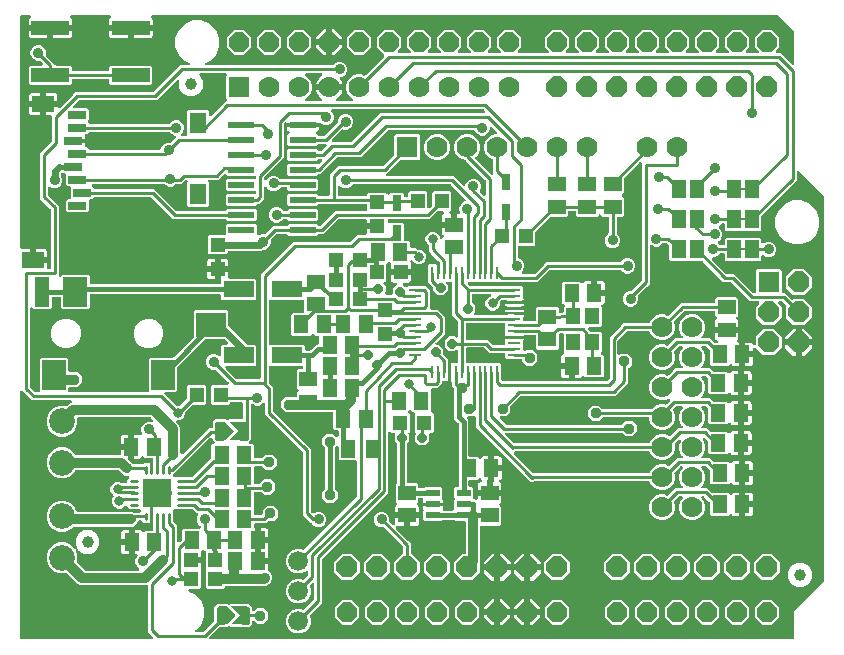
<source format=gbr>
G04 EAGLE Gerber RS-274X export*
G75*
%MOMM*%
%FSLAX34Y34*%
%LPD*%
%INTop Copper*%
%IPPOS*%
%AMOC8*
5,1,8,0,0,1.08239X$1,22.5*%
G01*
%ADD10R,0.285000X1.100000*%
%ADD11R,1.100000X0.285000*%
%ADD12R,1.100000X0.280000*%
%ADD13R,1.200000X0.550000*%
%ADD14R,1.900000X1.400000*%
%ADD15R,1.400000X1.800000*%
%ADD16R,1.500000X0.700000*%
%ADD17R,1.200000X1.300000*%
%ADD18R,1.200000X1.400000*%
%ADD19R,1.300000X1.500000*%
%ADD20R,1.500000X1.300000*%
%ADD21R,1.300000X1.200000*%
%ADD22R,0.800000X1.350000*%
%ADD23R,2.600000X1.400000*%
%ADD24P,1.814519X8X22.500000*%
%ADD25P,1.924489X8X22.500000*%
%ADD26R,1.778000X1.778000*%
%ADD27P,1.924489X8X292.500000*%
%ADD28C,1.778000*%
%ADD29P,1.924489X8X112.500000*%
%ADD30R,2.450000X2.450000*%
%ADD31C,0.280000*%
%ADD32C,2.184400*%
%ADD33R,2.000000X2.500000*%
%ADD34R,2.500000X2.000000*%
%ADD35R,1.200000X2.500000*%
%ADD36C,1.676400*%
%ADD37R,1.168400X1.600200*%
%ADD38R,0.635000X0.203200*%
%ADD39R,2.200000X0.600000*%
%ADD40C,1.000000*%
%ADD41R,3.200000X1.200000*%
%ADD42C,0.381000*%
%ADD43R,1.200000X1.500000*%
%ADD44C,0.254000*%
%ADD45P,0.981078X8X22.500000*%
%ADD46P,0.866020X8X22.500000*%
%ADD47C,0.406400*%
%ADD48C,0.906400*%
%ADD49C,0.609600*%
%ADD50C,0.812800*%
%ADD51C,0.800100*%
%ADD52C,0.304800*%

G36*
X656708Y2556D02*
X656708Y2556D01*
X656827Y2563D01*
X656865Y2576D01*
X656906Y2581D01*
X657016Y2624D01*
X657129Y2661D01*
X657164Y2683D01*
X657201Y2698D01*
X657297Y2767D01*
X657398Y2831D01*
X657426Y2861D01*
X657459Y2884D01*
X657535Y2976D01*
X657616Y3063D01*
X657636Y3098D01*
X657661Y3129D01*
X657712Y3237D01*
X657770Y3341D01*
X657780Y3381D01*
X657797Y3417D01*
X657819Y3534D01*
X657849Y3649D01*
X657853Y3709D01*
X657857Y3729D01*
X657855Y3750D01*
X657859Y3810D01*
X657859Y26452D01*
X682888Y51481D01*
X682948Y51559D01*
X683016Y51631D01*
X683045Y51684D01*
X683082Y51732D01*
X683122Y51823D01*
X683170Y51910D01*
X683185Y51968D01*
X683209Y52024D01*
X683224Y52122D01*
X683249Y52217D01*
X683255Y52318D01*
X683259Y52338D01*
X683257Y52350D01*
X683259Y52378D01*
X683259Y376882D01*
X683247Y376980D01*
X683244Y377079D01*
X683227Y377137D01*
X683219Y377197D01*
X683183Y377289D01*
X683155Y377385D01*
X683125Y377437D01*
X683102Y377493D01*
X683044Y377573D01*
X682994Y377658D01*
X682928Y377734D01*
X682916Y377750D01*
X682906Y377758D01*
X682888Y377779D01*
X662059Y398607D01*
X661950Y398693D01*
X661843Y398781D01*
X661824Y398790D01*
X661808Y398802D01*
X661680Y398858D01*
X661555Y398917D01*
X661535Y398921D01*
X661516Y398929D01*
X661378Y398951D01*
X661242Y398977D01*
X661222Y398975D01*
X661202Y398979D01*
X661063Y398965D01*
X660925Y398957D01*
X660906Y398951D01*
X660886Y398949D01*
X660754Y398902D01*
X660623Y398859D01*
X660605Y398848D01*
X660586Y398841D01*
X660471Y398763D01*
X660354Y398689D01*
X660340Y398674D01*
X660323Y398663D01*
X660231Y398558D01*
X660136Y398457D01*
X660126Y398439D01*
X660113Y398424D01*
X660049Y398300D01*
X659982Y398179D01*
X659977Y398159D01*
X659968Y398141D01*
X659938Y398005D01*
X659903Y397871D01*
X659901Y397843D01*
X659898Y397831D01*
X659899Y397810D01*
X659893Y397710D01*
X659893Y391062D01*
X630546Y361716D01*
X630486Y361637D01*
X630418Y361565D01*
X630389Y361512D01*
X630352Y361464D01*
X630312Y361373D01*
X630264Y361287D01*
X630249Y361228D01*
X630225Y361173D01*
X630210Y361075D01*
X630185Y360979D01*
X630179Y360879D01*
X630175Y360859D01*
X630177Y360846D01*
X630175Y360818D01*
X630175Y349297D01*
X628984Y348106D01*
X615616Y348106D01*
X615578Y348145D01*
X615483Y348218D01*
X615394Y348297D01*
X615358Y348315D01*
X615326Y348340D01*
X615217Y348387D01*
X615111Y348441D01*
X615071Y348450D01*
X615034Y348466D01*
X614917Y348485D01*
X614801Y348511D01*
X614760Y348510D01*
X614720Y348516D01*
X614602Y348505D01*
X614483Y348501D01*
X614444Y348490D01*
X614404Y348486D01*
X614291Y348446D01*
X614177Y348413D01*
X614143Y348392D01*
X614104Y348379D01*
X614006Y348312D01*
X613903Y348251D01*
X613858Y348211D01*
X613841Y348200D01*
X613828Y348185D01*
X613783Y348145D01*
X613744Y348106D01*
X600376Y348106D01*
X599185Y349297D01*
X599185Y353568D01*
X599170Y353686D01*
X599163Y353805D01*
X599150Y353843D01*
X599145Y353884D01*
X599102Y353994D01*
X599065Y354107D01*
X599043Y354142D01*
X599028Y354179D01*
X598959Y354275D01*
X598895Y354376D01*
X598865Y354404D01*
X598842Y354437D01*
X598750Y354513D01*
X598663Y354594D01*
X598628Y354614D01*
X598597Y354639D01*
X598489Y354690D01*
X598385Y354748D01*
X598345Y354758D01*
X598309Y354775D01*
X598192Y354797D01*
X598077Y354827D01*
X598017Y354831D01*
X597997Y354835D01*
X597976Y354833D01*
X597916Y354837D01*
X597057Y354837D01*
X596959Y354825D01*
X596860Y354822D01*
X596802Y354805D01*
X596741Y354797D01*
X596649Y354761D01*
X596554Y354733D01*
X596502Y354703D01*
X596446Y354680D01*
X596366Y354622D01*
X596280Y354572D01*
X596205Y354506D01*
X596188Y354494D01*
X596181Y354484D01*
X596159Y354466D01*
X594381Y352688D01*
X594308Y352593D01*
X594230Y352504D01*
X594211Y352468D01*
X594186Y352436D01*
X594139Y352327D01*
X594085Y352221D01*
X594076Y352182D01*
X594060Y352144D01*
X594041Y352027D01*
X594015Y351911D01*
X594017Y351870D01*
X594010Y351830D01*
X594021Y351712D01*
X594025Y351593D01*
X594036Y351554D01*
X594040Y351514D01*
X594080Y351401D01*
X594113Y351287D01*
X594134Y351253D01*
X594148Y351214D01*
X594215Y351116D01*
X594275Y351013D01*
X594315Y350968D01*
X594326Y350951D01*
X594342Y350938D01*
X594381Y350893D01*
X596115Y349159D01*
X597115Y346746D01*
X597115Y344134D01*
X596115Y341721D01*
X594269Y339875D01*
X594016Y339770D01*
X593973Y339745D01*
X593926Y339729D01*
X593835Y339667D01*
X593740Y339612D01*
X593704Y339578D01*
X593663Y339550D01*
X593590Y339468D01*
X593511Y339391D01*
X593485Y339349D01*
X593452Y339312D01*
X593402Y339214D01*
X593345Y339120D01*
X593330Y339073D01*
X593308Y339028D01*
X593284Y338921D01*
X593251Y338816D01*
X593249Y338766D01*
X593238Y338718D01*
X593241Y338608D01*
X593236Y338498D01*
X593246Y338450D01*
X593248Y338400D01*
X593278Y338295D01*
X593300Y338187D01*
X593322Y338142D01*
X593336Y338095D01*
X593392Y338000D01*
X593440Y337901D01*
X593472Y337864D01*
X593498Y337821D01*
X593604Y337700D01*
X594889Y336414D01*
X594968Y336354D01*
X595040Y336286D01*
X595093Y336257D01*
X595141Y336220D01*
X595232Y336180D01*
X595318Y336132D01*
X595377Y336117D01*
X595433Y336093D01*
X595531Y336078D01*
X595626Y336053D01*
X595726Y336047D01*
X595747Y336043D01*
X595759Y336045D01*
X595787Y336043D01*
X597916Y336043D01*
X598034Y336058D01*
X598153Y336065D01*
X598191Y336078D01*
X598232Y336083D01*
X598342Y336126D01*
X598455Y336163D01*
X598490Y336185D01*
X598527Y336200D01*
X598623Y336269D01*
X598724Y336333D01*
X598752Y336363D01*
X598785Y336386D01*
X598861Y336478D01*
X598942Y336565D01*
X598962Y336600D01*
X598987Y336631D01*
X599038Y336739D01*
X599096Y336843D01*
X599106Y336883D01*
X599123Y336919D01*
X599145Y337036D01*
X599175Y337151D01*
X599179Y337211D01*
X599183Y337231D01*
X599181Y337252D01*
X599185Y337312D01*
X599185Y341583D01*
X600376Y342774D01*
X613744Y342774D01*
X613783Y342735D01*
X613877Y342662D01*
X613966Y342583D01*
X614002Y342565D01*
X614034Y342540D01*
X614143Y342493D01*
X614249Y342439D01*
X614289Y342430D01*
X614326Y342414D01*
X614443Y342395D01*
X614559Y342369D01*
X614600Y342370D01*
X614640Y342364D01*
X614759Y342375D01*
X614877Y342379D01*
X614916Y342390D01*
X614956Y342394D01*
X615068Y342434D01*
X615183Y342467D01*
X615218Y342488D01*
X615256Y342501D01*
X615354Y342568D01*
X615457Y342629D01*
X615502Y342669D01*
X615519Y342680D01*
X615532Y342695D01*
X615578Y342735D01*
X615616Y342774D01*
X628984Y342774D01*
X630175Y341583D01*
X630175Y338993D01*
X630192Y338855D01*
X630205Y338716D01*
X630212Y338697D01*
X630215Y338677D01*
X630266Y338548D01*
X630313Y338417D01*
X630324Y338400D01*
X630332Y338382D01*
X630413Y338269D01*
X630491Y338154D01*
X630507Y338141D01*
X630518Y338124D01*
X630626Y338036D01*
X630730Y337944D01*
X630748Y337934D01*
X630763Y337922D01*
X630889Y337862D01*
X631013Y337799D01*
X631033Y337795D01*
X631051Y337786D01*
X631187Y337760D01*
X631323Y337729D01*
X631344Y337730D01*
X631363Y337726D01*
X631502Y337735D01*
X631641Y337739D01*
X631661Y337745D01*
X631681Y337746D01*
X631813Y337789D01*
X631947Y337827D01*
X631964Y337838D01*
X631983Y337844D01*
X632101Y337918D01*
X632221Y337989D01*
X632242Y338008D01*
X632252Y338014D01*
X632266Y338029D01*
X632342Y338095D01*
X632551Y338305D01*
X634964Y339305D01*
X637576Y339305D01*
X639989Y338305D01*
X641835Y336459D01*
X642835Y334046D01*
X642835Y331434D01*
X641835Y329021D01*
X639989Y327175D01*
X637576Y326175D01*
X634964Y326175D01*
X632551Y327175D01*
X632342Y327385D01*
X632232Y327470D01*
X632125Y327558D01*
X632106Y327567D01*
X632090Y327580D01*
X631963Y327635D01*
X631837Y327694D01*
X631817Y327698D01*
X631798Y327706D01*
X631661Y327728D01*
X631524Y327754D01*
X631504Y327753D01*
X631484Y327756D01*
X631346Y327743D01*
X631207Y327734D01*
X631188Y327728D01*
X631168Y327726D01*
X631036Y327679D01*
X630905Y327636D01*
X630888Y327625D01*
X630868Y327618D01*
X630753Y327540D01*
X630636Y327466D01*
X630622Y327451D01*
X630605Y327440D01*
X630513Y327336D01*
X630418Y327234D01*
X630408Y327217D01*
X630395Y327201D01*
X630331Y327077D01*
X630264Y326956D01*
X630259Y326936D01*
X630250Y326918D01*
X630220Y326782D01*
X630185Y326648D01*
X630183Y326620D01*
X630180Y326608D01*
X630181Y326587D01*
X630175Y326487D01*
X630175Y323897D01*
X628984Y322706D01*
X615616Y322706D01*
X615578Y322745D01*
X615483Y322818D01*
X615394Y322897D01*
X615358Y322915D01*
X615326Y322940D01*
X615217Y322987D01*
X615111Y323041D01*
X615071Y323050D01*
X615034Y323066D01*
X614917Y323085D01*
X614801Y323111D01*
X614760Y323110D01*
X614720Y323116D01*
X614602Y323105D01*
X614483Y323101D01*
X614444Y323090D01*
X614404Y323086D01*
X614291Y323046D01*
X614177Y323013D01*
X614143Y322992D01*
X614104Y322979D01*
X614006Y322912D01*
X613903Y322851D01*
X613858Y322811D01*
X613841Y322800D01*
X613828Y322785D01*
X613783Y322745D01*
X613744Y322706D01*
X600376Y322706D01*
X599185Y323897D01*
X599185Y328168D01*
X599170Y328286D01*
X599163Y328405D01*
X599150Y328443D01*
X599145Y328484D01*
X599102Y328594D01*
X599065Y328707D01*
X599043Y328742D01*
X599028Y328779D01*
X598959Y328875D01*
X598895Y328976D01*
X598865Y329004D01*
X598842Y329037D01*
X598750Y329113D01*
X598663Y329194D01*
X598628Y329214D01*
X598597Y329239D01*
X598489Y329290D01*
X598385Y329348D01*
X598345Y329358D01*
X598309Y329375D01*
X598192Y329397D01*
X598077Y329427D01*
X598017Y329431D01*
X597997Y329435D01*
X597976Y329433D01*
X597916Y329437D01*
X595787Y329437D01*
X595689Y329425D01*
X595590Y329422D01*
X595532Y329405D01*
X595471Y329397D01*
X595379Y329361D01*
X595284Y329333D01*
X595232Y329303D01*
X595176Y329280D01*
X595096Y329222D01*
X595010Y329172D01*
X594935Y329106D01*
X594918Y329094D01*
X594911Y329084D01*
X594889Y329066D01*
X592999Y327175D01*
X590586Y326175D01*
X589610Y326175D01*
X589472Y326158D01*
X589333Y326145D01*
X589314Y326138D01*
X589294Y326135D01*
X589165Y326084D01*
X589034Y326037D01*
X589017Y326026D01*
X588999Y326018D01*
X588886Y325937D01*
X588771Y325859D01*
X588758Y325843D01*
X588741Y325832D01*
X588653Y325724D01*
X588560Y325620D01*
X588551Y325602D01*
X588538Y325587D01*
X588479Y325461D01*
X588416Y325337D01*
X588411Y325317D01*
X588403Y325299D01*
X588377Y325163D01*
X588346Y325027D01*
X588347Y325006D01*
X588343Y324987D01*
X588352Y324848D01*
X588356Y324709D01*
X588362Y324689D01*
X588363Y324669D01*
X588406Y324537D01*
X588444Y324403D01*
X588455Y324386D01*
X588461Y324367D01*
X588535Y324249D01*
X588606Y324129D01*
X588624Y324108D01*
X588631Y324098D01*
X588646Y324084D01*
X588712Y324009D01*
X600436Y312284D01*
X600515Y312224D01*
X600587Y312156D01*
X600640Y312127D01*
X600688Y312090D01*
X600779Y312050D01*
X600865Y312002D01*
X600924Y311987D01*
X600979Y311963D01*
X601077Y311948D01*
X601173Y311923D01*
X601273Y311917D01*
X601294Y311913D01*
X601306Y311915D01*
X601334Y311913D01*
X607158Y311913D01*
X609464Y309606D01*
X623181Y295890D01*
X623290Y295805D01*
X623397Y295716D01*
X623416Y295708D01*
X623432Y295695D01*
X623560Y295640D01*
X623685Y295581D01*
X623705Y295577D01*
X623724Y295569D01*
X623862Y295547D01*
X623998Y295521D01*
X624018Y295522D01*
X624038Y295519D01*
X624177Y295532D01*
X624315Y295541D01*
X624334Y295547D01*
X624354Y295549D01*
X624486Y295596D01*
X624617Y295639D01*
X624635Y295650D01*
X624654Y295657D01*
X624769Y295735D01*
X624886Y295809D01*
X624900Y295824D01*
X624917Y295835D01*
X625009Y295939D01*
X625104Y296041D01*
X625114Y296058D01*
X625127Y296074D01*
X625191Y296197D01*
X625258Y296319D01*
X625263Y296339D01*
X625272Y296357D01*
X625302Y296493D01*
X625337Y296627D01*
X625339Y296655D01*
X625342Y296667D01*
X625341Y296688D01*
X625347Y296788D01*
X625347Y314532D01*
X626538Y315723D01*
X646002Y315723D01*
X647193Y314532D01*
X647193Y296672D01*
X647208Y296554D01*
X647215Y296435D01*
X647228Y296397D01*
X647233Y296356D01*
X647276Y296246D01*
X647313Y296133D01*
X647335Y296098D01*
X647350Y296061D01*
X647419Y295965D01*
X647483Y295864D01*
X647513Y295836D01*
X647536Y295803D01*
X647628Y295727D01*
X647715Y295646D01*
X647750Y295626D01*
X647781Y295601D01*
X647889Y295550D01*
X647993Y295492D01*
X648033Y295482D01*
X648069Y295465D01*
X648186Y295443D01*
X648301Y295413D01*
X648361Y295409D01*
X648381Y295405D01*
X648402Y295407D01*
X648462Y295403D01*
X650338Y295403D01*
X652644Y293096D01*
X655384Y290356D01*
X655479Y290283D01*
X655568Y290205D01*
X655604Y290186D01*
X655636Y290161D01*
X655745Y290114D01*
X655851Y290060D01*
X655890Y290051D01*
X655927Y290035D01*
X656045Y290016D01*
X656161Y289990D01*
X656202Y289992D01*
X656242Y289985D01*
X656360Y289996D01*
X656479Y290000D01*
X656518Y290011D01*
X656558Y290015D01*
X656670Y290055D01*
X656785Y290088D01*
X656819Y290109D01*
X656857Y290123D01*
X656956Y290190D01*
X657059Y290250D01*
X657104Y290290D01*
X657121Y290301D01*
X657134Y290317D01*
X657141Y290323D01*
X666194Y290323D01*
X672593Y283924D01*
X672593Y274876D01*
X666194Y268477D01*
X657146Y268477D01*
X650747Y274876D01*
X650747Y283934D01*
X650787Y283985D01*
X650865Y284074D01*
X650884Y284110D01*
X650909Y284142D01*
X650956Y284251D01*
X651010Y284357D01*
X651019Y284397D01*
X651035Y284434D01*
X651053Y284551D01*
X651080Y284667D01*
X651078Y284708D01*
X651085Y284748D01*
X651074Y284866D01*
X651070Y284985D01*
X651059Y285024D01*
X651055Y285064D01*
X651015Y285176D01*
X650982Y285291D01*
X650961Y285326D01*
X650947Y285364D01*
X650880Y285462D01*
X650820Y285565D01*
X650780Y285610D01*
X650769Y285627D01*
X650753Y285640D01*
X650714Y285686D01*
X647974Y288426D01*
X647895Y288486D01*
X647823Y288554D01*
X647770Y288583D01*
X647722Y288620D01*
X647631Y288660D01*
X647545Y288708D01*
X647486Y288723D01*
X647431Y288747D01*
X647333Y288762D01*
X647237Y288787D01*
X647137Y288793D01*
X647116Y288797D01*
X647104Y288795D01*
X647076Y288797D01*
X645384Y288797D01*
X645247Y288780D01*
X645108Y288767D01*
X645089Y288760D01*
X645068Y288757D01*
X644940Y288706D01*
X644808Y288659D01*
X644792Y288648D01*
X644773Y288640D01*
X644660Y288559D01*
X644545Y288481D01*
X644532Y288465D01*
X644515Y288454D01*
X644427Y288346D01*
X644335Y288242D01*
X644326Y288224D01*
X644313Y288209D01*
X644253Y288083D01*
X644190Y287959D01*
X644186Y287939D01*
X644177Y287921D01*
X644151Y287784D01*
X644121Y287649D01*
X644121Y287628D01*
X644117Y287609D01*
X644126Y287470D01*
X644130Y287331D01*
X644136Y287311D01*
X644137Y287291D01*
X644180Y287159D01*
X644219Y287025D01*
X644229Y287008D01*
X644235Y286989D01*
X644310Y286871D01*
X644380Y286751D01*
X644399Y286730D01*
X644405Y286720D01*
X644420Y286706D01*
X644487Y286631D01*
X647193Y283924D01*
X647193Y274876D01*
X640794Y268477D01*
X631746Y268477D01*
X625347Y274876D01*
X625347Y283924D01*
X628053Y286631D01*
X628139Y286740D01*
X628227Y286847D01*
X628236Y286866D01*
X628248Y286882D01*
X628304Y287010D01*
X628363Y287135D01*
X628367Y287155D01*
X628375Y287174D01*
X628397Y287312D01*
X628423Y287448D01*
X628421Y287468D01*
X628425Y287488D01*
X628412Y287627D01*
X628403Y287765D01*
X628397Y287784D01*
X628395Y287804D01*
X628348Y287936D01*
X628305Y288067D01*
X628294Y288085D01*
X628287Y288104D01*
X628209Y288219D01*
X628135Y288336D01*
X628120Y288350D01*
X628109Y288367D01*
X628004Y288459D01*
X627903Y288554D01*
X627885Y288564D01*
X627870Y288577D01*
X627746Y288641D01*
X627625Y288708D01*
X627605Y288713D01*
X627587Y288722D01*
X627451Y288752D01*
X627317Y288787D01*
X627289Y288789D01*
X627277Y288792D01*
X627256Y288791D01*
X627156Y288797D01*
X620932Y288797D01*
X604794Y304936D01*
X604715Y304996D01*
X604643Y305064D01*
X604590Y305093D01*
X604542Y305130D01*
X604451Y305170D01*
X604365Y305218D01*
X604306Y305233D01*
X604251Y305257D01*
X604153Y305272D01*
X604057Y305297D01*
X603957Y305303D01*
X603936Y305307D01*
X603924Y305305D01*
X603896Y305307D01*
X598072Y305307D01*
X581045Y322335D01*
X580966Y322395D01*
X580894Y322463D01*
X580841Y322492D01*
X580793Y322529D01*
X580702Y322569D01*
X580616Y322617D01*
X580557Y322632D01*
X580502Y322656D01*
X580404Y322671D01*
X580308Y322696D01*
X580208Y322702D01*
X580187Y322706D01*
X580175Y322704D01*
X580147Y322706D01*
X568626Y322706D01*
X568588Y322745D01*
X568493Y322818D01*
X568404Y322897D01*
X568368Y322915D01*
X568336Y322940D01*
X568227Y322987D01*
X568121Y323041D01*
X568081Y323050D01*
X568044Y323066D01*
X567927Y323085D01*
X567811Y323111D01*
X567770Y323110D01*
X567730Y323116D01*
X567612Y323105D01*
X567493Y323101D01*
X567454Y323090D01*
X567414Y323086D01*
X567301Y323046D01*
X567187Y323013D01*
X567153Y322992D01*
X567114Y322979D01*
X567016Y322912D01*
X566913Y322851D01*
X566868Y322811D01*
X566851Y322800D01*
X566838Y322785D01*
X566793Y322745D01*
X566754Y322706D01*
X553386Y322706D01*
X552195Y323897D01*
X552195Y335418D01*
X552183Y335516D01*
X552180Y335615D01*
X552163Y335674D01*
X552155Y335734D01*
X552119Y335826D01*
X552091Y335921D01*
X552061Y335973D01*
X552038Y336029D01*
X551980Y336109D01*
X551930Y336195D01*
X551864Y336270D01*
X551852Y336287D01*
X551842Y336295D01*
X551824Y336316D01*
X550184Y337956D01*
X550105Y338016D01*
X550033Y338084D01*
X549980Y338113D01*
X549932Y338150D01*
X549841Y338190D01*
X549755Y338238D01*
X549696Y338253D01*
X549641Y338277D01*
X549543Y338292D01*
X549447Y338317D01*
X549347Y338323D01*
X549326Y338327D01*
X549314Y338325D01*
X549286Y338327D01*
X547527Y338327D01*
X547429Y338315D01*
X547330Y338312D01*
X547272Y338295D01*
X547211Y338287D01*
X547119Y338251D01*
X547024Y338223D01*
X546972Y338193D01*
X546916Y338170D01*
X546836Y338112D01*
X546750Y338062D01*
X546675Y337996D01*
X546658Y337984D01*
X546651Y337974D01*
X546629Y337956D01*
X544739Y336065D01*
X542326Y335065D01*
X539714Y335065D01*
X537188Y336112D01*
X537140Y336125D01*
X537095Y336146D01*
X536987Y336167D01*
X536881Y336196D01*
X536831Y336196D01*
X536782Y336206D01*
X536673Y336199D01*
X536563Y336201D01*
X536515Y336189D01*
X536465Y336186D01*
X536361Y336152D01*
X536254Y336127D01*
X536210Y336103D01*
X536163Y336088D01*
X536070Y336029D01*
X535973Y335978D01*
X535936Y335945D01*
X535894Y335918D01*
X535819Y335838D01*
X535737Y335764D01*
X535710Y335722D01*
X535676Y335686D01*
X535623Y335590D01*
X535563Y335498D01*
X535546Y335451D01*
X535522Y335408D01*
X535495Y335301D01*
X535459Y335197D01*
X535455Y335148D01*
X535443Y335100D01*
X535433Y334939D01*
X535433Y303432D01*
X533126Y301126D01*
X526050Y294049D01*
X526032Y294026D01*
X526010Y294007D01*
X525935Y293901D01*
X525855Y293798D01*
X525843Y293771D01*
X525827Y293747D01*
X525781Y293626D01*
X525729Y293506D01*
X525724Y293477D01*
X525714Y293450D01*
X525699Y293321D01*
X525679Y293192D01*
X525682Y293163D01*
X525679Y293133D01*
X525697Y293005D01*
X525709Y292876D01*
X525719Y292848D01*
X525723Y292819D01*
X525775Y292666D01*
X525995Y292136D01*
X525995Y289524D01*
X524995Y287111D01*
X523149Y285265D01*
X520736Y284265D01*
X518124Y284265D01*
X515711Y285265D01*
X513865Y287111D01*
X512865Y289524D01*
X512865Y292136D01*
X513865Y294549D01*
X515711Y296395D01*
X518124Y297395D01*
X519528Y297395D01*
X519626Y297407D01*
X519725Y297410D01*
X519784Y297427D01*
X519844Y297435D01*
X519936Y297471D01*
X520031Y297499D01*
X520083Y297529D01*
X520139Y297552D01*
X520219Y297610D01*
X520305Y297660D01*
X520380Y297726D01*
X520397Y297738D01*
X520405Y297748D01*
X520426Y297766D01*
X528456Y305796D01*
X528516Y305875D01*
X528584Y305947D01*
X528613Y306000D01*
X528650Y306048D01*
X528690Y306139D01*
X528738Y306225D01*
X528753Y306284D01*
X528777Y306339D01*
X528792Y306437D01*
X528817Y306533D01*
X528823Y306633D01*
X528827Y306654D01*
X528825Y306666D01*
X528827Y306694D01*
X528827Y405317D01*
X528809Y405462D01*
X528794Y405607D01*
X528789Y405619D01*
X528787Y405632D01*
X528734Y405768D01*
X528683Y405905D01*
X528675Y405916D01*
X528670Y405928D01*
X528585Y406046D01*
X528501Y406166D01*
X528491Y406175D01*
X528484Y406185D01*
X528371Y406279D01*
X528260Y406374D01*
X528249Y406380D01*
X528239Y406388D01*
X528107Y406450D01*
X527976Y406515D01*
X527963Y406518D01*
X527951Y406524D01*
X527808Y406551D01*
X527665Y406582D01*
X527651Y406581D01*
X527639Y406584D01*
X527494Y406574D01*
X527347Y406568D01*
X527334Y406565D01*
X527321Y406564D01*
X527183Y406519D01*
X527042Y406477D01*
X527031Y406470D01*
X527019Y406466D01*
X526895Y406388D01*
X526770Y406312D01*
X526757Y406300D01*
X526750Y406296D01*
X526738Y406283D01*
X526651Y406204D01*
X514085Y393354D01*
X514029Y393281D01*
X513966Y393214D01*
X513933Y393155D01*
X513892Y393101D01*
X513857Y393016D01*
X513812Y392935D01*
X513796Y392870D01*
X513769Y392808D01*
X513756Y392717D01*
X513733Y392628D01*
X513725Y392509D01*
X513723Y392493D01*
X513724Y392485D01*
X513723Y392467D01*
X513723Y380618D01*
X512462Y379357D01*
X512389Y379263D01*
X512310Y379174D01*
X512292Y379138D01*
X512267Y379106D01*
X512220Y378997D01*
X512166Y378891D01*
X512157Y378852D01*
X512141Y378814D01*
X512122Y378697D01*
X512096Y378581D01*
X512097Y378540D01*
X512091Y378500D01*
X512102Y378382D01*
X512106Y378263D01*
X512117Y378224D01*
X512121Y378184D01*
X512161Y378072D01*
X512194Y377957D01*
X512215Y377922D01*
X512228Y377884D01*
X512295Y377786D01*
X512356Y377683D01*
X512396Y377638D01*
X512407Y377621D01*
X512422Y377608D01*
X512462Y377562D01*
X513723Y376302D01*
X513723Y361618D01*
X512532Y360427D01*
X508762Y360427D01*
X508644Y360412D01*
X508525Y360405D01*
X508487Y360392D01*
X508446Y360387D01*
X508336Y360344D01*
X508223Y360307D01*
X508188Y360285D01*
X508151Y360270D01*
X508055Y360201D01*
X507954Y360137D01*
X507926Y360107D01*
X507893Y360084D01*
X507817Y359992D01*
X507736Y359905D01*
X507716Y359870D01*
X507691Y359839D01*
X507640Y359731D01*
X507582Y359627D01*
X507572Y359587D01*
X507555Y359551D01*
X507533Y359434D01*
X507503Y359319D01*
X507499Y359259D01*
X507495Y359239D01*
X507497Y359218D01*
X507493Y359158D01*
X507493Y346867D01*
X507505Y346769D01*
X507508Y346670D01*
X507525Y346612D01*
X507533Y346551D01*
X507569Y346459D01*
X507597Y346364D01*
X507627Y346312D01*
X507650Y346256D01*
X507708Y346176D01*
X507758Y346090D01*
X507824Y346015D01*
X507836Y345998D01*
X507846Y345991D01*
X507864Y345969D01*
X509755Y344079D01*
X510755Y341666D01*
X510755Y339054D01*
X509755Y336641D01*
X507909Y334795D01*
X505496Y333795D01*
X502884Y333795D01*
X500471Y334795D01*
X498625Y336641D01*
X497625Y339054D01*
X497625Y341666D01*
X498625Y344079D01*
X500516Y345969D01*
X500576Y346048D01*
X500644Y346120D01*
X500673Y346173D01*
X500710Y346221D01*
X500750Y346312D01*
X500798Y346398D01*
X500813Y346457D01*
X500837Y346513D01*
X500852Y346611D01*
X500877Y346706D01*
X500883Y346806D01*
X500887Y346827D01*
X500885Y346839D01*
X500887Y346867D01*
X500887Y359158D01*
X500872Y359276D01*
X500865Y359395D01*
X500852Y359433D01*
X500847Y359474D01*
X500804Y359584D01*
X500767Y359697D01*
X500745Y359732D01*
X500730Y359769D01*
X500661Y359865D01*
X500597Y359966D01*
X500567Y359994D01*
X500544Y360027D01*
X500452Y360103D01*
X500365Y360184D01*
X500330Y360204D01*
X500299Y360229D01*
X500191Y360280D01*
X500087Y360338D01*
X500047Y360348D01*
X500011Y360365D01*
X499894Y360387D01*
X499779Y360417D01*
X499719Y360421D01*
X499699Y360425D01*
X499678Y360423D01*
X499618Y360427D01*
X495848Y360427D01*
X494293Y361983D01*
X494198Y362056D01*
X494109Y362135D01*
X494073Y362153D01*
X494041Y362178D01*
X493932Y362225D01*
X493826Y362279D01*
X493787Y362288D01*
X493749Y362304D01*
X493632Y362323D01*
X493516Y362349D01*
X493475Y362348D01*
X493435Y362354D01*
X493317Y362343D01*
X493198Y362339D01*
X493159Y362328D01*
X493119Y362324D01*
X493006Y362284D01*
X492892Y362251D01*
X492858Y362230D01*
X492819Y362217D01*
X492721Y362150D01*
X492618Y362089D01*
X492573Y362049D01*
X492556Y362038D01*
X492543Y362023D01*
X492498Y361983D01*
X490942Y360427D01*
X474258Y360427D01*
X473067Y361618D01*
X473067Y364388D01*
X473052Y364506D01*
X473045Y364625D01*
X473032Y364663D01*
X473027Y364704D01*
X472984Y364814D01*
X472947Y364927D01*
X472925Y364962D01*
X472910Y364999D01*
X472841Y365095D01*
X472777Y365196D01*
X472747Y365224D01*
X472724Y365257D01*
X472632Y365333D01*
X472545Y365414D01*
X472510Y365434D01*
X472479Y365459D01*
X472371Y365510D01*
X472267Y365568D01*
X472227Y365578D01*
X472191Y365595D01*
X472074Y365617D01*
X471959Y365647D01*
X471899Y365651D01*
X471879Y365655D01*
X471858Y365653D01*
X471798Y365657D01*
X468002Y365657D01*
X467884Y365642D01*
X467765Y365635D01*
X467727Y365622D01*
X467686Y365617D01*
X467576Y365574D01*
X467463Y365537D01*
X467428Y365515D01*
X467391Y365500D01*
X467295Y365431D01*
X467194Y365367D01*
X467166Y365337D01*
X467133Y365314D01*
X467057Y365222D01*
X466976Y365135D01*
X466956Y365100D01*
X466931Y365069D01*
X466880Y364961D01*
X466822Y364857D01*
X466812Y364817D01*
X466795Y364781D01*
X466773Y364664D01*
X466743Y364549D01*
X466739Y364489D01*
X466735Y364469D01*
X466737Y364448D01*
X466733Y364388D01*
X466733Y361618D01*
X465542Y360427D01*
X452154Y360427D01*
X452056Y360415D01*
X451957Y360412D01*
X451898Y360395D01*
X451838Y360387D01*
X451746Y360351D01*
X451651Y360323D01*
X451599Y360293D01*
X451543Y360270D01*
X451463Y360212D01*
X451377Y360162D01*
X451302Y360096D01*
X451285Y360084D01*
X451277Y360074D01*
X451256Y360056D01*
X439014Y347814D01*
X438954Y347735D01*
X438886Y347663D01*
X438857Y347610D01*
X438820Y347562D01*
X438780Y347471D01*
X438732Y347385D01*
X438717Y347326D01*
X438693Y347271D01*
X438678Y347173D01*
X438653Y347077D01*
X438647Y346977D01*
X438643Y346956D01*
X438645Y346944D01*
X438643Y346916D01*
X438643Y336738D01*
X437452Y335547D01*
X424942Y335547D01*
X424824Y335532D01*
X424705Y335525D01*
X424667Y335512D01*
X424626Y335507D01*
X424516Y335464D01*
X424403Y335427D01*
X424368Y335405D01*
X424331Y335390D01*
X424235Y335321D01*
X424134Y335257D01*
X424106Y335227D01*
X424073Y335204D01*
X423997Y335112D01*
X423916Y335025D01*
X423896Y334990D01*
X423871Y334959D01*
X423820Y334851D01*
X423762Y334747D01*
X423752Y334707D01*
X423735Y334671D01*
X423713Y334554D01*
X423683Y334439D01*
X423679Y334379D01*
X423675Y334359D01*
X423677Y334338D01*
X423673Y334278D01*
X423673Y326408D01*
X423676Y326379D01*
X423674Y326349D01*
X423696Y326221D01*
X423713Y326092D01*
X423723Y326065D01*
X423728Y326036D01*
X423782Y325917D01*
X423830Y325797D01*
X423847Y325773D01*
X423859Y325746D01*
X423940Y325644D01*
X424016Y325539D01*
X424039Y325520D01*
X424058Y325497D01*
X424161Y325419D01*
X424261Y325336D01*
X424288Y325324D01*
X424312Y325306D01*
X424456Y325235D01*
X426629Y324335D01*
X428475Y322489D01*
X429475Y320076D01*
X429475Y317464D01*
X428475Y315051D01*
X427503Y314079D01*
X427419Y313970D01*
X427330Y313863D01*
X427321Y313844D01*
X427308Y313828D01*
X427253Y313701D01*
X427194Y313575D01*
X427190Y313555D01*
X427182Y313536D01*
X427160Y313398D01*
X427134Y313262D01*
X427135Y313242D01*
X427132Y313222D01*
X427145Y313083D01*
X427154Y312945D01*
X427160Y312926D01*
X427162Y312906D01*
X427209Y312774D01*
X427252Y312643D01*
X427263Y312625D01*
X427270Y312606D01*
X427348Y312491D01*
X427422Y312374D01*
X427437Y312360D01*
X427448Y312343D01*
X427552Y312251D01*
X427654Y312156D01*
X427672Y312146D01*
X427687Y312133D01*
X427810Y312070D01*
X427932Y312002D01*
X427952Y311997D01*
X427970Y311988D01*
X428106Y311958D01*
X428240Y311923D01*
X428268Y311921D01*
X428280Y311918D01*
X428301Y311919D01*
X428401Y311913D01*
X437526Y311913D01*
X437624Y311925D01*
X437723Y311928D01*
X437782Y311945D01*
X437842Y311953D01*
X437934Y311989D01*
X438029Y312017D01*
X438081Y312047D01*
X438137Y312070D01*
X438217Y312128D01*
X438303Y312178D01*
X438378Y312244D01*
X438395Y312256D01*
X438403Y312266D01*
X438424Y312284D01*
X445906Y319766D01*
X448212Y322073D01*
X510383Y322073D01*
X510481Y322085D01*
X510580Y322088D01*
X510638Y322105D01*
X510699Y322113D01*
X510791Y322149D01*
X510886Y322177D01*
X510938Y322207D01*
X510994Y322230D01*
X511074Y322288D01*
X511160Y322338D01*
X511235Y322404D01*
X511252Y322416D01*
X511259Y322426D01*
X511281Y322444D01*
X513171Y324335D01*
X515584Y325335D01*
X518196Y325335D01*
X520609Y324335D01*
X522455Y322489D01*
X523455Y320076D01*
X523455Y317464D01*
X522455Y315051D01*
X520609Y313205D01*
X518196Y312205D01*
X515584Y312205D01*
X513171Y313205D01*
X511281Y315096D01*
X511202Y315156D01*
X511130Y315224D01*
X511077Y315253D01*
X511029Y315290D01*
X510938Y315330D01*
X510852Y315378D01*
X510793Y315393D01*
X510737Y315417D01*
X510639Y315432D01*
X510544Y315457D01*
X510444Y315463D01*
X510423Y315467D01*
X510411Y315465D01*
X510383Y315467D01*
X451474Y315467D01*
X451376Y315455D01*
X451277Y315452D01*
X451218Y315435D01*
X451158Y315427D01*
X451066Y315391D01*
X450971Y315363D01*
X450919Y315333D01*
X450863Y315310D01*
X450783Y315252D01*
X450697Y315202D01*
X450622Y315136D01*
X450605Y315124D01*
X450597Y315114D01*
X450576Y315096D01*
X443094Y307614D01*
X440788Y305307D01*
X409444Y305307D01*
X409391Y305330D01*
X409305Y305378D01*
X409246Y305393D01*
X409191Y305417D01*
X409093Y305432D01*
X408997Y305457D01*
X408897Y305463D01*
X408876Y305467D01*
X408864Y305465D01*
X408836Y305467D01*
X382768Y305467D01*
X382630Y305450D01*
X382491Y305437D01*
X382472Y305430D01*
X382452Y305427D01*
X382323Y305376D01*
X382192Y305329D01*
X382175Y305318D01*
X382157Y305310D01*
X382044Y305229D01*
X381929Y305151D01*
X381916Y305135D01*
X381899Y305124D01*
X381810Y305016D01*
X381718Y304912D01*
X381709Y304894D01*
X381696Y304879D01*
X381637Y304753D01*
X381574Y304629D01*
X381569Y304609D01*
X381561Y304591D01*
X381535Y304454D01*
X381504Y304319D01*
X381505Y304298D01*
X381501Y304279D01*
X381510Y304140D01*
X381514Y304001D01*
X381520Y303981D01*
X381521Y303961D01*
X381564Y303829D01*
X381602Y303695D01*
X381613Y303678D01*
X381619Y303659D01*
X381693Y303541D01*
X381764Y303421D01*
X381782Y303400D01*
X381789Y303390D01*
X381804Y303376D01*
X381870Y303301D01*
X382996Y302174D01*
X383074Y302114D01*
X383147Y302046D01*
X383200Y302017D01*
X383248Y301980D01*
X383338Y301940D01*
X383425Y301892D01*
X383484Y301877D01*
X383539Y301853D01*
X383637Y301838D01*
X383733Y301813D01*
X383833Y301807D01*
X383854Y301803D01*
X383866Y301805D01*
X383894Y301803D01*
X413977Y301803D01*
X414076Y301815D01*
X414175Y301818D01*
X414233Y301835D01*
X414293Y301843D01*
X414385Y301879D01*
X414480Y301907D01*
X414532Y301937D01*
X414584Y301958D01*
X427342Y301958D01*
X428533Y300767D01*
X428533Y291826D01*
X428544Y291734D01*
X428546Y291642D01*
X428564Y291577D01*
X428573Y291510D01*
X428607Y291424D01*
X428631Y291335D01*
X428683Y291230D01*
X428690Y291215D01*
X428695Y291208D01*
X428703Y291191D01*
X428868Y290906D01*
X429041Y290259D01*
X429041Y289769D01*
X427878Y289769D01*
X427870Y289768D01*
X427863Y289769D01*
X427713Y289749D01*
X427562Y289730D01*
X427555Y289727D01*
X427548Y289726D01*
X427407Y289668D01*
X427267Y289613D01*
X427261Y289608D01*
X427253Y289605D01*
X427132Y289515D01*
X427009Y289426D01*
X427004Y289420D01*
X426998Y289415D01*
X426902Y289296D01*
X426807Y289181D01*
X426803Y289174D01*
X426798Y289168D01*
X426735Y289029D01*
X426671Y288893D01*
X426670Y288886D01*
X426666Y288879D01*
X426640Y288729D01*
X426611Y288581D01*
X426612Y288573D01*
X426610Y288565D01*
X426622Y288415D01*
X426631Y288263D01*
X426633Y288256D01*
X426634Y288248D01*
X426682Y288105D01*
X426729Y287961D01*
X426733Y287954D01*
X426736Y287947D01*
X426818Y287820D01*
X426899Y287692D01*
X426905Y287687D01*
X426909Y287680D01*
X427020Y287578D01*
X427131Y287474D01*
X427137Y287470D01*
X427143Y287465D01*
X427276Y287394D01*
X427409Y287321D01*
X427417Y287319D01*
X427423Y287315D01*
X427577Y287267D01*
X427578Y287267D01*
X427649Y287259D01*
X427717Y287241D01*
X427718Y287241D01*
X427879Y287231D01*
X429041Y287231D01*
X429041Y286741D01*
X428930Y286329D01*
X428918Y286237D01*
X428896Y286147D01*
X428896Y286080D01*
X428887Y286013D01*
X428898Y285922D01*
X428899Y285829D01*
X428922Y285714D01*
X428924Y285698D01*
X428927Y285690D01*
X428930Y285671D01*
X429041Y285259D01*
X429041Y284769D01*
X427879Y284769D01*
X427860Y284767D01*
X427843Y284769D01*
X427771Y284758D01*
X427697Y284756D01*
X427580Y284732D01*
X427564Y284730D01*
X427556Y284727D01*
X427539Y284723D01*
X427534Y284721D01*
X427529Y284720D01*
X427397Y284663D01*
X427268Y284613D01*
X427258Y284605D01*
X427245Y284600D01*
X427241Y284597D01*
X427237Y284595D01*
X427119Y284504D01*
X427010Y284426D01*
X427003Y284417D01*
X426992Y284408D01*
X426989Y284404D01*
X426985Y284401D01*
X426890Y284281D01*
X426890Y284280D01*
X426808Y284181D01*
X426803Y284171D01*
X426794Y284159D01*
X426792Y284155D01*
X426789Y284151D01*
X426727Y284010D01*
X426724Y284004D01*
X426672Y283893D01*
X426670Y283883D01*
X426664Y283869D01*
X426663Y283864D01*
X426661Y283859D01*
X426636Y283708D01*
X426635Y283698D01*
X426612Y283581D01*
X426613Y283570D01*
X426610Y283555D01*
X426611Y283550D01*
X426610Y283545D01*
X426624Y283391D01*
X426625Y283380D01*
X426632Y283263D01*
X426635Y283254D01*
X426636Y283239D01*
X426638Y283234D01*
X426639Y283229D01*
X426691Y283082D01*
X426694Y283072D01*
X426730Y282961D01*
X426730Y282960D01*
X426736Y282952D01*
X426740Y282938D01*
X426743Y282934D01*
X426745Y282929D01*
X426831Y282801D01*
X426835Y282795D01*
X426900Y282692D01*
X426908Y282685D01*
X426916Y282673D01*
X426920Y282669D01*
X426923Y282665D01*
X427036Y282564D01*
X427038Y282562D01*
X427132Y282474D01*
X427142Y282468D01*
X427152Y282459D01*
X427156Y282457D01*
X427160Y282454D01*
X427292Y282386D01*
X427411Y282320D01*
X427422Y282317D01*
X427433Y282311D01*
X427438Y282310D01*
X427443Y282308D01*
X427597Y282262D01*
X427598Y282262D01*
X427659Y282256D01*
X427718Y282241D01*
X427736Y282240D01*
X427743Y282238D01*
X427758Y282238D01*
X427879Y282231D01*
X429041Y282231D01*
X429041Y281741D01*
X428930Y281329D01*
X428918Y281237D01*
X428896Y281147D01*
X428896Y281080D01*
X428887Y281013D01*
X428898Y280922D01*
X428899Y280829D01*
X428922Y280714D01*
X428924Y280698D01*
X428927Y280690D01*
X428930Y280671D01*
X429041Y280259D01*
X429041Y279769D01*
X427879Y279769D01*
X427805Y279760D01*
X427730Y279761D01*
X427571Y279731D01*
X427570Y279731D01*
X427567Y279730D01*
X427564Y279730D01*
X427563Y279729D01*
X427562Y279729D01*
X427419Y279673D01*
X427274Y279616D01*
X427270Y279614D01*
X427267Y279612D01*
X427143Y279523D01*
X427015Y279431D01*
X427012Y279428D01*
X427009Y279425D01*
X426910Y279305D01*
X426811Y279187D01*
X426809Y279184D01*
X426806Y279180D01*
X426740Y279039D01*
X426673Y278900D01*
X426673Y278896D01*
X426671Y278893D01*
X426642Y278741D01*
X426612Y278588D01*
X426612Y278584D01*
X426611Y278580D01*
X426621Y278426D01*
X426629Y278271D01*
X426631Y278267D01*
X426631Y278263D01*
X426678Y278116D01*
X426726Y277968D01*
X426728Y277964D01*
X426729Y277960D01*
X426812Y277830D01*
X426894Y277698D01*
X426897Y277695D01*
X426899Y277692D01*
X427011Y277586D01*
X427124Y277478D01*
X427128Y277476D01*
X427131Y277474D01*
X427266Y277399D01*
X427402Y277323D01*
X427406Y277322D01*
X427409Y277320D01*
X427559Y277282D01*
X427709Y277242D01*
X427713Y277242D01*
X427717Y277241D01*
X427878Y277231D01*
X429041Y277231D01*
X429041Y276741D01*
X428868Y276094D01*
X428703Y275809D01*
X428667Y275724D01*
X428622Y275643D01*
X428606Y275578D01*
X428580Y275516D01*
X428566Y275424D01*
X428543Y275335D01*
X428536Y275218D01*
X428533Y275201D01*
X428534Y275193D01*
X428533Y275174D01*
X428533Y273072D01*
X428548Y272954D01*
X428555Y272835D01*
X428568Y272797D01*
X428573Y272756D01*
X428616Y272646D01*
X428653Y272533D01*
X428675Y272498D01*
X428690Y272461D01*
X428759Y272365D01*
X428823Y272264D01*
X428853Y272236D01*
X428876Y272203D01*
X428968Y272127D01*
X429055Y272046D01*
X429090Y272026D01*
X429121Y272001D01*
X429229Y271950D01*
X429333Y271892D01*
X429373Y271882D01*
X429409Y271865D01*
X429526Y271843D01*
X429641Y271813D01*
X429701Y271809D01*
X429721Y271805D01*
X429742Y271807D01*
X429802Y271803D01*
X438198Y271803D01*
X438316Y271818D01*
X438435Y271825D01*
X438473Y271838D01*
X438514Y271843D01*
X438624Y271886D01*
X438737Y271923D01*
X438772Y271945D01*
X438809Y271960D01*
X438905Y272029D01*
X439006Y272093D01*
X439034Y272123D01*
X439067Y272146D01*
X439143Y272238D01*
X439224Y272325D01*
X439244Y272360D01*
X439269Y272391D01*
X439320Y272499D01*
X439378Y272603D01*
X439388Y272643D01*
X439405Y272679D01*
X439427Y272796D01*
X439457Y272911D01*
X439461Y272971D01*
X439465Y272991D01*
X439463Y273012D01*
X439467Y273072D01*
X439467Y282842D01*
X440658Y284033D01*
X457342Y284033D01*
X458533Y282842D01*
X458533Y280401D01*
X458550Y280263D01*
X458563Y280126D01*
X458570Y280106D01*
X458573Y280085D01*
X458623Y279957D01*
X458670Y279827D01*
X458682Y279809D01*
X458690Y279789D01*
X458770Y279678D01*
X458848Y279563D01*
X458864Y279549D01*
X458876Y279532D01*
X458983Y279444D01*
X459086Y279352D01*
X459105Y279343D01*
X459121Y279329D01*
X459246Y279270D01*
X459369Y279207D01*
X459390Y279203D01*
X459409Y279194D01*
X459544Y279168D01*
X459679Y279137D01*
X459709Y279136D01*
X459721Y279134D01*
X459742Y279135D01*
X459840Y279132D01*
X461736Y279189D01*
X461835Y279205D01*
X461935Y279211D01*
X461992Y279229D01*
X462051Y279238D01*
X462142Y279278D01*
X462237Y279309D01*
X462288Y279341D01*
X462343Y279364D01*
X462422Y279425D01*
X462506Y279479D01*
X462547Y279522D01*
X462594Y279559D01*
X462656Y279638D01*
X462724Y279711D01*
X462753Y279763D01*
X462789Y279810D01*
X462829Y279902D01*
X462878Y279989D01*
X462892Y280047D01*
X462916Y280102D01*
X462932Y280200D01*
X462957Y280297D01*
X462963Y280395D01*
X462967Y280416D01*
X462965Y280428D01*
X462967Y280458D01*
X462967Y283842D01*
X463426Y284301D01*
X463511Y284410D01*
X463600Y284517D01*
X463608Y284536D01*
X463621Y284552D01*
X463676Y284679D01*
X463735Y284805D01*
X463739Y284825D01*
X463747Y284844D01*
X463769Y284982D01*
X463795Y285118D01*
X463794Y285138D01*
X463797Y285158D01*
X463784Y285297D01*
X463775Y285435D01*
X463769Y285454D01*
X463767Y285474D01*
X463720Y285605D01*
X463677Y285737D01*
X463666Y285755D01*
X463660Y285774D01*
X463582Y285888D01*
X463507Y286006D01*
X463492Y286020D01*
X463481Y286037D01*
X463377Y286129D01*
X463275Y286224D01*
X463258Y286234D01*
X463243Y286247D01*
X463119Y286310D01*
X462997Y286378D01*
X462977Y286383D01*
X462959Y286392D01*
X462823Y286422D01*
X462689Y286457D01*
X462661Y286459D01*
X462649Y286462D01*
X462629Y286461D01*
X462528Y286467D01*
X462158Y286467D01*
X460967Y287658D01*
X460967Y304342D01*
X462158Y305533D01*
X476842Y305533D01*
X477826Y304548D01*
X477926Y304471D01*
X478021Y304389D01*
X478051Y304374D01*
X478078Y304353D01*
X478193Y304303D01*
X478306Y304247D01*
X478339Y304240D01*
X478370Y304227D01*
X478494Y304207D01*
X478617Y304181D01*
X478650Y304182D01*
X478684Y304177D01*
X478809Y304189D01*
X478934Y304194D01*
X478967Y304204D01*
X479000Y304207D01*
X479119Y304249D01*
X479239Y304286D01*
X479268Y304303D01*
X479300Y304314D01*
X479404Y304385D01*
X479511Y304450D01*
X479535Y304474D01*
X479563Y304493D01*
X479646Y304587D01*
X479734Y304677D01*
X479761Y304718D01*
X479773Y304731D01*
X479783Y304751D01*
X479823Y304811D01*
X479967Y305060D01*
X480440Y305533D01*
X481019Y305868D01*
X481666Y306041D01*
X485961Y306041D01*
X485961Y297270D01*
X485976Y297152D01*
X485983Y297033D01*
X485996Y296995D01*
X486001Y296955D01*
X486044Y296844D01*
X486081Y296731D01*
X486103Y296696D01*
X486118Y296659D01*
X486188Y296563D01*
X486251Y296462D01*
X486281Y296434D01*
X486305Y296402D01*
X486396Y296326D01*
X486483Y296244D01*
X486518Y296225D01*
X486549Y296199D01*
X486657Y296148D01*
X486761Y296091D01*
X486801Y296080D01*
X486837Y296063D01*
X486954Y296041D01*
X487069Y296011D01*
X487130Y296007D01*
X487150Y296003D01*
X487170Y296005D01*
X487230Y296001D01*
X488501Y296001D01*
X488501Y294730D01*
X488516Y294612D01*
X488523Y294493D01*
X488536Y294455D01*
X488541Y294415D01*
X488585Y294304D01*
X488621Y294191D01*
X488643Y294156D01*
X488658Y294119D01*
X488728Y294023D01*
X488791Y293922D01*
X488821Y293894D01*
X488845Y293861D01*
X488936Y293786D01*
X489023Y293704D01*
X489058Y293684D01*
X489090Y293659D01*
X489197Y293608D01*
X489301Y293550D01*
X489341Y293540D01*
X489377Y293523D01*
X489494Y293501D01*
X489609Y293471D01*
X489670Y293467D01*
X489690Y293463D01*
X489710Y293465D01*
X489770Y293461D01*
X497541Y293461D01*
X497541Y288166D01*
X497368Y287519D01*
X497033Y286940D01*
X496560Y286467D01*
X495981Y286132D01*
X495550Y286017D01*
X495427Y285967D01*
X495303Y285922D01*
X495281Y285907D01*
X495256Y285897D01*
X495150Y285818D01*
X495040Y285744D01*
X495022Y285723D01*
X495000Y285707D01*
X494917Y285605D01*
X494829Y285505D01*
X494817Y285481D01*
X494800Y285460D01*
X494745Y285340D01*
X494685Y285222D01*
X494679Y285196D01*
X494668Y285171D01*
X494644Y285041D01*
X494615Y284912D01*
X494616Y284885D01*
X494611Y284858D01*
X494621Y284726D01*
X494625Y284594D01*
X494632Y284568D01*
X494634Y284541D01*
X494676Y284415D01*
X494713Y284288D01*
X494727Y284265D01*
X494736Y284239D01*
X494807Y284129D01*
X494875Y284014D01*
X494900Y283986D01*
X494909Y283973D01*
X494924Y283958D01*
X494981Y283894D01*
X495033Y283842D01*
X495033Y268158D01*
X493842Y266967D01*
X484768Y266967D01*
X484630Y266950D01*
X484491Y266937D01*
X484472Y266930D01*
X484452Y266927D01*
X484323Y266876D01*
X484192Y266829D01*
X484175Y266818D01*
X484157Y266810D01*
X484044Y266729D01*
X483929Y266651D01*
X483916Y266635D01*
X483899Y266624D01*
X483810Y266516D01*
X483718Y266412D01*
X483709Y266394D01*
X483696Y266379D01*
X483637Y266253D01*
X483574Y266129D01*
X483569Y266109D01*
X483561Y266091D01*
X483535Y265954D01*
X483504Y265819D01*
X483505Y265798D01*
X483501Y265779D01*
X483510Y265640D01*
X483514Y265501D01*
X483520Y265481D01*
X483521Y265461D01*
X483564Y265329D01*
X483602Y265195D01*
X483613Y265178D01*
X483619Y265159D01*
X483693Y265041D01*
X483764Y264921D01*
X483782Y264900D01*
X483789Y264890D01*
X483804Y264876D01*
X483870Y264801D01*
X485266Y263404D01*
X485345Y263344D01*
X485417Y263276D01*
X485470Y263247D01*
X485518Y263210D01*
X485609Y263170D01*
X485695Y263122D01*
X485754Y263107D01*
X485809Y263083D01*
X485907Y263068D01*
X486003Y263043D01*
X486103Y263037D01*
X486124Y263033D01*
X486136Y263035D01*
X486164Y263033D01*
X493842Y263033D01*
X495033Y261842D01*
X495033Y246158D01*
X494574Y245699D01*
X494489Y245590D01*
X494400Y245483D01*
X494392Y245464D01*
X494379Y245448D01*
X494324Y245320D01*
X494265Y245195D01*
X494261Y245175D01*
X494253Y245156D01*
X494231Y245018D01*
X494205Y244882D01*
X494206Y244862D01*
X494203Y244842D01*
X494216Y244703D01*
X494225Y244565D01*
X494231Y244546D01*
X494233Y244526D01*
X494280Y244395D01*
X494323Y244263D01*
X494334Y244245D01*
X494340Y244226D01*
X494418Y244112D01*
X494493Y243994D01*
X494508Y243980D01*
X494519Y243963D01*
X494623Y243871D01*
X494725Y243776D01*
X494742Y243766D01*
X494757Y243753D01*
X494881Y243690D01*
X495003Y243622D01*
X495023Y243617D01*
X495041Y243608D01*
X495177Y243578D01*
X495311Y243543D01*
X495339Y243541D01*
X495351Y243538D01*
X495371Y243539D01*
X495472Y243533D01*
X495842Y243533D01*
X497033Y242342D01*
X497033Y225658D01*
X495842Y224467D01*
X481158Y224467D01*
X480174Y225452D01*
X480074Y225529D01*
X479979Y225611D01*
X479949Y225626D01*
X479922Y225647D01*
X479807Y225697D01*
X479694Y225753D01*
X479661Y225760D01*
X479630Y225773D01*
X479506Y225793D01*
X479383Y225819D01*
X479350Y225818D01*
X479316Y225823D01*
X479191Y225811D01*
X479066Y225806D01*
X479033Y225796D01*
X479000Y225793D01*
X478881Y225751D01*
X478761Y225714D01*
X478732Y225697D01*
X478700Y225686D01*
X478596Y225615D01*
X478489Y225550D01*
X478465Y225526D01*
X478437Y225507D01*
X478354Y225413D01*
X478266Y225323D01*
X478239Y225282D01*
X478227Y225269D01*
X478217Y225249D01*
X478177Y225189D01*
X478033Y224940D01*
X477560Y224467D01*
X476981Y224132D01*
X476334Y223959D01*
X472039Y223959D01*
X472039Y232730D01*
X472024Y232848D01*
X472017Y232967D01*
X472004Y233005D01*
X471999Y233045D01*
X471955Y233156D01*
X471919Y233269D01*
X471897Y233304D01*
X471882Y233341D01*
X471812Y233437D01*
X471749Y233538D01*
X471719Y233566D01*
X471695Y233598D01*
X471604Y233674D01*
X471517Y233756D01*
X471482Y233775D01*
X471450Y233801D01*
X471343Y233852D01*
X471239Y233909D01*
X471199Y233920D01*
X471163Y233937D01*
X471046Y233959D01*
X470931Y233989D01*
X470870Y233993D01*
X470850Y233997D01*
X470830Y233995D01*
X470770Y233999D01*
X469499Y233999D01*
X469499Y235270D01*
X469484Y235388D01*
X469477Y235507D01*
X469464Y235545D01*
X469459Y235585D01*
X469415Y235696D01*
X469379Y235809D01*
X469357Y235844D01*
X469342Y235881D01*
X469272Y235977D01*
X469209Y236078D01*
X469179Y236106D01*
X469155Y236138D01*
X469064Y236214D01*
X468977Y236296D01*
X468942Y236315D01*
X468910Y236341D01*
X468803Y236392D01*
X468699Y236449D01*
X468659Y236460D01*
X468623Y236477D01*
X468506Y236499D01*
X468391Y236529D01*
X468330Y236533D01*
X468310Y236537D01*
X468290Y236535D01*
X468230Y236539D01*
X460459Y236539D01*
X460459Y241834D01*
X460632Y242481D01*
X460967Y243060D01*
X461440Y243533D01*
X462019Y243868D01*
X462450Y243983D01*
X462573Y244033D01*
X462697Y244078D01*
X462719Y244093D01*
X462744Y244103D01*
X462850Y244182D01*
X462960Y244256D01*
X462978Y244277D01*
X463000Y244293D01*
X463083Y244395D01*
X463171Y244495D01*
X463183Y244519D01*
X463200Y244540D01*
X463255Y244660D01*
X463315Y244778D01*
X463321Y244804D01*
X463332Y244829D01*
X463356Y244959D01*
X463385Y245088D01*
X463384Y245115D01*
X463389Y245142D01*
X463379Y245274D01*
X463375Y245406D01*
X463368Y245432D01*
X463366Y245459D01*
X463324Y245585D01*
X463287Y245712D01*
X463273Y245735D01*
X463264Y245761D01*
X463193Y245871D01*
X463125Y245986D01*
X463100Y246014D01*
X463091Y246027D01*
X463076Y246042D01*
X463019Y246106D01*
X462967Y246158D01*
X462967Y260428D01*
X462952Y260546D01*
X462945Y260665D01*
X462932Y260703D01*
X462927Y260744D01*
X462884Y260854D01*
X462847Y260967D01*
X462825Y261002D01*
X462810Y261039D01*
X462741Y261135D01*
X462677Y261236D01*
X462647Y261264D01*
X462624Y261297D01*
X462532Y261373D01*
X462445Y261454D01*
X462410Y261474D01*
X462379Y261499D01*
X462271Y261550D01*
X462167Y261608D01*
X462127Y261618D01*
X462091Y261635D01*
X461974Y261657D01*
X461859Y261687D01*
X461799Y261691D01*
X461779Y261695D01*
X461758Y261693D01*
X461698Y261697D01*
X459954Y261697D01*
X459880Y261688D01*
X459804Y261688D01*
X459722Y261668D01*
X459639Y261657D01*
X459569Y261630D01*
X459496Y261611D01*
X459421Y261571D01*
X459343Y261540D01*
X459282Y261496D01*
X459216Y261460D01*
X459091Y261358D01*
X458939Y261217D01*
X458860Y261123D01*
X458776Y261034D01*
X458758Y261001D01*
X458734Y260973D01*
X458682Y260863D01*
X458622Y260755D01*
X458613Y260720D01*
X458597Y260686D01*
X458574Y260566D01*
X458543Y260447D01*
X458540Y260393D01*
X458536Y260374D01*
X458537Y260353D01*
X458533Y260287D01*
X458533Y249158D01*
X457342Y247967D01*
X440658Y247967D01*
X439467Y249158D01*
X439467Y258928D01*
X439452Y259046D01*
X439445Y259165D01*
X439432Y259203D01*
X439427Y259244D01*
X439384Y259354D01*
X439347Y259467D01*
X439325Y259502D01*
X439310Y259539D01*
X439241Y259635D01*
X439177Y259736D01*
X439147Y259764D01*
X439124Y259797D01*
X439032Y259873D01*
X438945Y259954D01*
X438910Y259974D01*
X438879Y259999D01*
X438771Y260050D01*
X438667Y260108D01*
X438627Y260118D01*
X438591Y260135D01*
X438474Y260157D01*
X438359Y260187D01*
X438299Y260191D01*
X438279Y260195D01*
X438258Y260193D01*
X438198Y260197D01*
X430310Y260197D01*
X430192Y260182D01*
X430073Y260175D01*
X430035Y260162D01*
X429994Y260157D01*
X429884Y260114D01*
X429771Y260077D01*
X429736Y260055D01*
X429699Y260040D01*
X429603Y259971D01*
X429502Y259907D01*
X429474Y259877D01*
X429441Y259854D01*
X429372Y259769D01*
X421000Y259769D01*
X412959Y259769D01*
X412959Y260259D01*
X413132Y260906D01*
X413297Y261191D01*
X413333Y261276D01*
X413378Y261357D01*
X413394Y261422D01*
X413420Y261484D01*
X413434Y261576D01*
X413457Y261665D01*
X413464Y261782D01*
X413467Y261799D01*
X413466Y261807D01*
X413467Y261826D01*
X413467Y268928D01*
X413452Y269046D01*
X413445Y269165D01*
X413432Y269203D01*
X413427Y269244D01*
X413384Y269354D01*
X413347Y269467D01*
X413325Y269502D01*
X413310Y269539D01*
X413241Y269635D01*
X413177Y269736D01*
X413147Y269764D01*
X413124Y269797D01*
X413032Y269873D01*
X412945Y269954D01*
X412910Y269974D01*
X412879Y269999D01*
X412771Y270050D01*
X412667Y270108D01*
X412627Y270118D01*
X412591Y270135D01*
X412474Y270157D01*
X412359Y270187D01*
X412299Y270191D01*
X412279Y270195D01*
X412258Y270193D01*
X412198Y270197D01*
X381072Y270197D01*
X380954Y270182D01*
X380835Y270175D01*
X380797Y270162D01*
X380756Y270157D01*
X380646Y270114D01*
X380533Y270077D01*
X380498Y270055D01*
X380461Y270040D01*
X380365Y269971D01*
X380264Y269907D01*
X380236Y269877D01*
X380203Y269854D01*
X380127Y269762D01*
X380046Y269675D01*
X380026Y269640D01*
X380001Y269609D01*
X379950Y269501D01*
X379892Y269397D01*
X379882Y269357D01*
X379865Y269321D01*
X379843Y269204D01*
X379813Y269089D01*
X379809Y269029D01*
X379805Y269009D01*
X379807Y268988D01*
X379803Y268928D01*
X379803Y257572D01*
X379818Y257454D01*
X379825Y257335D01*
X379838Y257297D01*
X379843Y257256D01*
X379886Y257146D01*
X379923Y257033D01*
X379945Y256998D01*
X379960Y256961D01*
X380029Y256865D01*
X380093Y256764D01*
X380123Y256736D01*
X380146Y256703D01*
X380238Y256627D01*
X380325Y256546D01*
X380360Y256526D01*
X380391Y256501D01*
X380499Y256450D01*
X380603Y256392D01*
X380643Y256382D01*
X380679Y256365D01*
X380796Y256343D01*
X380911Y256313D01*
X380971Y256309D01*
X380991Y256305D01*
X381012Y256307D01*
X381072Y256303D01*
X398368Y256303D01*
X402496Y252174D01*
X402575Y252114D01*
X402647Y252046D01*
X402700Y252017D01*
X402748Y251980D01*
X402839Y251940D01*
X402925Y251892D01*
X402984Y251877D01*
X403039Y251853D01*
X403137Y251838D01*
X403233Y251813D01*
X403333Y251807D01*
X403354Y251803D01*
X403366Y251805D01*
X403394Y251803D01*
X412198Y251803D01*
X412316Y251818D01*
X412435Y251825D01*
X412473Y251838D01*
X412514Y251843D01*
X412624Y251886D01*
X412737Y251923D01*
X412772Y251945D01*
X412809Y251960D01*
X412905Y252029D01*
X413006Y252093D01*
X413034Y252123D01*
X413067Y252146D01*
X413143Y252238D01*
X413224Y252325D01*
X413244Y252360D01*
X413269Y252391D01*
X413320Y252499D01*
X413378Y252603D01*
X413388Y252643D01*
X413405Y252679D01*
X413427Y252796D01*
X413457Y252911D01*
X413461Y252971D01*
X413465Y252991D01*
X413463Y253012D01*
X413467Y253072D01*
X413467Y255174D01*
X413456Y255266D01*
X413454Y255358D01*
X413436Y255423D01*
X413427Y255490D01*
X413393Y255576D01*
X413369Y255665D01*
X413317Y255770D01*
X413310Y255785D01*
X413305Y255792D01*
X413297Y255809D01*
X413132Y256094D01*
X412959Y256741D01*
X412959Y257231D01*
X421000Y257231D01*
X429041Y257231D01*
X429041Y256741D01*
X428868Y256094D01*
X428703Y255809D01*
X428667Y255724D01*
X428622Y255643D01*
X428606Y255578D01*
X428580Y255516D01*
X428566Y255424D01*
X428543Y255335D01*
X428536Y255218D01*
X428533Y255201D01*
X428534Y255193D01*
X428533Y255174D01*
X428533Y248072D01*
X428548Y247954D01*
X428555Y247835D01*
X428568Y247797D01*
X428573Y247756D01*
X428616Y247646D01*
X428653Y247533D01*
X428675Y247498D01*
X428690Y247461D01*
X428759Y247365D01*
X428823Y247264D01*
X428853Y247236D01*
X428876Y247203D01*
X428968Y247127D01*
X429055Y247046D01*
X429090Y247026D01*
X429121Y247001D01*
X429229Y246950D01*
X429333Y246892D01*
X429373Y246882D01*
X429409Y246865D01*
X429526Y246843D01*
X429641Y246813D01*
X429701Y246809D01*
X429721Y246805D01*
X429742Y246807D01*
X429802Y246803D01*
X429993Y246803D01*
X430091Y246815D01*
X430190Y246818D01*
X430249Y246835D01*
X430309Y246843D01*
X430401Y246879D01*
X430496Y246907D01*
X430548Y246937D01*
X430604Y246960D01*
X430684Y247018D01*
X430770Y247068D01*
X430845Y247134D01*
X430862Y247146D01*
X430869Y247156D01*
X430891Y247174D01*
X431281Y247565D01*
X436719Y247565D01*
X440565Y243719D01*
X440565Y238281D01*
X436719Y234435D01*
X431281Y234435D01*
X427435Y238281D01*
X427435Y238773D01*
X427420Y238891D01*
X427413Y239010D01*
X427401Y239048D01*
X427395Y239089D01*
X427352Y239199D01*
X427315Y239312D01*
X427293Y239347D01*
X427278Y239384D01*
X427209Y239480D01*
X427145Y239581D01*
X427115Y239609D01*
X427092Y239642D01*
X427000Y239718D01*
X426913Y239799D01*
X426878Y239819D01*
X426847Y239844D01*
X426739Y239895D01*
X426635Y239953D01*
X426595Y239963D01*
X426559Y239980D01*
X426442Y240002D01*
X426327Y240032D01*
X426267Y240036D01*
X426247Y240040D01*
X426226Y240038D01*
X426166Y240042D01*
X414658Y240042D01*
X413467Y241233D01*
X413467Y243928D01*
X413452Y244046D01*
X413445Y244165D01*
X413432Y244203D01*
X413427Y244244D01*
X413384Y244354D01*
X413347Y244467D01*
X413325Y244502D01*
X413310Y244539D01*
X413241Y244635D01*
X413177Y244736D01*
X413147Y244764D01*
X413124Y244797D01*
X413032Y244873D01*
X412945Y244954D01*
X412910Y244974D01*
X412879Y244999D01*
X412771Y245050D01*
X412667Y245108D01*
X412627Y245118D01*
X412591Y245135D01*
X412474Y245157D01*
X412359Y245187D01*
X412299Y245191D01*
X412279Y245195D01*
X412258Y245193D01*
X412198Y245197D01*
X400132Y245197D01*
X396004Y249326D01*
X395925Y249386D01*
X395853Y249454D01*
X395800Y249483D01*
X395752Y249520D01*
X395661Y249560D01*
X395575Y249608D01*
X395516Y249623D01*
X395461Y249647D01*
X395363Y249662D01*
X395267Y249687D01*
X395167Y249693D01*
X395146Y249697D01*
X395134Y249695D01*
X395106Y249697D01*
X381072Y249697D01*
X380954Y249682D01*
X380835Y249675D01*
X380797Y249662D01*
X380756Y249657D01*
X380646Y249614D01*
X380533Y249577D01*
X380498Y249555D01*
X380461Y249540D01*
X380365Y249471D01*
X380264Y249407D01*
X380236Y249377D01*
X380203Y249354D01*
X380127Y249262D01*
X380046Y249175D01*
X380026Y249140D01*
X380001Y249109D01*
X379950Y249001D01*
X379892Y248897D01*
X379882Y248857D01*
X379865Y248821D01*
X379843Y248704D01*
X379813Y248589D01*
X379809Y248529D01*
X379805Y248509D01*
X379807Y248488D01*
X379803Y248428D01*
X379803Y237802D01*
X379818Y237684D01*
X379825Y237565D01*
X379838Y237527D01*
X379843Y237486D01*
X379886Y237376D01*
X379923Y237263D01*
X379945Y237228D01*
X379960Y237191D01*
X380029Y237095D01*
X380093Y236994D01*
X380123Y236966D01*
X380146Y236933D01*
X380238Y236857D01*
X380325Y236776D01*
X380360Y236756D01*
X380391Y236731D01*
X380499Y236680D01*
X380603Y236622D01*
X380643Y236612D01*
X380679Y236595D01*
X380796Y236573D01*
X380911Y236543D01*
X380971Y236539D01*
X380991Y236535D01*
X381012Y236537D01*
X381072Y236533D01*
X408767Y236533D01*
X409958Y235342D01*
X409958Y222572D01*
X409973Y222454D01*
X409980Y222335D01*
X409993Y222297D01*
X409998Y222256D01*
X410041Y222146D01*
X410078Y222033D01*
X410100Y221998D01*
X410115Y221961D01*
X410184Y221865D01*
X410248Y221764D01*
X410278Y221736D01*
X410301Y221703D01*
X410393Y221627D01*
X410480Y221546D01*
X410515Y221526D01*
X410546Y221501D01*
X410654Y221450D01*
X410758Y221392D01*
X410798Y221382D01*
X410834Y221365D01*
X410951Y221343D01*
X411066Y221313D01*
X411126Y221309D01*
X411146Y221305D01*
X411167Y221307D01*
X411227Y221303D01*
X499106Y221303D01*
X499204Y221315D01*
X499303Y221318D01*
X499362Y221335D01*
X499422Y221343D01*
X499514Y221379D01*
X499609Y221407D01*
X499661Y221437D01*
X499717Y221460D01*
X499797Y221518D01*
X499883Y221568D01*
X499958Y221634D01*
X499975Y221646D01*
X499983Y221656D01*
X500004Y221674D01*
X501326Y222996D01*
X501386Y223075D01*
X501454Y223147D01*
X501483Y223200D01*
X501520Y223248D01*
X501560Y223339D01*
X501608Y223425D01*
X501623Y223484D01*
X501647Y223539D01*
X501662Y223637D01*
X501687Y223733D01*
X501693Y223833D01*
X501697Y223854D01*
X501695Y223866D01*
X501697Y223894D01*
X501697Y258368D01*
X504004Y260674D01*
X511026Y267696D01*
X513332Y270003D01*
X534797Y270003D01*
X534827Y270006D01*
X534856Y270004D01*
X534984Y270026D01*
X535113Y270043D01*
X535140Y270053D01*
X535169Y270058D01*
X535288Y270112D01*
X535409Y270160D01*
X535432Y270177D01*
X535459Y270189D01*
X535561Y270270D01*
X535666Y270346D01*
X535685Y270369D01*
X535708Y270388D01*
X535786Y270491D01*
X535869Y270591D01*
X535881Y270618D01*
X535899Y270642D01*
X535970Y270786D01*
X536840Y272887D01*
X539913Y275960D01*
X543927Y277623D01*
X548273Y277623D01*
X550543Y276682D01*
X550572Y276674D01*
X550598Y276661D01*
X550725Y276633D01*
X550850Y276598D01*
X550880Y276598D01*
X550908Y276591D01*
X551038Y276595D01*
X551168Y276593D01*
X551197Y276600D01*
X551226Y276601D01*
X551351Y276637D01*
X551477Y276667D01*
X551504Y276681D01*
X551532Y276689D01*
X551643Y276755D01*
X551758Y276816D01*
X551780Y276836D01*
X551806Y276851D01*
X551927Y276957D01*
X558936Y283966D01*
X558996Y284045D01*
X559064Y284117D01*
X559093Y284170D01*
X559130Y284218D01*
X559170Y284309D01*
X559218Y284395D01*
X559233Y284454D01*
X559257Y284509D01*
X559260Y284531D01*
X561456Y286726D01*
X561457Y286728D01*
X561543Y286778D01*
X561618Y286844D01*
X561635Y286856D01*
X561643Y286866D01*
X561664Y286884D01*
X561902Y287123D01*
X589908Y287123D01*
X590026Y287138D01*
X590145Y287145D01*
X590183Y287158D01*
X590224Y287163D01*
X590334Y287206D01*
X590447Y287243D01*
X590482Y287265D01*
X590519Y287280D01*
X590615Y287349D01*
X590716Y287413D01*
X590744Y287443D01*
X590777Y287466D01*
X590853Y287558D01*
X590934Y287645D01*
X590954Y287680D01*
X590979Y287711D01*
X591030Y287819D01*
X591088Y287923D01*
X591098Y287963D01*
X591115Y287999D01*
X591137Y288116D01*
X591167Y288231D01*
X591171Y288291D01*
X591175Y288311D01*
X591173Y288332D01*
X591177Y288392D01*
X591177Y291162D01*
X592368Y292353D01*
X609052Y292353D01*
X610243Y291162D01*
X610243Y276478D01*
X609258Y275494D01*
X609181Y275394D01*
X609099Y275299D01*
X609084Y275269D01*
X609063Y275242D01*
X609013Y275127D01*
X608957Y275014D01*
X608950Y274981D01*
X608937Y274950D01*
X608917Y274826D01*
X608891Y274703D01*
X608892Y274670D01*
X608887Y274636D01*
X608899Y274511D01*
X608904Y274386D01*
X608914Y274353D01*
X608917Y274320D01*
X608959Y274201D01*
X608996Y274081D01*
X609013Y274052D01*
X609024Y274020D01*
X609095Y273916D01*
X609160Y273809D01*
X609184Y273785D01*
X609203Y273757D01*
X609297Y273674D01*
X609387Y273586D01*
X609428Y273559D01*
X609441Y273547D01*
X609461Y273537D01*
X609521Y273497D01*
X609770Y273353D01*
X610243Y272880D01*
X610578Y272301D01*
X610751Y271654D01*
X610751Y267359D01*
X601980Y267359D01*
X601862Y267344D01*
X601743Y267337D01*
X601705Y267324D01*
X601665Y267319D01*
X601554Y267275D01*
X601441Y267239D01*
X601406Y267217D01*
X601369Y267202D01*
X601273Y267132D01*
X601172Y267069D01*
X601144Y267039D01*
X601112Y267015D01*
X601036Y266924D01*
X600954Y266837D01*
X600935Y266802D01*
X600909Y266770D01*
X600858Y266663D01*
X600801Y266559D01*
X600790Y266519D01*
X600773Y266483D01*
X600751Y266366D01*
X600721Y266251D01*
X600717Y266190D01*
X600713Y266170D01*
X600715Y266150D01*
X600711Y266090D01*
X600711Y263550D01*
X600726Y263432D01*
X600733Y263313D01*
X600746Y263275D01*
X600751Y263235D01*
X600795Y263124D01*
X600831Y263011D01*
X600853Y262976D01*
X600868Y262939D01*
X600938Y262843D01*
X601001Y262742D01*
X601031Y262714D01*
X601055Y262681D01*
X601146Y262606D01*
X601233Y262524D01*
X601268Y262504D01*
X601300Y262479D01*
X601407Y262428D01*
X601511Y262370D01*
X601551Y262360D01*
X601587Y262343D01*
X601704Y262321D01*
X601819Y262291D01*
X601880Y262287D01*
X601900Y262283D01*
X601920Y262285D01*
X601980Y262281D01*
X610751Y262281D01*
X610751Y257986D01*
X610578Y257339D01*
X610243Y256760D01*
X609770Y256287D01*
X609705Y256249D01*
X609588Y256161D01*
X609471Y256076D01*
X609462Y256065D01*
X609451Y256057D01*
X609361Y255943D01*
X609268Y255831D01*
X609262Y255818D01*
X609254Y255808D01*
X609194Y255674D01*
X609132Y255543D01*
X609130Y255530D01*
X609124Y255517D01*
X609100Y255373D01*
X609073Y255230D01*
X609073Y255217D01*
X609071Y255204D01*
X609083Y255058D01*
X609092Y254913D01*
X609097Y254900D01*
X609098Y254887D01*
X609146Y254749D01*
X609190Y254611D01*
X609198Y254599D01*
X609202Y254586D01*
X609283Y254465D01*
X609361Y254342D01*
X609370Y254333D01*
X609378Y254321D01*
X609486Y254224D01*
X609592Y254124D01*
X609604Y254117D01*
X609614Y254108D01*
X609743Y254041D01*
X609871Y253970D01*
X609884Y253967D01*
X609896Y253961D01*
X610038Y253927D01*
X610179Y253891D01*
X610197Y253890D01*
X610205Y253888D01*
X610222Y253888D01*
X610339Y253881D01*
X611481Y253881D01*
X611481Y245110D01*
X611496Y244992D01*
X611503Y244873D01*
X611516Y244835D01*
X611521Y244795D01*
X611564Y244684D01*
X611601Y244571D01*
X611623Y244536D01*
X611638Y244499D01*
X611708Y244403D01*
X611771Y244302D01*
X611801Y244274D01*
X611825Y244242D01*
X611916Y244166D01*
X612003Y244084D01*
X612038Y244065D01*
X612069Y244039D01*
X612177Y243988D01*
X612281Y243931D01*
X612321Y243920D01*
X612357Y243903D01*
X612474Y243881D01*
X612589Y243851D01*
X612650Y243847D01*
X612670Y243843D01*
X612690Y243845D01*
X612750Y243841D01*
X614021Y243841D01*
X614021Y243839D01*
X612750Y243839D01*
X612632Y243824D01*
X612513Y243817D01*
X612475Y243804D01*
X612435Y243799D01*
X612324Y243755D01*
X612211Y243719D01*
X612176Y243697D01*
X612139Y243682D01*
X612043Y243612D01*
X611942Y243549D01*
X611914Y243519D01*
X611881Y243495D01*
X611806Y243404D01*
X611724Y243317D01*
X611704Y243282D01*
X611679Y243250D01*
X611628Y243143D01*
X611570Y243039D01*
X611560Y242999D01*
X611543Y242963D01*
X611521Y242846D01*
X611491Y242731D01*
X611487Y242670D01*
X611483Y242650D01*
X611485Y242630D01*
X611481Y242570D01*
X611481Y233799D01*
X607186Y233799D01*
X606539Y233972D01*
X605960Y234307D01*
X605487Y234780D01*
X605343Y235029D01*
X605267Y235129D01*
X605197Y235233D01*
X605171Y235255D01*
X605151Y235282D01*
X605052Y235360D01*
X604958Y235444D01*
X604928Y235459D01*
X604902Y235480D01*
X604787Y235531D01*
X604675Y235588D01*
X604642Y235596D01*
X604611Y235609D01*
X604487Y235630D01*
X604365Y235658D01*
X604331Y235657D01*
X604298Y235662D01*
X604172Y235652D01*
X604047Y235648D01*
X604014Y235639D01*
X603981Y235636D01*
X603862Y235595D01*
X603741Y235560D01*
X603712Y235543D01*
X603680Y235532D01*
X603576Y235462D01*
X603467Y235398D01*
X603431Y235366D01*
X603415Y235356D01*
X603401Y235340D01*
X603346Y235292D01*
X602362Y234307D01*
X587678Y234307D01*
X586487Y235498D01*
X586487Y247176D01*
X586475Y247274D01*
X586472Y247373D01*
X586455Y247432D01*
X586447Y247492D01*
X586411Y247584D01*
X586383Y247679D01*
X586353Y247731D01*
X586330Y247787D01*
X586272Y247868D01*
X586222Y247953D01*
X586156Y248028D01*
X586144Y248045D01*
X586134Y248053D01*
X586116Y248074D01*
X583864Y250326D01*
X583785Y250386D01*
X583713Y250454D01*
X583660Y250483D01*
X583612Y250520D01*
X583521Y250560D01*
X583435Y250608D01*
X583376Y250623D01*
X583321Y250647D01*
X583223Y250662D01*
X583127Y250687D01*
X583027Y250693D01*
X583006Y250697D01*
X582994Y250695D01*
X582966Y250697D01*
X580614Y250697D01*
X580476Y250680D01*
X580338Y250667D01*
X580319Y250660D01*
X580298Y250657D01*
X580169Y250606D01*
X580038Y250559D01*
X580022Y250548D01*
X580003Y250540D01*
X579891Y250459D01*
X579775Y250381D01*
X579762Y250365D01*
X579745Y250354D01*
X579657Y250246D01*
X579565Y250142D01*
X579556Y250124D01*
X579543Y250109D01*
X579483Y249983D01*
X579420Y249859D01*
X579416Y249839D01*
X579407Y249821D01*
X579381Y249684D01*
X579351Y249549D01*
X579351Y249528D01*
X579347Y249509D01*
X579356Y249370D01*
X579360Y249231D01*
X579366Y249211D01*
X579367Y249191D01*
X579410Y249059D01*
X579449Y248925D01*
X579459Y248908D01*
X579465Y248889D01*
X579540Y248771D01*
X579610Y248651D01*
X579629Y248630D01*
X579635Y248620D01*
X579650Y248606D01*
X579717Y248531D01*
X580760Y247487D01*
X582423Y243473D01*
X582423Y239127D01*
X580760Y235113D01*
X579717Y234069D01*
X579632Y233960D01*
X579543Y233853D01*
X579534Y233834D01*
X579522Y233818D01*
X579466Y233691D01*
X579407Y233565D01*
X579403Y233545D01*
X579395Y233526D01*
X579373Y233388D01*
X579347Y233252D01*
X579349Y233232D01*
X579345Y233212D01*
X579358Y233073D01*
X579367Y232935D01*
X579373Y232916D01*
X579375Y232896D01*
X579422Y232764D01*
X579465Y232633D01*
X579476Y232615D01*
X579483Y232596D01*
X579561Y232481D01*
X579635Y232364D01*
X579650Y232350D01*
X579661Y232333D01*
X579765Y232241D01*
X579867Y232146D01*
X579885Y232136D01*
X579900Y232123D01*
X580024Y232060D01*
X580145Y231992D01*
X580165Y231987D01*
X580183Y231978D01*
X580319Y231948D01*
X580453Y231913D01*
X580481Y231911D01*
X580493Y231908D01*
X580514Y231909D01*
X580614Y231903D01*
X586228Y231903D01*
X588516Y229614D01*
X588595Y229554D01*
X588667Y229486D01*
X588720Y229457D01*
X588768Y229420D01*
X588859Y229380D01*
X588945Y229332D01*
X589004Y229317D01*
X589059Y229293D01*
X589157Y229278D01*
X589253Y229253D01*
X589353Y229247D01*
X589374Y229243D01*
X589386Y229245D01*
X589414Y229243D01*
X601092Y229243D01*
X602076Y228258D01*
X602176Y228181D01*
X602271Y228099D01*
X602301Y228084D01*
X602328Y228063D01*
X602443Y228013D01*
X602556Y227957D01*
X602589Y227950D01*
X602620Y227937D01*
X602744Y227917D01*
X602867Y227891D01*
X602900Y227892D01*
X602934Y227887D01*
X603059Y227899D01*
X603184Y227904D01*
X603217Y227914D01*
X603250Y227917D01*
X603369Y227959D01*
X603489Y227996D01*
X603518Y228013D01*
X603550Y228024D01*
X603654Y228095D01*
X603761Y228160D01*
X603785Y228184D01*
X603813Y228203D01*
X603896Y228297D01*
X603984Y228387D01*
X604011Y228428D01*
X604023Y228441D01*
X604033Y228461D01*
X604073Y228521D01*
X604217Y228770D01*
X604690Y229243D01*
X605269Y229578D01*
X605916Y229751D01*
X610211Y229751D01*
X610211Y220980D01*
X610226Y220862D01*
X610233Y220743D01*
X610246Y220705D01*
X610251Y220665D01*
X610294Y220554D01*
X610331Y220441D01*
X610353Y220406D01*
X610368Y220369D01*
X610438Y220273D01*
X610501Y220172D01*
X610531Y220144D01*
X610555Y220112D01*
X610646Y220036D01*
X610733Y219954D01*
X610768Y219935D01*
X610799Y219909D01*
X610907Y219858D01*
X611011Y219801D01*
X611051Y219790D01*
X611087Y219773D01*
X611204Y219751D01*
X611319Y219721D01*
X611380Y219717D01*
X611400Y219713D01*
X611420Y219715D01*
X611480Y219711D01*
X612751Y219711D01*
X612751Y219709D01*
X611480Y219709D01*
X611362Y219694D01*
X611243Y219687D01*
X611205Y219674D01*
X611165Y219669D01*
X611054Y219625D01*
X610941Y219589D01*
X610906Y219567D01*
X610869Y219552D01*
X610773Y219482D01*
X610672Y219419D01*
X610644Y219389D01*
X610611Y219365D01*
X610536Y219274D01*
X610454Y219187D01*
X610434Y219152D01*
X610409Y219120D01*
X610358Y219013D01*
X610300Y218909D01*
X610290Y218869D01*
X610273Y218833D01*
X610251Y218716D01*
X610221Y218601D01*
X610217Y218540D01*
X610213Y218520D01*
X610215Y218500D01*
X610211Y218440D01*
X610211Y209669D01*
X605916Y209669D01*
X605269Y209842D01*
X604690Y210177D01*
X604217Y210650D01*
X604073Y210899D01*
X603997Y210999D01*
X603927Y211103D01*
X603901Y211125D01*
X603881Y211152D01*
X603782Y211230D01*
X603688Y211314D01*
X603658Y211329D01*
X603632Y211350D01*
X603517Y211401D01*
X603405Y211458D01*
X603372Y211466D01*
X603341Y211479D01*
X603217Y211500D01*
X603095Y211528D01*
X603061Y211527D01*
X603028Y211532D01*
X602902Y211522D01*
X602777Y211518D01*
X602744Y211509D01*
X602711Y211506D01*
X602592Y211465D01*
X602471Y211430D01*
X602442Y211413D01*
X602410Y211402D01*
X602306Y211332D01*
X602197Y211268D01*
X602161Y211236D01*
X602145Y211226D01*
X602131Y211210D01*
X602076Y211162D01*
X601092Y210177D01*
X586408Y210177D01*
X585217Y211368D01*
X585217Y223046D01*
X585205Y223144D01*
X585202Y223243D01*
X585185Y223302D01*
X585177Y223362D01*
X585141Y223454D01*
X585113Y223549D01*
X585083Y223601D01*
X585060Y223657D01*
X585002Y223737D01*
X584952Y223823D01*
X584886Y223898D01*
X584874Y223915D01*
X584864Y223923D01*
X584846Y223944D01*
X583864Y224926D01*
X583785Y224986D01*
X583713Y225054D01*
X583660Y225083D01*
X583612Y225120D01*
X583521Y225160D01*
X583435Y225208D01*
X583376Y225223D01*
X583321Y225247D01*
X583223Y225262D01*
X583127Y225287D01*
X583027Y225293D01*
X583007Y225297D01*
X582994Y225295D01*
X582966Y225297D01*
X580614Y225297D01*
X580476Y225280D01*
X580338Y225267D01*
X580319Y225260D01*
X580298Y225257D01*
X580169Y225206D01*
X580038Y225159D01*
X580022Y225148D01*
X580003Y225140D01*
X579891Y225059D01*
X579775Y224981D01*
X579762Y224965D01*
X579745Y224954D01*
X579657Y224846D01*
X579565Y224742D01*
X579556Y224724D01*
X579543Y224709D01*
X579483Y224583D01*
X579420Y224459D01*
X579416Y224439D01*
X579407Y224421D01*
X579381Y224284D01*
X579351Y224149D01*
X579351Y224128D01*
X579347Y224109D01*
X579356Y223970D01*
X579360Y223831D01*
X579366Y223811D01*
X579367Y223791D01*
X579410Y223659D01*
X579449Y223525D01*
X579459Y223508D01*
X579465Y223489D01*
X579540Y223371D01*
X579610Y223251D01*
X579629Y223230D01*
X579635Y223220D01*
X579650Y223206D01*
X579717Y223131D01*
X580760Y222087D01*
X582423Y218073D01*
X582423Y213727D01*
X580760Y209713D01*
X579717Y208669D01*
X579632Y208560D01*
X579543Y208453D01*
X579534Y208434D01*
X579522Y208418D01*
X579466Y208291D01*
X579407Y208165D01*
X579403Y208145D01*
X579395Y208126D01*
X579373Y207988D01*
X579347Y207852D01*
X579349Y207832D01*
X579345Y207812D01*
X579358Y207673D01*
X579367Y207535D01*
X579373Y207516D01*
X579375Y207496D01*
X579422Y207364D01*
X579465Y207233D01*
X579476Y207215D01*
X579483Y207196D01*
X579561Y207081D01*
X579635Y206964D01*
X579650Y206950D01*
X579661Y206933D01*
X579765Y206841D01*
X579867Y206746D01*
X579885Y206736D01*
X579900Y206723D01*
X580024Y206660D01*
X580145Y206592D01*
X580165Y206587D01*
X580183Y206578D01*
X580319Y206548D01*
X580453Y206513D01*
X580481Y206511D01*
X580493Y206508D01*
X580514Y206509D01*
X580614Y206503D01*
X586228Y206503D01*
X588516Y204214D01*
X588595Y204154D01*
X588667Y204086D01*
X588720Y204057D01*
X588768Y204020D01*
X588859Y203980D01*
X588945Y203932D01*
X589004Y203917D01*
X589059Y203893D01*
X589157Y203878D01*
X589253Y203853D01*
X589353Y203847D01*
X589374Y203843D01*
X589386Y203845D01*
X589414Y203843D01*
X601092Y203843D01*
X602076Y202858D01*
X602176Y202781D01*
X602271Y202699D01*
X602301Y202684D01*
X602328Y202663D01*
X602443Y202613D01*
X602556Y202557D01*
X602589Y202550D01*
X602620Y202537D01*
X602744Y202517D01*
X602867Y202491D01*
X602900Y202492D01*
X602934Y202487D01*
X603059Y202499D01*
X603184Y202504D01*
X603217Y202514D01*
X603250Y202517D01*
X603369Y202559D01*
X603489Y202596D01*
X603518Y202613D01*
X603550Y202624D01*
X603654Y202695D01*
X603761Y202760D01*
X603785Y202784D01*
X603813Y202803D01*
X603896Y202897D01*
X603984Y202987D01*
X604011Y203028D01*
X604023Y203041D01*
X604033Y203061D01*
X604073Y203121D01*
X604217Y203370D01*
X604690Y203843D01*
X605269Y204178D01*
X605916Y204351D01*
X610211Y204351D01*
X610211Y195580D01*
X610226Y195462D01*
X610233Y195343D01*
X610246Y195305D01*
X610251Y195265D01*
X610294Y195154D01*
X610331Y195041D01*
X610353Y195006D01*
X610368Y194969D01*
X610438Y194873D01*
X610501Y194772D01*
X610531Y194744D01*
X610555Y194712D01*
X610646Y194636D01*
X610733Y194554D01*
X610768Y194535D01*
X610799Y194509D01*
X610907Y194458D01*
X611011Y194401D01*
X611051Y194390D01*
X611087Y194373D01*
X611204Y194351D01*
X611319Y194321D01*
X611380Y194317D01*
X611400Y194313D01*
X611420Y194315D01*
X611480Y194311D01*
X612751Y194311D01*
X612751Y194309D01*
X611480Y194309D01*
X611362Y194294D01*
X611243Y194287D01*
X611205Y194274D01*
X611165Y194269D01*
X611054Y194225D01*
X610941Y194189D01*
X610906Y194167D01*
X610869Y194152D01*
X610773Y194082D01*
X610672Y194019D01*
X610644Y193989D01*
X610611Y193965D01*
X610536Y193874D01*
X610454Y193787D01*
X610434Y193752D01*
X610409Y193720D01*
X610358Y193613D01*
X610300Y193509D01*
X610290Y193469D01*
X610273Y193433D01*
X610251Y193316D01*
X610221Y193201D01*
X610217Y193140D01*
X610213Y193120D01*
X610215Y193100D01*
X610211Y193040D01*
X610211Y184269D01*
X605916Y184269D01*
X605269Y184442D01*
X604690Y184777D01*
X604217Y185250D01*
X604073Y185499D01*
X603997Y185599D01*
X603927Y185703D01*
X603901Y185725D01*
X603881Y185752D01*
X603782Y185830D01*
X603688Y185914D01*
X603658Y185929D01*
X603632Y185950D01*
X603517Y186001D01*
X603405Y186058D01*
X603372Y186066D01*
X603341Y186079D01*
X603217Y186100D01*
X603095Y186128D01*
X603061Y186127D01*
X603028Y186132D01*
X602902Y186122D01*
X602777Y186118D01*
X602744Y186109D01*
X602711Y186106D01*
X602592Y186065D01*
X602471Y186030D01*
X602442Y186013D01*
X602410Y186002D01*
X602306Y185932D01*
X602197Y185868D01*
X602161Y185836D01*
X602145Y185826D01*
X602131Y185810D01*
X602076Y185762D01*
X601092Y184777D01*
X586408Y184777D01*
X585217Y185968D01*
X585217Y197646D01*
X585205Y197744D01*
X585202Y197843D01*
X585185Y197902D01*
X585177Y197962D01*
X585141Y198054D01*
X585113Y198149D01*
X585083Y198201D01*
X585060Y198257D01*
X585002Y198337D01*
X584952Y198423D01*
X584886Y198498D01*
X584874Y198515D01*
X584864Y198523D01*
X584846Y198544D01*
X583864Y199526D01*
X583785Y199586D01*
X583713Y199654D01*
X583660Y199683D01*
X583612Y199720D01*
X583521Y199760D01*
X583435Y199808D01*
X583376Y199823D01*
X583321Y199847D01*
X583223Y199862D01*
X583127Y199887D01*
X583027Y199893D01*
X583006Y199897D01*
X582994Y199895D01*
X582966Y199897D01*
X580614Y199897D01*
X580476Y199880D01*
X580338Y199867D01*
X580319Y199860D01*
X580298Y199857D01*
X580169Y199806D01*
X580038Y199759D01*
X580022Y199748D01*
X580003Y199740D01*
X579891Y199659D01*
X579775Y199581D01*
X579762Y199565D01*
X579745Y199554D01*
X579657Y199446D01*
X579565Y199342D01*
X579556Y199324D01*
X579543Y199309D01*
X579483Y199183D01*
X579420Y199059D01*
X579416Y199039D01*
X579407Y199021D01*
X579381Y198884D01*
X579351Y198749D01*
X579351Y198728D01*
X579347Y198709D01*
X579356Y198570D01*
X579360Y198431D01*
X579366Y198411D01*
X579367Y198391D01*
X579410Y198259D01*
X579449Y198125D01*
X579459Y198108D01*
X579465Y198089D01*
X579540Y197971D01*
X579610Y197851D01*
X579629Y197830D01*
X579635Y197820D01*
X579650Y197806D01*
X579717Y197731D01*
X580760Y196687D01*
X582423Y192673D01*
X582423Y188327D01*
X580760Y184313D01*
X579717Y183269D01*
X579632Y183160D01*
X579543Y183053D01*
X579534Y183034D01*
X579522Y183018D01*
X579466Y182891D01*
X579407Y182765D01*
X579403Y182745D01*
X579395Y182726D01*
X579373Y182588D01*
X579347Y182452D01*
X579349Y182432D01*
X579345Y182412D01*
X579358Y182273D01*
X579367Y182135D01*
X579373Y182116D01*
X579375Y182096D01*
X579422Y181964D01*
X579465Y181833D01*
X579476Y181815D01*
X579483Y181796D01*
X579561Y181681D01*
X579635Y181564D01*
X579650Y181550D01*
X579661Y181533D01*
X579765Y181441D01*
X579867Y181346D01*
X579885Y181336D01*
X579900Y181323D01*
X580024Y181260D01*
X580145Y181192D01*
X580165Y181187D01*
X580183Y181178D01*
X580319Y181148D01*
X580453Y181113D01*
X580481Y181111D01*
X580493Y181108D01*
X580514Y181109D01*
X580614Y181103D01*
X583688Y181103D01*
X585976Y178814D01*
X586055Y178754D01*
X586127Y178686D01*
X586180Y178657D01*
X586228Y178620D01*
X586319Y178580D01*
X586405Y178532D01*
X586464Y178517D01*
X586519Y178493D01*
X586617Y178478D01*
X586713Y178453D01*
X586813Y178447D01*
X586834Y178443D01*
X586846Y178445D01*
X586874Y178443D01*
X601092Y178443D01*
X602076Y177458D01*
X602176Y177381D01*
X602271Y177299D01*
X602301Y177284D01*
X602328Y177263D01*
X602443Y177213D01*
X602556Y177157D01*
X602589Y177150D01*
X602620Y177137D01*
X602744Y177117D01*
X602867Y177091D01*
X602900Y177092D01*
X602934Y177087D01*
X603059Y177099D01*
X603184Y177104D01*
X603217Y177114D01*
X603250Y177117D01*
X603369Y177159D01*
X603489Y177196D01*
X603518Y177213D01*
X603550Y177224D01*
X603654Y177295D01*
X603761Y177360D01*
X603785Y177384D01*
X603813Y177403D01*
X603896Y177497D01*
X603984Y177587D01*
X604011Y177628D01*
X604023Y177641D01*
X604033Y177661D01*
X604073Y177721D01*
X604217Y177970D01*
X604690Y178443D01*
X605269Y178778D01*
X605916Y178951D01*
X610211Y178951D01*
X610211Y170180D01*
X610226Y170062D01*
X610233Y169943D01*
X610246Y169905D01*
X610251Y169865D01*
X610294Y169754D01*
X610331Y169641D01*
X610353Y169606D01*
X610368Y169569D01*
X610438Y169473D01*
X610501Y169372D01*
X610531Y169344D01*
X610555Y169312D01*
X610646Y169236D01*
X610733Y169154D01*
X610768Y169135D01*
X610799Y169109D01*
X610907Y169058D01*
X611011Y169001D01*
X611051Y168990D01*
X611087Y168973D01*
X611204Y168951D01*
X611319Y168921D01*
X611380Y168917D01*
X611400Y168913D01*
X611420Y168915D01*
X611480Y168911D01*
X612751Y168911D01*
X612751Y168909D01*
X611480Y168909D01*
X611362Y168894D01*
X611243Y168887D01*
X611205Y168874D01*
X611165Y168869D01*
X611054Y168825D01*
X610941Y168789D01*
X610906Y168767D01*
X610869Y168752D01*
X610773Y168682D01*
X610672Y168619D01*
X610644Y168589D01*
X610611Y168565D01*
X610536Y168474D01*
X610454Y168387D01*
X610434Y168352D01*
X610409Y168320D01*
X610358Y168213D01*
X610300Y168109D01*
X610290Y168069D01*
X610273Y168033D01*
X610251Y167916D01*
X610221Y167801D01*
X610217Y167740D01*
X610213Y167720D01*
X610215Y167700D01*
X610211Y167640D01*
X610211Y158869D01*
X605916Y158869D01*
X605269Y159042D01*
X604690Y159377D01*
X604217Y159850D01*
X604073Y160099D01*
X603997Y160199D01*
X603927Y160303D01*
X603901Y160325D01*
X603881Y160352D01*
X603782Y160430D01*
X603688Y160514D01*
X603658Y160529D01*
X603632Y160550D01*
X603517Y160601D01*
X603405Y160658D01*
X603372Y160666D01*
X603341Y160679D01*
X603217Y160700D01*
X603095Y160728D01*
X603061Y160727D01*
X603028Y160732D01*
X602902Y160722D01*
X602777Y160718D01*
X602744Y160709D01*
X602711Y160706D01*
X602592Y160665D01*
X602471Y160630D01*
X602442Y160613D01*
X602410Y160602D01*
X602306Y160532D01*
X602197Y160468D01*
X602161Y160436D01*
X602145Y160426D01*
X602131Y160410D01*
X602076Y160362D01*
X601092Y159377D01*
X586408Y159377D01*
X585217Y160568D01*
X585217Y169706D01*
X585205Y169804D01*
X585202Y169903D01*
X585185Y169962D01*
X585177Y170022D01*
X585141Y170114D01*
X585113Y170209D01*
X585083Y170261D01*
X585060Y170317D01*
X585002Y170397D01*
X584952Y170483D01*
X584886Y170558D01*
X584874Y170575D01*
X584864Y170583D01*
X584846Y170604D01*
X582866Y172583D01*
X582811Y172626D01*
X582762Y172676D01*
X582686Y172723D01*
X582615Y172778D01*
X582551Y172806D01*
X582491Y172842D01*
X582406Y172869D01*
X582323Y172904D01*
X582254Y172915D01*
X582187Y172936D01*
X582098Y172940D01*
X582009Y172954D01*
X581939Y172948D01*
X581870Y172951D01*
X581782Y172933D01*
X581692Y172924D01*
X581626Y172901D01*
X581558Y172887D01*
X581478Y172847D01*
X581393Y172817D01*
X581335Y172778D01*
X581273Y172747D01*
X581204Y172689D01*
X581130Y172638D01*
X581084Y172586D01*
X581031Y172541D01*
X580979Y172467D01*
X580919Y172400D01*
X580888Y172338D01*
X580847Y172281D01*
X580816Y172197D01*
X580775Y172117D01*
X580760Y172048D01*
X580735Y171983D01*
X580725Y171894D01*
X580705Y171806D01*
X580707Y171737D01*
X580700Y171667D01*
X580712Y171578D01*
X580715Y171488D01*
X580734Y171421D01*
X580744Y171352D01*
X580796Y171200D01*
X582423Y167273D01*
X582423Y162927D01*
X580760Y158913D01*
X579717Y157869D01*
X579632Y157760D01*
X579543Y157653D01*
X579534Y157634D01*
X579522Y157618D01*
X579466Y157491D01*
X579407Y157365D01*
X579403Y157345D01*
X579395Y157326D01*
X579373Y157188D01*
X579347Y157052D01*
X579349Y157032D01*
X579345Y157012D01*
X579358Y156873D01*
X579367Y156735D01*
X579373Y156716D01*
X579375Y156696D01*
X579422Y156564D01*
X579465Y156433D01*
X579476Y156415D01*
X579483Y156396D01*
X579561Y156281D01*
X579635Y156164D01*
X579650Y156150D01*
X579661Y156133D01*
X579765Y156041D01*
X579867Y155946D01*
X579885Y155936D01*
X579900Y155923D01*
X580024Y155860D01*
X580145Y155792D01*
X580165Y155787D01*
X580183Y155778D01*
X580319Y155748D01*
X580453Y155713D01*
X580481Y155711D01*
X580493Y155708D01*
X580514Y155709D01*
X580614Y155703D01*
X586228Y155703D01*
X588516Y153414D01*
X588595Y153354D01*
X588667Y153286D01*
X588720Y153257D01*
X588768Y153220D01*
X588859Y153180D01*
X588945Y153132D01*
X589004Y153117D01*
X589059Y153093D01*
X589157Y153078D01*
X589253Y153053D01*
X589353Y153047D01*
X589374Y153043D01*
X589386Y153045D01*
X589414Y153043D01*
X602362Y153043D01*
X603346Y152058D01*
X603446Y151981D01*
X603541Y151899D01*
X603571Y151884D01*
X603598Y151863D01*
X603713Y151813D01*
X603826Y151757D01*
X603859Y151750D01*
X603890Y151737D01*
X604014Y151717D01*
X604137Y151691D01*
X604170Y151692D01*
X604204Y151687D01*
X604329Y151699D01*
X604454Y151704D01*
X604487Y151714D01*
X604520Y151717D01*
X604639Y151759D01*
X604759Y151796D01*
X604788Y151813D01*
X604820Y151824D01*
X604924Y151895D01*
X605031Y151960D01*
X605055Y151984D01*
X605083Y152003D01*
X605166Y152097D01*
X605254Y152187D01*
X605281Y152228D01*
X605293Y152241D01*
X605303Y152261D01*
X605343Y152321D01*
X605487Y152570D01*
X605960Y153043D01*
X606539Y153378D01*
X607186Y153551D01*
X611481Y153551D01*
X611481Y144780D01*
X611496Y144662D01*
X611503Y144543D01*
X611516Y144505D01*
X611521Y144465D01*
X611564Y144354D01*
X611601Y144241D01*
X611623Y144206D01*
X611638Y144169D01*
X611708Y144073D01*
X611771Y143972D01*
X611801Y143944D01*
X611825Y143912D01*
X611916Y143836D01*
X612003Y143754D01*
X612038Y143735D01*
X612069Y143709D01*
X612177Y143658D01*
X612281Y143601D01*
X612321Y143590D01*
X612357Y143573D01*
X612474Y143551D01*
X612589Y143521D01*
X612650Y143517D01*
X612670Y143513D01*
X612690Y143515D01*
X612750Y143511D01*
X614021Y143511D01*
X614021Y143509D01*
X612750Y143509D01*
X612632Y143494D01*
X612513Y143487D01*
X612475Y143474D01*
X612435Y143469D01*
X612324Y143425D01*
X612211Y143389D01*
X612176Y143367D01*
X612139Y143352D01*
X612043Y143282D01*
X611942Y143219D01*
X611914Y143189D01*
X611881Y143165D01*
X611806Y143074D01*
X611724Y142987D01*
X611704Y142952D01*
X611679Y142920D01*
X611628Y142813D01*
X611570Y142709D01*
X611560Y142669D01*
X611543Y142633D01*
X611521Y142516D01*
X611491Y142401D01*
X611487Y142340D01*
X611483Y142320D01*
X611485Y142300D01*
X611481Y142240D01*
X611481Y133469D01*
X607186Y133469D01*
X606539Y133642D01*
X605960Y133977D01*
X605487Y134450D01*
X605343Y134699D01*
X605267Y134799D01*
X605197Y134903D01*
X605171Y134925D01*
X605151Y134952D01*
X605052Y135030D01*
X604958Y135114D01*
X604928Y135129D01*
X604902Y135150D01*
X604787Y135201D01*
X604675Y135258D01*
X604642Y135266D01*
X604611Y135279D01*
X604487Y135300D01*
X604365Y135328D01*
X604331Y135327D01*
X604298Y135332D01*
X604172Y135322D01*
X604047Y135318D01*
X604014Y135309D01*
X603981Y135306D01*
X603862Y135265D01*
X603741Y135230D01*
X603712Y135213D01*
X603680Y135202D01*
X603576Y135132D01*
X603467Y135068D01*
X603431Y135036D01*
X603415Y135026D01*
X603401Y135010D01*
X603346Y134962D01*
X602362Y133977D01*
X587678Y133977D01*
X586487Y135168D01*
X586487Y145576D01*
X586475Y145674D01*
X586472Y145773D01*
X586455Y145832D01*
X586447Y145892D01*
X586411Y145984D01*
X586383Y146079D01*
X586353Y146131D01*
X586330Y146187D01*
X586272Y146267D01*
X586222Y146353D01*
X586156Y146428D01*
X586144Y146445D01*
X586134Y146453D01*
X586116Y146474D01*
X583864Y148726D01*
X583785Y148786D01*
X583713Y148854D01*
X583660Y148883D01*
X583612Y148920D01*
X583521Y148960D01*
X583435Y149008D01*
X583376Y149023D01*
X583321Y149047D01*
X583223Y149062D01*
X583127Y149087D01*
X583027Y149093D01*
X583006Y149097D01*
X582994Y149095D01*
X582966Y149097D01*
X580614Y149097D01*
X580476Y149080D01*
X580338Y149067D01*
X580319Y149060D01*
X580298Y149057D01*
X580169Y149006D01*
X580038Y148959D01*
X580022Y148948D01*
X580003Y148940D01*
X579891Y148859D01*
X579775Y148781D01*
X579762Y148765D01*
X579745Y148754D01*
X579657Y148646D01*
X579565Y148542D01*
X579556Y148524D01*
X579543Y148509D01*
X579483Y148383D01*
X579420Y148259D01*
X579416Y148239D01*
X579407Y148221D01*
X579381Y148084D01*
X579351Y147949D01*
X579351Y147928D01*
X579347Y147909D01*
X579356Y147770D01*
X579360Y147631D01*
X579366Y147611D01*
X579367Y147591D01*
X579410Y147459D01*
X579449Y147325D01*
X579459Y147308D01*
X579465Y147289D01*
X579540Y147171D01*
X579610Y147051D01*
X579629Y147030D01*
X579635Y147020D01*
X579650Y147006D01*
X579717Y146931D01*
X580760Y145887D01*
X582423Y141873D01*
X582423Y137527D01*
X580760Y133513D01*
X579717Y132469D01*
X579632Y132360D01*
X579543Y132253D01*
X579534Y132234D01*
X579522Y132218D01*
X579466Y132091D01*
X579407Y131965D01*
X579403Y131945D01*
X579395Y131926D01*
X579373Y131788D01*
X579347Y131652D01*
X579349Y131632D01*
X579345Y131612D01*
X579358Y131473D01*
X579367Y131335D01*
X579373Y131316D01*
X579375Y131296D01*
X579422Y131164D01*
X579465Y131033D01*
X579476Y131015D01*
X579483Y130996D01*
X579561Y130881D01*
X579635Y130764D01*
X579650Y130750D01*
X579661Y130733D01*
X579765Y130641D01*
X579867Y130546D01*
X579885Y130536D01*
X579900Y130523D01*
X580024Y130460D01*
X580145Y130392D01*
X580165Y130387D01*
X580183Y130378D01*
X580319Y130348D01*
X580453Y130313D01*
X580481Y130311D01*
X580493Y130308D01*
X580514Y130309D01*
X580614Y130303D01*
X584298Y130303D01*
X587856Y126744D01*
X587935Y126684D01*
X588007Y126616D01*
X588060Y126587D01*
X588108Y126550D01*
X588199Y126510D01*
X588285Y126462D01*
X588344Y126447D01*
X588399Y126423D01*
X588497Y126408D01*
X588593Y126383D01*
X588693Y126377D01*
X588713Y126373D01*
X588726Y126375D01*
X588754Y126373D01*
X602362Y126373D01*
X603346Y125388D01*
X603446Y125311D01*
X603541Y125229D01*
X603571Y125214D01*
X603598Y125193D01*
X603713Y125143D01*
X603826Y125087D01*
X603859Y125080D01*
X603890Y125067D01*
X604014Y125047D01*
X604137Y125021D01*
X604170Y125022D01*
X604204Y125017D01*
X604329Y125029D01*
X604454Y125034D01*
X604487Y125044D01*
X604520Y125047D01*
X604639Y125089D01*
X604759Y125126D01*
X604788Y125143D01*
X604820Y125154D01*
X604924Y125225D01*
X605031Y125290D01*
X605055Y125314D01*
X605083Y125333D01*
X605166Y125427D01*
X605254Y125517D01*
X605281Y125558D01*
X605293Y125571D01*
X605303Y125591D01*
X605343Y125651D01*
X605487Y125900D01*
X605960Y126373D01*
X606539Y126708D01*
X607186Y126881D01*
X611481Y126881D01*
X611481Y118110D01*
X611496Y117992D01*
X611503Y117873D01*
X611516Y117835D01*
X611521Y117795D01*
X611564Y117684D01*
X611601Y117571D01*
X611623Y117536D01*
X611638Y117499D01*
X611708Y117403D01*
X611771Y117302D01*
X611801Y117274D01*
X611825Y117242D01*
X611916Y117166D01*
X612003Y117084D01*
X612038Y117065D01*
X612069Y117039D01*
X612177Y116988D01*
X612281Y116931D01*
X612321Y116920D01*
X612357Y116903D01*
X612474Y116881D01*
X612589Y116851D01*
X612650Y116847D01*
X612670Y116843D01*
X612690Y116845D01*
X612750Y116841D01*
X614021Y116841D01*
X614021Y116839D01*
X612750Y116839D01*
X612632Y116824D01*
X612513Y116817D01*
X612475Y116804D01*
X612435Y116799D01*
X612324Y116755D01*
X612211Y116719D01*
X612176Y116697D01*
X612139Y116682D01*
X612043Y116612D01*
X611942Y116549D01*
X611914Y116519D01*
X611881Y116495D01*
X611806Y116404D01*
X611724Y116317D01*
X611704Y116282D01*
X611679Y116250D01*
X611628Y116143D01*
X611570Y116039D01*
X611560Y115999D01*
X611543Y115963D01*
X611521Y115846D01*
X611491Y115731D01*
X611487Y115670D01*
X611483Y115650D01*
X611485Y115630D01*
X611481Y115570D01*
X611481Y106799D01*
X607186Y106799D01*
X606539Y106972D01*
X605960Y107307D01*
X605487Y107780D01*
X605343Y108029D01*
X605267Y108129D01*
X605197Y108233D01*
X605171Y108255D01*
X605151Y108282D01*
X605052Y108360D01*
X604958Y108444D01*
X604928Y108459D01*
X604902Y108480D01*
X604787Y108531D01*
X604675Y108588D01*
X604642Y108596D01*
X604611Y108609D01*
X604487Y108630D01*
X604365Y108658D01*
X604331Y108657D01*
X604298Y108662D01*
X604172Y108652D01*
X604047Y108648D01*
X604014Y108639D01*
X603981Y108636D01*
X603862Y108595D01*
X603741Y108560D01*
X603712Y108543D01*
X603680Y108532D01*
X603576Y108462D01*
X603467Y108398D01*
X603431Y108366D01*
X603415Y108356D01*
X603401Y108340D01*
X603346Y108292D01*
X602362Y107307D01*
X587678Y107307D01*
X586487Y108498D01*
X586487Y118246D01*
X586475Y118344D01*
X586472Y118443D01*
X586455Y118502D01*
X586447Y118562D01*
X586411Y118654D01*
X586383Y118749D01*
X586353Y118801D01*
X586330Y118857D01*
X586272Y118938D01*
X586222Y119023D01*
X586156Y119098D01*
X586144Y119115D01*
X586134Y119123D01*
X586116Y119144D01*
X581934Y123326D01*
X581855Y123386D01*
X581783Y123454D01*
X581730Y123483D01*
X581682Y123520D01*
X581591Y123560D01*
X581505Y123608D01*
X581446Y123623D01*
X581391Y123647D01*
X581293Y123662D01*
X581197Y123687D01*
X581097Y123693D01*
X581076Y123697D01*
X581064Y123695D01*
X581036Y123697D01*
X580614Y123697D01*
X580476Y123680D01*
X580338Y123667D01*
X580319Y123660D01*
X580298Y123657D01*
X580169Y123606D01*
X580038Y123559D01*
X580022Y123548D01*
X580003Y123540D01*
X579891Y123459D01*
X579775Y123381D01*
X579762Y123365D01*
X579745Y123354D01*
X579657Y123246D01*
X579565Y123142D01*
X579556Y123124D01*
X579543Y123109D01*
X579483Y122983D01*
X579420Y122859D01*
X579416Y122839D01*
X579407Y122821D01*
X579381Y122684D01*
X579351Y122549D01*
X579351Y122528D01*
X579347Y122509D01*
X579356Y122370D01*
X579360Y122231D01*
X579366Y122211D01*
X579367Y122191D01*
X579410Y122059D01*
X579449Y121925D01*
X579459Y121908D01*
X579465Y121889D01*
X579540Y121771D01*
X579610Y121651D01*
X579629Y121630D01*
X579635Y121620D01*
X579650Y121606D01*
X579717Y121531D01*
X580760Y120487D01*
X582423Y116473D01*
X582423Y112127D01*
X580760Y108113D01*
X577687Y105040D01*
X573673Y103377D01*
X569327Y103377D01*
X565313Y105040D01*
X562240Y108113D01*
X560577Y112127D01*
X560577Y116473D01*
X562240Y120487D01*
X563283Y121531D01*
X563368Y121640D01*
X563457Y121747D01*
X563466Y121766D01*
X563478Y121782D01*
X563534Y121909D01*
X563593Y122035D01*
X563597Y122055D01*
X563605Y122074D01*
X563627Y122212D01*
X563653Y122348D01*
X563651Y122368D01*
X563655Y122388D01*
X563642Y122527D01*
X563633Y122665D01*
X563627Y122684D01*
X563625Y122704D01*
X563578Y122836D01*
X563535Y122967D01*
X563524Y122985D01*
X563517Y123004D01*
X563439Y123119D01*
X563365Y123236D01*
X563350Y123250D01*
X563339Y123267D01*
X563235Y123359D01*
X563133Y123454D01*
X563115Y123464D01*
X563100Y123477D01*
X562976Y123540D01*
X562855Y123608D01*
X562835Y123613D01*
X562817Y123622D01*
X562681Y123652D01*
X562547Y123687D01*
X562519Y123689D01*
X562507Y123692D01*
X562486Y123691D01*
X562386Y123697D01*
X560694Y123697D01*
X560596Y123685D01*
X560497Y123682D01*
X560438Y123665D01*
X560378Y123657D01*
X560286Y123621D01*
X560191Y123593D01*
X560139Y123563D01*
X560083Y123540D01*
X560003Y123482D01*
X559917Y123432D01*
X559842Y123366D01*
X559825Y123354D01*
X559817Y123344D01*
X559796Y123326D01*
X556428Y119957D01*
X556409Y119933D01*
X556387Y119914D01*
X556312Y119808D01*
X556233Y119706D01*
X556221Y119678D01*
X556204Y119654D01*
X556158Y119533D01*
X556106Y119414D01*
X556102Y119385D01*
X556091Y119357D01*
X556077Y119228D01*
X556056Y119100D01*
X556059Y119070D01*
X556056Y119041D01*
X556074Y118912D01*
X556086Y118783D01*
X556096Y118755D01*
X556100Y118726D01*
X556152Y118574D01*
X557023Y116473D01*
X557023Y112127D01*
X555360Y108113D01*
X552287Y105040D01*
X548273Y103377D01*
X543927Y103377D01*
X539913Y105040D01*
X536840Y108113D01*
X535177Y112127D01*
X535177Y116473D01*
X536840Y120487D01*
X539913Y123560D01*
X543927Y125223D01*
X548273Y125223D01*
X550374Y124352D01*
X550402Y124345D01*
X550428Y124331D01*
X550555Y124303D01*
X550680Y124269D01*
X550710Y124268D01*
X550739Y124262D01*
X550868Y124266D01*
X550998Y124263D01*
X551027Y124270D01*
X551057Y124271D01*
X551181Y124307D01*
X551308Y124338D01*
X551334Y124351D01*
X551362Y124360D01*
X551474Y124425D01*
X551589Y124486D01*
X551611Y124506D01*
X551636Y124521D01*
X551757Y124628D01*
X557432Y130303D01*
X562386Y130303D01*
X562524Y130320D01*
X562662Y130333D01*
X562681Y130340D01*
X562702Y130343D01*
X562831Y130394D01*
X562962Y130441D01*
X562978Y130452D01*
X562997Y130460D01*
X563109Y130541D01*
X563225Y130619D01*
X563238Y130635D01*
X563255Y130646D01*
X563343Y130754D01*
X563435Y130858D01*
X563444Y130876D01*
X563457Y130891D01*
X563517Y131017D01*
X563580Y131141D01*
X563584Y131161D01*
X563593Y131179D01*
X563619Y131316D01*
X563649Y131451D01*
X563649Y131472D01*
X563653Y131491D01*
X563644Y131630D01*
X563640Y131769D01*
X563634Y131789D01*
X563633Y131809D01*
X563590Y131941D01*
X563551Y132075D01*
X563541Y132092D01*
X563535Y132111D01*
X563460Y132229D01*
X563390Y132349D01*
X563371Y132370D01*
X563365Y132380D01*
X563350Y132394D01*
X563283Y132469D01*
X562240Y133513D01*
X560577Y137527D01*
X560577Y141873D01*
X562240Y145887D01*
X563283Y146931D01*
X563368Y147040D01*
X563457Y147147D01*
X563466Y147166D01*
X563478Y147182D01*
X563534Y147309D01*
X563593Y147435D01*
X563597Y147455D01*
X563605Y147474D01*
X563627Y147612D01*
X563653Y147748D01*
X563651Y147768D01*
X563655Y147788D01*
X563642Y147927D01*
X563633Y148065D01*
X563627Y148084D01*
X563625Y148104D01*
X563578Y148236D01*
X563535Y148367D01*
X563524Y148385D01*
X563517Y148404D01*
X563439Y148519D01*
X563365Y148636D01*
X563350Y148650D01*
X563339Y148667D01*
X563235Y148759D01*
X563133Y148854D01*
X563115Y148864D01*
X563100Y148877D01*
X562976Y148940D01*
X562855Y149008D01*
X562835Y149013D01*
X562817Y149022D01*
X562681Y149052D01*
X562547Y149087D01*
X562519Y149089D01*
X562507Y149092D01*
X562486Y149091D01*
X562386Y149097D01*
X562204Y149097D01*
X562106Y149085D01*
X562007Y149082D01*
X561948Y149065D01*
X561888Y149057D01*
X561796Y149021D01*
X561701Y148993D01*
X561649Y148963D01*
X561593Y148940D01*
X561513Y148882D01*
X561427Y148832D01*
X561352Y148766D01*
X561335Y148754D01*
X561327Y148744D01*
X561306Y148726D01*
X556870Y144289D01*
X556852Y144266D01*
X556829Y144247D01*
X556755Y144141D01*
X556675Y144038D01*
X556663Y144011D01*
X556646Y143987D01*
X556600Y143865D01*
X556549Y143746D01*
X556544Y143717D01*
X556534Y143689D01*
X556519Y143560D01*
X556499Y143432D01*
X556502Y143402D01*
X556498Y143373D01*
X556516Y143245D01*
X556529Y143115D01*
X556539Y143087D01*
X556543Y143058D01*
X556595Y142906D01*
X557023Y141873D01*
X557023Y137527D01*
X555360Y133513D01*
X552287Y130440D01*
X548273Y128777D01*
X543927Y128777D01*
X539913Y130440D01*
X536840Y133513D01*
X535970Y135614D01*
X535955Y135639D01*
X535946Y135667D01*
X535877Y135777D01*
X535812Y135890D01*
X535792Y135911D01*
X535776Y135936D01*
X535681Y136025D01*
X535591Y136118D01*
X535566Y136134D01*
X535544Y136154D01*
X535431Y136217D01*
X535320Y136285D01*
X535292Y136293D01*
X535266Y136308D01*
X535140Y136340D01*
X535016Y136378D01*
X534987Y136380D01*
X534958Y136387D01*
X534797Y136397D01*
X438317Y136397D01*
X438219Y136385D01*
X438120Y136382D01*
X438061Y136365D01*
X438001Y136357D01*
X437909Y136321D01*
X437814Y136293D01*
X437762Y136263D01*
X437706Y136240D01*
X437626Y136182D01*
X437540Y136132D01*
X437489Y136087D01*
X434745Y136087D01*
X388197Y182635D01*
X388197Y190849D01*
X388180Y190987D01*
X388167Y191126D01*
X388160Y191145D01*
X388157Y191165D01*
X388106Y191294D01*
X388059Y191425D01*
X388048Y191442D01*
X388040Y191460D01*
X387959Y191573D01*
X387881Y191688D01*
X387865Y191701D01*
X387854Y191718D01*
X387746Y191807D01*
X387642Y191898D01*
X387624Y191908D01*
X387609Y191921D01*
X387483Y191980D01*
X387359Y192043D01*
X387339Y192047D01*
X387321Y192056D01*
X387184Y192082D01*
X387049Y192113D01*
X387028Y192112D01*
X387009Y192116D01*
X386870Y192107D01*
X386731Y192103D01*
X386711Y192097D01*
X386691Y192096D01*
X386559Y192053D01*
X386425Y192015D01*
X386408Y192004D01*
X386389Y191998D01*
X386271Y191924D01*
X386151Y191853D01*
X386130Y191834D01*
X386120Y191828D01*
X386106Y191813D01*
X386030Y191747D01*
X385719Y191435D01*
X382377Y191435D01*
X382239Y191418D01*
X382101Y191405D01*
X382082Y191398D01*
X382062Y191395D01*
X381933Y191344D01*
X381802Y191297D01*
X381785Y191286D01*
X381766Y191278D01*
X381654Y191197D01*
X381539Y191119D01*
X381525Y191103D01*
X381509Y191092D01*
X381420Y190984D01*
X381328Y190880D01*
X381319Y190862D01*
X381306Y190847D01*
X381247Y190721D01*
X381184Y190597D01*
X381179Y190577D01*
X381170Y190559D01*
X381144Y190422D01*
X381114Y190287D01*
X381114Y190266D01*
X381111Y190247D01*
X381119Y190108D01*
X381124Y189969D01*
X381129Y189949D01*
X381130Y189929D01*
X381173Y189797D01*
X381212Y189663D01*
X381222Y189646D01*
X381228Y189627D01*
X381303Y189509D01*
X381373Y189389D01*
X381392Y189368D01*
X381399Y189358D01*
X381414Y189344D01*
X381480Y189269D01*
X382065Y188684D01*
X382065Y158182D01*
X382080Y158064D01*
X382087Y157945D01*
X382100Y157907D01*
X382105Y157866D01*
X382148Y157756D01*
X382185Y157643D01*
X382207Y157608D01*
X382222Y157571D01*
X382291Y157475D01*
X382355Y157374D01*
X382385Y157346D01*
X382408Y157313D01*
X382500Y157237D01*
X382587Y157156D01*
X382622Y157136D01*
X382653Y157111D01*
X382761Y157060D01*
X382865Y157002D01*
X382905Y156992D01*
X382941Y156975D01*
X383058Y156953D01*
X383173Y156923D01*
X383233Y156919D01*
X383253Y156915D01*
X383274Y156917D01*
X383334Y156913D01*
X389842Y156913D01*
X390826Y155928D01*
X390926Y155851D01*
X391021Y155769D01*
X391051Y155754D01*
X391078Y155733D01*
X391193Y155683D01*
X391306Y155627D01*
X391339Y155620D01*
X391370Y155607D01*
X391494Y155587D01*
X391617Y155561D01*
X391650Y155562D01*
X391684Y155557D01*
X391809Y155569D01*
X391934Y155574D01*
X391967Y155584D01*
X392000Y155587D01*
X392119Y155629D01*
X392239Y155666D01*
X392268Y155683D01*
X392300Y155694D01*
X392404Y155765D01*
X392511Y155830D01*
X392535Y155854D01*
X392563Y155873D01*
X392646Y155967D01*
X392734Y156057D01*
X392761Y156098D01*
X392773Y156111D01*
X392783Y156131D01*
X392823Y156191D01*
X392967Y156440D01*
X393440Y156913D01*
X394019Y157248D01*
X394666Y157421D01*
X398961Y157421D01*
X398961Y148650D01*
X398976Y148532D01*
X398983Y148413D01*
X398996Y148375D01*
X399001Y148335D01*
X399044Y148224D01*
X399081Y148111D01*
X399103Y148076D01*
X399118Y148039D01*
X399188Y147943D01*
X399251Y147842D01*
X399281Y147814D01*
X399305Y147782D01*
X399396Y147706D01*
X399483Y147624D01*
X399518Y147605D01*
X399549Y147579D01*
X399657Y147528D01*
X399761Y147471D01*
X399801Y147460D01*
X399837Y147443D01*
X399954Y147421D01*
X400069Y147391D01*
X400130Y147387D01*
X400150Y147383D01*
X400170Y147385D01*
X400230Y147381D01*
X401501Y147381D01*
X401501Y147379D01*
X400230Y147379D01*
X400112Y147364D01*
X399993Y147357D01*
X399955Y147344D01*
X399915Y147339D01*
X399804Y147295D01*
X399691Y147259D01*
X399656Y147237D01*
X399619Y147222D01*
X399523Y147152D01*
X399422Y147089D01*
X399394Y147059D01*
X399361Y147035D01*
X399286Y146944D01*
X399204Y146857D01*
X399184Y146822D01*
X399159Y146790D01*
X399108Y146683D01*
X399050Y146579D01*
X399040Y146539D01*
X399023Y146503D01*
X399001Y146386D01*
X398971Y146271D01*
X398967Y146210D01*
X398963Y146190D01*
X398965Y146170D01*
X398961Y146110D01*
X398961Y137339D01*
X398730Y137339D01*
X398612Y137324D01*
X398493Y137317D01*
X398455Y137304D01*
X398415Y137299D01*
X398304Y137256D01*
X398191Y137219D01*
X398156Y137197D01*
X398119Y137182D01*
X398023Y137112D01*
X397922Y137049D01*
X397894Y137019D01*
X397861Y136996D01*
X397786Y136904D01*
X397704Y136817D01*
X397684Y136782D01*
X397659Y136751D01*
X397608Y136643D01*
X397550Y136539D01*
X397540Y136499D01*
X397523Y136463D01*
X397501Y136346D01*
X397471Y136231D01*
X397467Y136170D01*
X397463Y136150D01*
X397465Y136130D01*
X397461Y136070D01*
X397461Y129039D01*
X389959Y129039D01*
X389959Y133334D01*
X390132Y133981D01*
X390467Y134560D01*
X390940Y135033D01*
X391519Y135368D01*
X392166Y135541D01*
X392698Y135541D01*
X392842Y135559D01*
X392988Y135574D01*
X393000Y135579D01*
X393013Y135581D01*
X393148Y135634D01*
X393286Y135685D01*
X393297Y135693D01*
X393309Y135698D01*
X393426Y135783D01*
X393547Y135867D01*
X393555Y135877D01*
X393566Y135884D01*
X393659Y135997D01*
X393755Y136107D01*
X393761Y136119D01*
X393769Y136129D01*
X393831Y136261D01*
X393896Y136392D01*
X393899Y136405D01*
X393904Y136417D01*
X393932Y136560D01*
X393962Y136703D01*
X393962Y136717D01*
X393964Y136729D01*
X393955Y136875D01*
X393949Y137021D01*
X393945Y137034D01*
X393944Y137047D01*
X393900Y137186D01*
X393857Y137326D01*
X393850Y137337D01*
X393846Y137349D01*
X393768Y137473D01*
X393693Y137598D01*
X393683Y137607D01*
X393676Y137618D01*
X393570Y137718D01*
X393508Y137779D01*
X392967Y138320D01*
X392823Y138569D01*
X392747Y138669D01*
X392677Y138773D01*
X392651Y138795D01*
X392631Y138822D01*
X392532Y138900D01*
X392438Y138984D01*
X392408Y138999D01*
X392382Y139020D01*
X392267Y139071D01*
X392155Y139128D01*
X392122Y139136D01*
X392091Y139149D01*
X391967Y139170D01*
X391845Y139198D01*
X391811Y139197D01*
X391778Y139202D01*
X391652Y139192D01*
X391527Y139188D01*
X391494Y139179D01*
X391461Y139176D01*
X391342Y139135D01*
X391221Y139100D01*
X391192Y139083D01*
X391160Y139072D01*
X391056Y139002D01*
X390947Y138938D01*
X390911Y138906D01*
X390895Y138896D01*
X390881Y138880D01*
X390826Y138832D01*
X389842Y137847D01*
X383334Y137847D01*
X383216Y137832D01*
X383097Y137825D01*
X383059Y137812D01*
X383018Y137807D01*
X382908Y137764D01*
X382795Y137727D01*
X382760Y137705D01*
X382723Y137690D01*
X382627Y137621D01*
X382526Y137557D01*
X382498Y137527D01*
X382465Y137504D01*
X382389Y137412D01*
X382308Y137325D01*
X382288Y137290D01*
X382263Y137259D01*
X382212Y137151D01*
X382154Y137047D01*
X382144Y137007D01*
X382127Y136971D01*
X382105Y136854D01*
X382075Y136739D01*
X382071Y136679D01*
X382067Y136659D01*
X382069Y136638D01*
X382065Y136578D01*
X382065Y132552D01*
X382080Y132434D01*
X382087Y132315D01*
X382100Y132277D01*
X382105Y132236D01*
X382148Y132126D01*
X382185Y132013D01*
X382207Y131978D01*
X382222Y131941D01*
X382291Y131845D01*
X382355Y131744D01*
X382385Y131716D01*
X382408Y131683D01*
X382500Y131607D01*
X382587Y131526D01*
X382622Y131506D01*
X382653Y131481D01*
X382761Y131430D01*
X382865Y131372D01*
X382905Y131362D01*
X382941Y131345D01*
X383058Y131323D01*
X383173Y131293D01*
X383233Y131289D01*
X383253Y131285D01*
X383274Y131287D01*
X383334Y131283D01*
X384842Y131283D01*
X386033Y130092D01*
X386033Y122674D01*
X386013Y122551D01*
X385987Y122414D01*
X385988Y122394D01*
X385985Y122375D01*
X385998Y122236D01*
X386007Y122097D01*
X386013Y122078D01*
X386015Y122058D01*
X386062Y121927D01*
X386105Y121795D01*
X386115Y121778D01*
X386122Y121759D01*
X386200Y121644D01*
X386275Y121526D01*
X386290Y121512D01*
X386301Y121496D01*
X386405Y121403D01*
X386507Y121308D01*
X386524Y121298D01*
X386539Y121285D01*
X386663Y121222D01*
X386785Y121154D01*
X386804Y121149D01*
X386822Y121140D01*
X386959Y121110D01*
X387093Y121075D01*
X387121Y121073D01*
X387133Y121071D01*
X387153Y121071D01*
X387254Y121065D01*
X387684Y121065D01*
X387792Y120956D01*
X387902Y120871D01*
X388009Y120782D01*
X388028Y120773D01*
X388044Y120761D01*
X388172Y120706D01*
X388297Y120646D01*
X388317Y120643D01*
X388336Y120635D01*
X388474Y120613D01*
X388610Y120587D01*
X388630Y120588D01*
X388650Y120585D01*
X388789Y120598D01*
X388927Y120606D01*
X388946Y120613D01*
X388966Y120615D01*
X389097Y120662D01*
X389229Y120704D01*
X389247Y120715D01*
X389266Y120722D01*
X389380Y120800D01*
X389498Y120875D01*
X389512Y120889D01*
X389529Y120901D01*
X389621Y121005D01*
X389716Y121106D01*
X389726Y121124D01*
X389739Y121139D01*
X389803Y121263D01*
X389870Y121385D01*
X389875Y121404D01*
X389884Y121422D01*
X389914Y121558D01*
X389949Y121693D01*
X389951Y121721D01*
X389954Y121733D01*
X389953Y121753D01*
X389959Y121853D01*
X389959Y123961D01*
X398730Y123961D01*
X398848Y123976D01*
X398967Y123983D01*
X399005Y123996D01*
X399045Y124001D01*
X399156Y124044D01*
X399269Y124081D01*
X399304Y124103D01*
X399341Y124118D01*
X399437Y124188D01*
X399538Y124251D01*
X399566Y124281D01*
X399598Y124305D01*
X399674Y124396D01*
X399756Y124483D01*
X399775Y124518D01*
X399801Y124549D01*
X399852Y124657D01*
X399909Y124761D01*
X399920Y124801D01*
X399937Y124837D01*
X399959Y124954D01*
X399989Y125069D01*
X399993Y125130D01*
X399997Y125150D01*
X399995Y125170D01*
X399999Y125230D01*
X399999Y126501D01*
X400001Y126501D01*
X400001Y125230D01*
X400016Y125112D01*
X400023Y124993D01*
X400036Y124955D01*
X400041Y124915D01*
X400085Y124804D01*
X400121Y124691D01*
X400143Y124656D01*
X400158Y124619D01*
X400228Y124523D01*
X400291Y124422D01*
X400321Y124394D01*
X400345Y124361D01*
X400436Y124286D01*
X400523Y124204D01*
X400558Y124184D01*
X400590Y124159D01*
X400697Y124108D01*
X400801Y124050D01*
X400841Y124040D01*
X400877Y124023D01*
X400994Y124001D01*
X401109Y123971D01*
X401170Y123967D01*
X401190Y123963D01*
X401210Y123965D01*
X401270Y123961D01*
X410041Y123961D01*
X410041Y119666D01*
X409868Y119019D01*
X409533Y118440D01*
X409060Y117967D01*
X408811Y117823D01*
X408711Y117747D01*
X408607Y117677D01*
X408585Y117651D01*
X408558Y117631D01*
X408480Y117532D01*
X408396Y117438D01*
X408381Y117408D01*
X408360Y117382D01*
X408309Y117267D01*
X408252Y117155D01*
X408244Y117122D01*
X408231Y117091D01*
X408210Y116967D01*
X408182Y116845D01*
X408183Y116811D01*
X408178Y116778D01*
X408188Y116652D01*
X408192Y116527D01*
X408201Y116494D01*
X408204Y116461D01*
X408245Y116342D01*
X408280Y116221D01*
X408297Y116192D01*
X408308Y116160D01*
X408378Y116056D01*
X408442Y115947D01*
X408474Y115911D01*
X408484Y115895D01*
X408500Y115881D01*
X408548Y115826D01*
X409533Y114842D01*
X409533Y100158D01*
X408342Y98967D01*
X393366Y98967D01*
X393248Y98952D01*
X393129Y98945D01*
X393091Y98932D01*
X393050Y98927D01*
X392940Y98884D01*
X392827Y98847D01*
X392792Y98825D01*
X392755Y98810D01*
X392659Y98741D01*
X392558Y98677D01*
X392530Y98647D01*
X392497Y98624D01*
X392421Y98532D01*
X392340Y98445D01*
X392320Y98410D01*
X392295Y98379D01*
X392244Y98271D01*
X392186Y98167D01*
X392176Y98127D01*
X392159Y98091D01*
X392137Y97974D01*
X392107Y97859D01*
X392103Y97799D01*
X392099Y97779D01*
X392101Y97758D01*
X392097Y97698D01*
X392097Y67287D01*
X392019Y67100D01*
X392017Y67092D01*
X392012Y67083D01*
X391975Y66938D01*
X391935Y66794D01*
X391935Y66784D01*
X391933Y66775D01*
X391923Y66615D01*
X391923Y58976D01*
X385524Y52577D01*
X376476Y52577D01*
X370077Y58976D01*
X370077Y68024D01*
X376476Y74423D01*
X378634Y74423D01*
X378752Y74438D01*
X378871Y74445D01*
X378909Y74458D01*
X378950Y74463D01*
X379060Y74506D01*
X379173Y74543D01*
X379208Y74565D01*
X379245Y74580D01*
X379341Y74649D01*
X379442Y74713D01*
X379470Y74743D01*
X379503Y74766D01*
X379579Y74858D01*
X379660Y74945D01*
X379680Y74980D01*
X379705Y75011D01*
X379756Y75119D01*
X379814Y75223D01*
X379824Y75263D01*
X379841Y75299D01*
X379863Y75416D01*
X379893Y75531D01*
X379897Y75591D01*
X379901Y75611D01*
X379899Y75632D01*
X379903Y75692D01*
X379903Y101448D01*
X379888Y101566D01*
X379881Y101685D01*
X379868Y101723D01*
X379863Y101764D01*
X379820Y101874D01*
X379783Y101987D01*
X379761Y102022D01*
X379746Y102059D01*
X379677Y102155D01*
X379613Y102256D01*
X379583Y102284D01*
X379560Y102317D01*
X379468Y102393D01*
X379381Y102474D01*
X379346Y102494D01*
X379315Y102519D01*
X379207Y102570D01*
X379103Y102628D01*
X379063Y102638D01*
X379027Y102655D01*
X378910Y102677D01*
X378795Y102707D01*
X378735Y102711D01*
X378715Y102715D01*
X378694Y102713D01*
X378634Y102717D01*
X371158Y102717D01*
X370812Y103064D01*
X370733Y103124D01*
X370661Y103192D01*
X370608Y103221D01*
X370560Y103258D01*
X370470Y103298D01*
X370383Y103346D01*
X370324Y103361D01*
X370269Y103385D01*
X370171Y103400D01*
X370075Y103425D01*
X369975Y103431D01*
X369955Y103435D01*
X369942Y103433D01*
X369914Y103435D01*
X360086Y103435D01*
X359988Y103423D01*
X359889Y103420D01*
X359830Y103403D01*
X359770Y103395D01*
X359678Y103359D01*
X359583Y103331D01*
X359531Y103301D01*
X359475Y103278D01*
X359394Y103220D01*
X359309Y103170D01*
X359234Y103104D01*
X359217Y103092D01*
X359209Y103082D01*
X359188Y103064D01*
X358842Y102717D01*
X345158Y102717D01*
X343967Y103908D01*
X343967Y111117D01*
X344021Y111177D01*
X344039Y111213D01*
X344064Y111245D01*
X344111Y111354D01*
X344165Y111461D01*
X344174Y111500D01*
X344190Y111536D01*
X344209Y111654D01*
X344235Y111771D01*
X344233Y111811D01*
X344240Y111850D01*
X344229Y111969D01*
X344225Y112089D01*
X344214Y112127D01*
X344210Y112167D01*
X344170Y112279D01*
X344136Y112394D01*
X344116Y112429D01*
X344102Y112466D01*
X344055Y112536D01*
X344050Y112545D01*
X343632Y113269D01*
X343459Y113916D01*
X343459Y115626D01*
X351895Y115626D01*
X351965Y115635D01*
X352005Y115632D01*
X352025Y115628D01*
X352045Y115630D01*
X352105Y115626D01*
X360541Y115626D01*
X360541Y113916D01*
X360339Y113163D01*
X360322Y113038D01*
X360298Y112914D01*
X360300Y112881D01*
X360296Y112847D01*
X360310Y112722D01*
X360318Y112597D01*
X360328Y112565D01*
X360332Y112532D01*
X360377Y112414D01*
X360416Y112295D01*
X360434Y112266D01*
X360446Y112235D01*
X360519Y112132D01*
X360586Y112026D01*
X360611Y112003D01*
X360630Y111975D01*
X360726Y111894D01*
X360818Y111808D01*
X360847Y111792D01*
X360873Y111770D01*
X360986Y111715D01*
X361096Y111654D01*
X361129Y111646D01*
X361159Y111631D01*
X361283Y111606D01*
X361404Y111575D01*
X361453Y111572D01*
X361471Y111568D01*
X361493Y111569D01*
X361565Y111565D01*
X368746Y111565D01*
X368884Y111582D01*
X369023Y111595D01*
X369042Y111602D01*
X369062Y111605D01*
X369191Y111656D01*
X369322Y111703D01*
X369339Y111714D01*
X369358Y111722D01*
X369470Y111803D01*
X369585Y111882D01*
X369599Y111897D01*
X369615Y111908D01*
X369704Y112016D01*
X369796Y112120D01*
X369805Y112138D01*
X369818Y112153D01*
X369877Y112279D01*
X369940Y112403D01*
X369945Y112423D01*
X369953Y112441D01*
X369979Y112577D01*
X370010Y112714D01*
X370009Y112734D01*
X370013Y112753D01*
X370004Y112892D01*
X370000Y113032D01*
X369995Y113051D01*
X369993Y113071D01*
X369967Y113151D01*
X369967Y120592D01*
X370228Y120852D01*
X370301Y120947D01*
X370380Y121036D01*
X370398Y121072D01*
X370423Y121104D01*
X370470Y121213D01*
X370524Y121319D01*
X370533Y121358D01*
X370549Y121396D01*
X370568Y121513D01*
X370594Y121629D01*
X370593Y121670D01*
X370599Y121710D01*
X370588Y121828D01*
X370584Y121947D01*
X370573Y121986D01*
X370569Y122026D01*
X370529Y122138D01*
X370496Y122253D01*
X370475Y122288D01*
X370462Y122326D01*
X370395Y122424D01*
X370334Y122527D01*
X370294Y122572D01*
X370283Y122589D01*
X370268Y122602D01*
X370228Y122647D01*
X369967Y122908D01*
X369967Y130092D01*
X371158Y131283D01*
X372666Y131283D01*
X372784Y131298D01*
X372903Y131305D01*
X372941Y131318D01*
X372982Y131323D01*
X373092Y131366D01*
X373205Y131403D01*
X373240Y131425D01*
X373277Y131440D01*
X373373Y131509D01*
X373474Y131573D01*
X373502Y131603D01*
X373535Y131626D01*
X373611Y131718D01*
X373692Y131805D01*
X373712Y131840D01*
X373737Y131871D01*
X373788Y131979D01*
X373846Y132083D01*
X373856Y132123D01*
X373873Y132159D01*
X373895Y132276D01*
X373925Y132391D01*
X373929Y132451D01*
X373933Y132471D01*
X373931Y132492D01*
X373935Y132552D01*
X373935Y184791D01*
X373923Y184889D01*
X373920Y184988D01*
X373903Y185046D01*
X373895Y185106D01*
X373859Y185198D01*
X373831Y185293D01*
X373801Y185345D01*
X373778Y185402D01*
X373720Y185482D01*
X373670Y185567D01*
X373604Y185643D01*
X373592Y185659D01*
X373582Y185667D01*
X373564Y185688D01*
X369935Y189316D01*
X369935Y214368D01*
X369923Y214466D01*
X369920Y214565D01*
X369903Y214624D01*
X369895Y214684D01*
X369859Y214776D01*
X369831Y214871D01*
X369801Y214923D01*
X369778Y214979D01*
X369720Y215060D01*
X369670Y215145D01*
X369604Y215220D01*
X369592Y215237D01*
X369582Y215245D01*
X369564Y215266D01*
X368197Y216632D01*
X368197Y219690D01*
X368182Y219808D01*
X368175Y219927D01*
X368162Y219965D01*
X368157Y220006D01*
X368114Y220116D01*
X368077Y220229D01*
X368055Y220264D01*
X368040Y220301D01*
X367971Y220397D01*
X367907Y220498D01*
X367877Y220526D01*
X367854Y220559D01*
X367769Y220628D01*
X367769Y229000D01*
X367769Y237041D01*
X368259Y237041D01*
X368906Y236868D01*
X369191Y236703D01*
X369276Y236667D01*
X369357Y236622D01*
X369422Y236606D01*
X369484Y236580D01*
X369576Y236566D01*
X369665Y236543D01*
X369782Y236536D01*
X369799Y236533D01*
X369807Y236534D01*
X369826Y236533D01*
X371928Y236533D01*
X372046Y236548D01*
X372165Y236555D01*
X372203Y236568D01*
X372244Y236573D01*
X372354Y236616D01*
X372467Y236653D01*
X372502Y236675D01*
X372539Y236690D01*
X372635Y236759D01*
X372736Y236823D01*
X372764Y236853D01*
X372797Y236876D01*
X372873Y236968D01*
X372954Y237055D01*
X372974Y237090D01*
X372999Y237121D01*
X373050Y237229D01*
X373108Y237333D01*
X373118Y237373D01*
X373135Y237409D01*
X373157Y237526D01*
X373187Y237641D01*
X373191Y237701D01*
X373195Y237721D01*
X373193Y237742D01*
X373197Y237802D01*
X373197Y246601D01*
X373180Y246738D01*
X373167Y246877D01*
X373160Y246896D01*
X373157Y246916D01*
X373106Y247045D01*
X373059Y247176D01*
X373048Y247193D01*
X373040Y247212D01*
X372959Y247324D01*
X372881Y247440D01*
X372865Y247453D01*
X372854Y247469D01*
X372746Y247558D01*
X372642Y247650D01*
X372624Y247659D01*
X372609Y247672D01*
X372483Y247731D01*
X372359Y247795D01*
X372339Y247799D01*
X372321Y247808D01*
X372184Y247834D01*
X372049Y247864D01*
X372028Y247864D01*
X372009Y247867D01*
X371870Y247859D01*
X371731Y247855D01*
X371711Y247849D01*
X371691Y247848D01*
X371559Y247805D01*
X371425Y247766D01*
X371408Y247756D01*
X371389Y247750D01*
X371271Y247675D01*
X371151Y247605D01*
X371130Y247586D01*
X371120Y247580D01*
X371106Y247565D01*
X371031Y247498D01*
X370499Y246967D01*
X365501Y246967D01*
X361967Y250501D01*
X361967Y255499D01*
X365501Y259033D01*
X370499Y259033D01*
X371031Y258502D01*
X371140Y258417D01*
X371247Y258328D01*
X371266Y258319D01*
X371282Y258307D01*
X371410Y258251D01*
X371535Y258192D01*
X371555Y258189D01*
X371574Y258180D01*
X371712Y258159D01*
X371848Y258133D01*
X371868Y258134D01*
X371888Y258131D01*
X372027Y258144D01*
X372165Y258152D01*
X372184Y258159D01*
X372204Y258160D01*
X372336Y258208D01*
X372467Y258250D01*
X372485Y258261D01*
X372504Y258268D01*
X372619Y258346D01*
X372736Y258420D01*
X372750Y258435D01*
X372767Y258447D01*
X372859Y258551D01*
X372954Y258652D01*
X372964Y258670D01*
X372977Y258685D01*
X373040Y258809D01*
X373108Y258931D01*
X373113Y258950D01*
X373122Y258968D01*
X373152Y259104D01*
X373187Y259239D01*
X373189Y259267D01*
X373192Y259279D01*
X373191Y259299D01*
X373197Y259399D01*
X373197Y271606D01*
X373185Y271704D01*
X373182Y271803D01*
X373165Y271862D01*
X373157Y271922D01*
X373121Y272014D01*
X373093Y272109D01*
X373063Y272161D01*
X373040Y272217D01*
X372982Y272297D01*
X372932Y272383D01*
X372893Y272427D01*
X372891Y272430D01*
X372887Y272434D01*
X372866Y272458D01*
X372854Y272475D01*
X372844Y272483D01*
X372826Y272504D01*
X368197Y277132D01*
X368197Y304198D01*
X368182Y304316D01*
X368175Y304435D01*
X368162Y304473D01*
X368157Y304514D01*
X368114Y304624D01*
X368077Y304737D01*
X368055Y304772D01*
X368040Y304809D01*
X367971Y304905D01*
X367907Y305006D01*
X367877Y305034D01*
X367854Y305067D01*
X367762Y305143D01*
X367675Y305224D01*
X367640Y305244D01*
X367609Y305269D01*
X367501Y305320D01*
X367397Y305378D01*
X367357Y305388D01*
X367321Y305405D01*
X367204Y305427D01*
X367089Y305457D01*
X367029Y305461D01*
X367009Y305465D01*
X366988Y305463D01*
X366928Y305467D01*
X364629Y305467D01*
X364491Y305450D01*
X364353Y305437D01*
X364334Y305430D01*
X364314Y305427D01*
X364185Y305376D01*
X364054Y305329D01*
X364037Y305318D01*
X364018Y305310D01*
X363906Y305229D01*
X363790Y305151D01*
X363777Y305135D01*
X363761Y305124D01*
X363672Y305016D01*
X363580Y304912D01*
X363571Y304894D01*
X363558Y304879D01*
X363499Y304753D01*
X363435Y304629D01*
X363431Y304609D01*
X363422Y304591D01*
X363396Y304454D01*
X363366Y304319D01*
X363366Y304298D01*
X363363Y304279D01*
X363371Y304140D01*
X363375Y304001D01*
X363381Y303981D01*
X363382Y303961D01*
X363425Y303829D01*
X363464Y303695D01*
X363474Y303678D01*
X363480Y303659D01*
X363555Y303541D01*
X363625Y303421D01*
X363644Y303400D01*
X363650Y303390D01*
X363666Y303376D01*
X363732Y303301D01*
X364533Y302499D01*
X364533Y297501D01*
X360999Y293967D01*
X356001Y293967D01*
X352467Y297501D01*
X352467Y299837D01*
X352454Y299935D01*
X352451Y300034D01*
X352435Y300092D01*
X352427Y300152D01*
X352390Y300244D01*
X352363Y300339D01*
X352332Y300392D01*
X352310Y300448D01*
X352252Y300528D01*
X352201Y300613D01*
X352135Y300689D01*
X352123Y300705D01*
X352114Y300713D01*
X352095Y300734D01*
X348197Y304632D01*
X348197Y305977D01*
X348185Y306075D01*
X348182Y306174D01*
X348165Y306233D01*
X348157Y306293D01*
X348121Y306385D01*
X348093Y306480D01*
X348063Y306532D01*
X348042Y306584D01*
X348042Y319342D01*
X349233Y320533D01*
X353174Y320533D01*
X353266Y320544D01*
X353358Y320546D01*
X353423Y320564D01*
X353490Y320573D01*
X353576Y320607D01*
X353665Y320631D01*
X353770Y320683D01*
X353785Y320690D01*
X353792Y320695D01*
X353809Y320703D01*
X354094Y320868D01*
X354741Y321041D01*
X355231Y321041D01*
X355231Y313000D01*
X355246Y312882D01*
X355253Y312763D01*
X355265Y312725D01*
X355270Y312685D01*
X355314Y312574D01*
X355351Y312461D01*
X355373Y312427D01*
X355387Y312389D01*
X355457Y312293D01*
X355521Y312192D01*
X355551Y312164D01*
X355574Y312132D01*
X355666Y312056D01*
X355753Y311974D01*
X355788Y311955D01*
X355819Y311929D01*
X355927Y311878D01*
X356031Y311821D01*
X356070Y311811D01*
X356107Y311793D01*
X356224Y311771D01*
X356339Y311741D01*
X356399Y311737D01*
X356419Y311734D01*
X356420Y311734D01*
X356440Y311735D01*
X356500Y311731D01*
X356618Y311746D01*
X356737Y311753D01*
X356775Y311766D01*
X356816Y311771D01*
X356926Y311815D01*
X357040Y311851D01*
X357074Y311873D01*
X357111Y311888D01*
X357208Y311958D01*
X357308Y312022D01*
X357336Y312051D01*
X357369Y312075D01*
X357445Y312167D01*
X357526Y312253D01*
X357546Y312289D01*
X357572Y312320D01*
X357622Y312427D01*
X357680Y312532D01*
X357690Y312571D01*
X357707Y312607D01*
X357729Y312724D01*
X357759Y312840D01*
X357763Y312900D01*
X357767Y312920D01*
X357766Y312940D01*
X357769Y313000D01*
X357769Y321564D01*
X357757Y321662D01*
X357754Y321761D01*
X357737Y321820D01*
X357730Y321880D01*
X357693Y321972D01*
X357666Y322067D01*
X357635Y322119D01*
X357613Y322175D01*
X357554Y322255D01*
X357504Y322341D01*
X357438Y322416D01*
X357426Y322433D01*
X357425Y322433D01*
X357416Y322441D01*
X357398Y322462D01*
X357397Y322462D01*
X357287Y322547D01*
X357180Y322636D01*
X357162Y322644D01*
X357146Y322657D01*
X357018Y322712D01*
X356938Y322750D01*
X356920Y322813D01*
X356909Y322830D01*
X356903Y322849D01*
X356829Y322967D01*
X356758Y323087D01*
X356740Y323108D01*
X356733Y323118D01*
X356718Y323132D01*
X356652Y323207D01*
X350794Y329066D01*
X348487Y331372D01*
X348487Y335875D01*
X348475Y335973D01*
X348472Y336072D01*
X348455Y336130D01*
X348447Y336190D01*
X348411Y336282D01*
X348383Y336377D01*
X348353Y336430D01*
X348330Y336486D01*
X348272Y336566D01*
X348222Y336651D01*
X348156Y336727D01*
X348144Y336743D01*
X348134Y336751D01*
X348116Y336772D01*
X346675Y338212D01*
X345757Y340430D01*
X345757Y342830D01*
X346675Y345048D01*
X348372Y346745D01*
X350590Y347663D01*
X352990Y347663D01*
X355208Y346745D01*
X356905Y345048D01*
X357829Y342816D01*
X357841Y342725D01*
X357854Y342586D01*
X357861Y342567D01*
X357863Y342547D01*
X357914Y342418D01*
X357961Y342287D01*
X357973Y342270D01*
X357980Y342251D01*
X358062Y342139D01*
X358140Y342023D01*
X358155Y342010D01*
X358167Y341994D01*
X358274Y341905D01*
X358378Y341813D01*
X358396Y341804D01*
X358412Y341791D01*
X358538Y341732D01*
X358662Y341668D01*
X358681Y341664D01*
X358700Y341655D01*
X358836Y341629D01*
X358972Y341599D01*
X358992Y341599D01*
X359012Y341595D01*
X359150Y341604D01*
X359290Y341608D01*
X359309Y341614D01*
X359329Y341615D01*
X359462Y341658D01*
X359595Y341697D01*
X359613Y341707D01*
X359632Y341713D01*
X359749Y341788D01*
X359869Y341858D01*
X359890Y341877D01*
X359901Y341883D01*
X359915Y341898D01*
X359990Y341965D01*
X361022Y342996D01*
X361099Y343096D01*
X361181Y343191D01*
X361196Y343221D01*
X361217Y343248D01*
X361267Y343363D01*
X361323Y343476D01*
X361330Y343509D01*
X361343Y343540D01*
X361363Y343664D01*
X361389Y343787D01*
X361388Y343820D01*
X361393Y343854D01*
X361381Y343979D01*
X361376Y344104D01*
X361366Y344137D01*
X361363Y344170D01*
X361321Y344289D01*
X361284Y344409D01*
X361267Y344438D01*
X361256Y344470D01*
X361185Y344574D01*
X361120Y344681D01*
X361096Y344705D01*
X361077Y344733D01*
X360983Y344816D01*
X360893Y344904D01*
X360852Y344931D01*
X360838Y344943D01*
X360819Y344953D01*
X360759Y344993D01*
X360510Y345137D01*
X360037Y345610D01*
X359702Y346189D01*
X359529Y346836D01*
X359529Y351131D01*
X368300Y351131D01*
X368418Y351146D01*
X368537Y351153D01*
X368575Y351166D01*
X368615Y351171D01*
X368726Y351214D01*
X368839Y351251D01*
X368874Y351273D01*
X368911Y351288D01*
X369007Y351358D01*
X369108Y351421D01*
X369136Y351451D01*
X369168Y351475D01*
X369244Y351566D01*
X369326Y351653D01*
X369345Y351688D01*
X369371Y351719D01*
X369422Y351827D01*
X369479Y351931D01*
X369490Y351971D01*
X369507Y352007D01*
X369529Y352124D01*
X369559Y352239D01*
X369563Y352300D01*
X369567Y352320D01*
X369565Y352340D01*
X369569Y352400D01*
X369569Y353671D01*
X370840Y353671D01*
X370958Y353686D01*
X371077Y353693D01*
X371115Y353706D01*
X371155Y353711D01*
X371266Y353755D01*
X371379Y353791D01*
X371414Y353813D01*
X371451Y353828D01*
X371547Y353898D01*
X371648Y353961D01*
X371676Y353991D01*
X371708Y354015D01*
X371784Y354106D01*
X371866Y354193D01*
X371885Y354228D01*
X371911Y354260D01*
X371962Y354367D01*
X372019Y354471D01*
X372030Y354511D01*
X372047Y354547D01*
X372069Y354664D01*
X372099Y354779D01*
X372103Y354840D01*
X372107Y354860D01*
X372105Y354880D01*
X372109Y354940D01*
X372109Y362711D01*
X373784Y362711D01*
X373833Y362717D01*
X373883Y362715D01*
X373990Y362737D01*
X374099Y362751D01*
X374146Y362769D01*
X374194Y362779D01*
X374293Y362827D01*
X374395Y362868D01*
X374435Y362897D01*
X374480Y362919D01*
X374563Y362990D01*
X374652Y363054D01*
X374684Y363093D01*
X374722Y363125D01*
X374785Y363215D01*
X374855Y363299D01*
X374876Y363344D01*
X374905Y363385D01*
X374944Y363488D01*
X374991Y363587D01*
X375000Y363636D01*
X375018Y363682D01*
X375030Y363792D01*
X375051Y363899D01*
X375048Y363949D01*
X375053Y363998D01*
X375038Y364107D01*
X375031Y364217D01*
X375016Y364264D01*
X375009Y364313D01*
X374957Y364466D01*
X374435Y365724D01*
X374435Y368336D01*
X375435Y370749D01*
X377281Y372595D01*
X379000Y373307D01*
X379043Y373332D01*
X379090Y373349D01*
X379181Y373410D01*
X379276Y373465D01*
X379312Y373499D01*
X379353Y373527D01*
X379426Y373610D01*
X379505Y373686D01*
X379531Y373728D01*
X379564Y373766D01*
X379614Y373864D01*
X379671Y373957D01*
X379686Y374005D01*
X379708Y374049D01*
X379732Y374156D01*
X379765Y374261D01*
X379767Y374311D01*
X379778Y374359D01*
X379775Y374469D01*
X379780Y374579D01*
X379770Y374627D01*
X379768Y374677D01*
X379738Y374783D01*
X379715Y374890D01*
X379694Y374935D01*
X379680Y374983D01*
X379624Y375077D01*
X379576Y375176D01*
X379543Y375214D01*
X379518Y375257D01*
X379412Y375377D01*
X367304Y387486D01*
X367225Y387546D01*
X367153Y387614D01*
X367100Y387643D01*
X367052Y387680D01*
X366961Y387720D01*
X366875Y387768D01*
X366816Y387783D01*
X366761Y387807D01*
X366663Y387822D01*
X366567Y387847D01*
X366467Y387853D01*
X366446Y387857D01*
X366434Y387855D01*
X366406Y387857D01*
X284637Y387857D01*
X284539Y387845D01*
X284440Y387842D01*
X284382Y387825D01*
X284321Y387817D01*
X284229Y387781D01*
X284134Y387753D01*
X284082Y387723D01*
X284026Y387700D01*
X283946Y387642D01*
X283860Y387592D01*
X283785Y387526D01*
X283768Y387514D01*
X283761Y387504D01*
X283739Y387486D01*
X281849Y385595D01*
X279436Y384595D01*
X276824Y384595D01*
X274411Y385595D01*
X273439Y386567D01*
X273330Y386651D01*
X273223Y386740D01*
X273204Y386749D01*
X273188Y386762D01*
X273061Y386817D01*
X272935Y386876D01*
X272915Y386880D01*
X272896Y386888D01*
X272758Y386910D01*
X272622Y386936D01*
X272602Y386935D01*
X272582Y386938D01*
X272443Y386925D01*
X272305Y386916D01*
X272286Y386910D01*
X272266Y386908D01*
X272134Y386861D01*
X272003Y386818D01*
X271985Y386807D01*
X271966Y386800D01*
X271851Y386722D01*
X271734Y386648D01*
X271720Y386633D01*
X271703Y386622D01*
X271611Y386518D01*
X271516Y386416D01*
X271506Y386398D01*
X271493Y386383D01*
X271430Y386260D01*
X271362Y386138D01*
X271357Y386118D01*
X271348Y386100D01*
X271318Y385964D01*
X271283Y385830D01*
X271281Y385802D01*
X271278Y385790D01*
X271279Y385769D01*
X271273Y385669D01*
X271273Y379222D01*
X271288Y379104D01*
X271295Y378985D01*
X271308Y378947D01*
X271313Y378906D01*
X271356Y378796D01*
X271393Y378683D01*
X271415Y378648D01*
X271430Y378611D01*
X271499Y378515D01*
X271563Y378414D01*
X271593Y378386D01*
X271616Y378353D01*
X271708Y378277D01*
X271795Y378196D01*
X271830Y378176D01*
X271861Y378151D01*
X271969Y378100D01*
X272073Y378042D01*
X272113Y378032D01*
X272149Y378015D01*
X272266Y377993D01*
X272381Y377963D01*
X272441Y377959D01*
X272461Y377955D01*
X272482Y377957D01*
X272542Y377953D01*
X295128Y377953D01*
X295246Y377968D01*
X295365Y377975D01*
X295403Y377988D01*
X295444Y377993D01*
X295554Y378036D01*
X295667Y378073D01*
X295702Y378095D01*
X295739Y378110D01*
X295835Y378179D01*
X295936Y378243D01*
X295964Y378273D01*
X295997Y378296D01*
X296073Y378388D01*
X296154Y378475D01*
X296174Y378510D01*
X296199Y378541D01*
X296250Y378649D01*
X296308Y378753D01*
X296318Y378793D01*
X296335Y378829D01*
X296357Y378946D01*
X296387Y379061D01*
X296391Y379121D01*
X296395Y379141D01*
X296393Y379162D01*
X296397Y379222D01*
X296397Y379372D01*
X297588Y380563D01*
X312272Y380563D01*
X313308Y379527D01*
X313402Y379454D01*
X313491Y379375D01*
X313527Y379357D01*
X313559Y379332D01*
X313668Y379285D01*
X313774Y379231D01*
X313813Y379222D01*
X313851Y379206D01*
X313968Y379187D01*
X314084Y379161D01*
X314125Y379162D01*
X314165Y379156D01*
X314283Y379167D01*
X314402Y379171D01*
X314441Y379182D01*
X314481Y379186D01*
X314593Y379226D01*
X314708Y379259D01*
X314743Y379280D01*
X314781Y379293D01*
X314879Y379360D01*
X314982Y379421D01*
X315027Y379461D01*
X315044Y379472D01*
X315057Y379487D01*
X315103Y379527D01*
X316468Y380893D01*
X326152Y380893D01*
X327343Y379702D01*
X327343Y377952D01*
X327358Y377834D01*
X327365Y377715D01*
X327378Y377677D01*
X327383Y377636D01*
X327426Y377526D01*
X327463Y377413D01*
X327485Y377378D01*
X327500Y377341D01*
X327569Y377245D01*
X327633Y377144D01*
X327663Y377116D01*
X327686Y377083D01*
X327778Y377007D01*
X327865Y376926D01*
X327900Y376906D01*
X327931Y376881D01*
X328039Y376830D01*
X328143Y376772D01*
X328183Y376762D01*
X328219Y376745D01*
X328336Y376723D01*
X328451Y376693D01*
X328511Y376689D01*
X328531Y376685D01*
X328552Y376687D01*
X328612Y376683D01*
X329788Y376683D01*
X329906Y376698D01*
X330025Y376705D01*
X330063Y376718D01*
X330104Y376723D01*
X330214Y376766D01*
X330327Y376803D01*
X330362Y376825D01*
X330399Y376840D01*
X330495Y376909D01*
X330596Y376973D01*
X330624Y377003D01*
X330657Y377026D01*
X330733Y377118D01*
X330814Y377205D01*
X330834Y377240D01*
X330859Y377271D01*
X330910Y377379D01*
X330968Y377483D01*
X330978Y377523D01*
X330995Y377559D01*
X331017Y377676D01*
X331047Y377791D01*
X331051Y377851D01*
X331055Y377871D01*
X331053Y377892D01*
X331057Y377952D01*
X331057Y380722D01*
X332248Y381913D01*
X345932Y381913D01*
X347123Y380722D01*
X347123Y368828D01*
X347140Y368690D01*
X347153Y368551D01*
X347160Y368532D01*
X347163Y368512D01*
X347214Y368383D01*
X347261Y368252D01*
X347272Y368235D01*
X347280Y368217D01*
X347361Y368104D01*
X347439Y367989D01*
X347455Y367976D01*
X347466Y367959D01*
X347574Y367870D01*
X347678Y367778D01*
X347696Y367769D01*
X347711Y367756D01*
X347837Y367697D01*
X347961Y367634D01*
X347981Y367629D01*
X347999Y367621D01*
X348135Y367595D01*
X348271Y367564D01*
X348292Y367565D01*
X348311Y367561D01*
X348450Y367570D01*
X348589Y367574D01*
X348609Y367580D01*
X348629Y367581D01*
X348761Y367624D01*
X348895Y367662D01*
X348912Y367673D01*
X348931Y367679D01*
X349049Y367753D01*
X349169Y367824D01*
X349190Y367842D01*
X349200Y367849D01*
X349214Y367864D01*
X349289Y367930D01*
X351006Y369646D01*
X351066Y369725D01*
X351134Y369797D01*
X351163Y369850D01*
X351200Y369898D01*
X351240Y369989D01*
X351288Y370075D01*
X351303Y370134D01*
X351327Y370189D01*
X351342Y370287D01*
X351367Y370383D01*
X351373Y370483D01*
X351377Y370503D01*
X351375Y370516D01*
X351377Y370544D01*
X351377Y380722D01*
X352568Y381913D01*
X366252Y381913D01*
X367443Y380722D01*
X367443Y366038D01*
X366282Y364877D01*
X366197Y364768D01*
X366108Y364661D01*
X366100Y364642D01*
X366087Y364626D01*
X366032Y364499D01*
X365973Y364373D01*
X365969Y364353D01*
X365961Y364334D01*
X365939Y364196D01*
X365913Y364060D01*
X365914Y364040D01*
X365911Y364020D01*
X365924Y363881D01*
X365933Y363743D01*
X365939Y363724D01*
X365941Y363704D01*
X365988Y363572D01*
X366031Y363441D01*
X366042Y363423D01*
X366048Y363404D01*
X366127Y363289D01*
X366201Y363172D01*
X366216Y363158D01*
X366227Y363141D01*
X366331Y363049D01*
X366433Y362954D01*
X366450Y362944D01*
X366465Y362931D01*
X366590Y362867D01*
X366711Y362800D01*
X366731Y362795D01*
X366749Y362786D01*
X366885Y362756D01*
X367019Y362721D01*
X367031Y362720D01*
X367031Y356209D01*
X359529Y356209D01*
X359529Y360504D01*
X359702Y361151D01*
X360037Y361730D01*
X360510Y362203D01*
X360988Y362479D01*
X361104Y362567D01*
X361222Y362652D01*
X361230Y362663D01*
X361241Y362671D01*
X361331Y362785D01*
X361424Y362897D01*
X361430Y362910D01*
X361438Y362920D01*
X361498Y363053D01*
X361560Y363185D01*
X361562Y363198D01*
X361568Y363211D01*
X361592Y363355D01*
X361620Y363498D01*
X361619Y363511D01*
X361621Y363524D01*
X361609Y363669D01*
X361600Y363815D01*
X361596Y363828D01*
X361595Y363841D01*
X361547Y363979D01*
X361502Y364117D01*
X361495Y364129D01*
X361490Y364142D01*
X361410Y364263D01*
X361332Y364386D01*
X361322Y364395D01*
X361314Y364407D01*
X361207Y364504D01*
X361100Y364604D01*
X361088Y364611D01*
X361078Y364620D01*
X360949Y364687D01*
X360822Y364758D01*
X360809Y364761D01*
X360797Y364767D01*
X360654Y364801D01*
X360514Y364837D01*
X360495Y364838D01*
X360487Y364840D01*
X360470Y364840D01*
X360353Y364847D01*
X356074Y364847D01*
X355976Y364835D01*
X355877Y364832D01*
X355818Y364815D01*
X355758Y364807D01*
X355666Y364771D01*
X355571Y364743D01*
X355519Y364713D01*
X355463Y364690D01*
X355383Y364632D01*
X355297Y364582D01*
X355222Y364516D01*
X355205Y364504D01*
X355197Y364494D01*
X355176Y364476D01*
X351654Y360954D01*
X349348Y358647D01*
X315240Y358647D01*
X315122Y358632D01*
X315003Y358625D01*
X314965Y358612D01*
X314924Y358607D01*
X314814Y358564D01*
X314701Y358527D01*
X314666Y358505D01*
X314629Y358490D01*
X314533Y358421D01*
X314432Y358357D01*
X314404Y358327D01*
X314371Y358304D01*
X314295Y358212D01*
X314214Y358125D01*
X314194Y358090D01*
X314169Y358059D01*
X314118Y357951D01*
X314060Y357847D01*
X314050Y357807D01*
X314033Y357771D01*
X314011Y357654D01*
X313981Y357539D01*
X313977Y357479D01*
X313973Y357459D01*
X313975Y357438D01*
X313971Y357378D01*
X313971Y356060D01*
X313988Y355922D01*
X314001Y355783D01*
X314008Y355764D01*
X314011Y355744D01*
X314062Y355615D01*
X314109Y355484D01*
X314120Y355467D01*
X314128Y355448D01*
X314209Y355336D01*
X314287Y355221D01*
X314303Y355208D01*
X314314Y355191D01*
X314422Y355102D01*
X314526Y355010D01*
X314544Y355001D01*
X314559Y354988D01*
X314685Y354929D01*
X314809Y354866D01*
X314829Y354861D01*
X314847Y354853D01*
X314984Y354827D01*
X315119Y354796D01*
X315140Y354797D01*
X315159Y354793D01*
X315298Y354802D01*
X315437Y354806D01*
X315457Y354811D01*
X315477Y354813D01*
X315609Y354855D01*
X315743Y354894D01*
X315760Y354905D01*
X315779Y354911D01*
X315897Y354985D01*
X316017Y355056D01*
X316038Y355074D01*
X316048Y355081D01*
X316062Y355096D01*
X316137Y355162D01*
X316468Y355493D01*
X326152Y355493D01*
X327343Y354302D01*
X327343Y341002D01*
X327358Y340884D01*
X327365Y340765D01*
X327378Y340727D01*
X327383Y340686D01*
X327426Y340576D01*
X327463Y340463D01*
X327485Y340428D01*
X327500Y340391D01*
X327569Y340295D01*
X327633Y340194D01*
X327663Y340166D01*
X327686Y340133D01*
X327778Y340057D01*
X327865Y339976D01*
X327900Y339956D01*
X327931Y339931D01*
X328039Y339880D01*
X328143Y339822D01*
X328183Y339812D01*
X328219Y339795D01*
X328336Y339773D01*
X328451Y339743D01*
X328511Y339739D01*
X328531Y339735D01*
X328552Y339737D01*
X328612Y339733D01*
X331802Y339733D01*
X332993Y338542D01*
X332993Y334772D01*
X333008Y334654D01*
X333015Y334535D01*
X333028Y334497D01*
X333033Y334456D01*
X333076Y334346D01*
X333113Y334233D01*
X333135Y334198D01*
X333150Y334161D01*
X333219Y334065D01*
X333283Y333964D01*
X333313Y333936D01*
X333336Y333903D01*
X333428Y333827D01*
X333515Y333746D01*
X333550Y333726D01*
X333581Y333701D01*
X333689Y333650D01*
X333793Y333592D01*
X333833Y333582D01*
X333869Y333565D01*
X333986Y333543D01*
X334101Y333513D01*
X334161Y333509D01*
X334181Y333505D01*
X334202Y333507D01*
X334262Y333503D01*
X337918Y333503D01*
X338626Y332795D01*
X338704Y332734D01*
X338776Y332666D01*
X338829Y332637D01*
X338877Y332600D01*
X338968Y332561D01*
X339055Y332513D01*
X339113Y332498D01*
X339169Y332474D01*
X339267Y332458D01*
X339363Y332433D01*
X339463Y332427D01*
X339483Y332424D01*
X339495Y332425D01*
X339523Y332423D01*
X341560Y332423D01*
X343778Y331505D01*
X345475Y329808D01*
X346393Y327590D01*
X346393Y325190D01*
X345475Y322972D01*
X343778Y321275D01*
X341560Y320357D01*
X339160Y320357D01*
X336942Y321275D01*
X335159Y323058D01*
X335050Y323144D01*
X334943Y323232D01*
X334924Y323241D01*
X334908Y323253D01*
X334780Y323309D01*
X334655Y323368D01*
X334635Y323371D01*
X334616Y323380D01*
X334478Y323401D01*
X334342Y323427D01*
X334322Y323426D01*
X334302Y323429D01*
X334163Y323416D01*
X334025Y323408D01*
X334006Y323401D01*
X333986Y323400D01*
X333854Y323352D01*
X333723Y323310D01*
X333705Y323299D01*
X333686Y323292D01*
X333571Y323214D01*
X333454Y323140D01*
X333440Y323125D01*
X333423Y323113D01*
X333331Y323009D01*
X333236Y322908D01*
X333226Y322890D01*
X333213Y322875D01*
X333149Y322751D01*
X333082Y322629D01*
X333077Y322610D01*
X333068Y322592D01*
X333038Y322456D01*
X333003Y322321D01*
X333001Y322293D01*
X332998Y322281D01*
X332999Y322261D01*
X332993Y322161D01*
X332993Y322148D01*
X333004Y322056D01*
X333006Y321964D01*
X333024Y321899D01*
X333033Y321833D01*
X333067Y321747D01*
X333091Y321658D01*
X333143Y321553D01*
X333150Y321537D01*
X333155Y321530D01*
X333163Y321513D01*
X333338Y321211D01*
X333511Y320564D01*
X333511Y316269D01*
X326240Y316269D01*
X326122Y316254D01*
X326003Y316247D01*
X325965Y316234D01*
X325925Y316229D01*
X325814Y316185D01*
X325701Y316149D01*
X325666Y316127D01*
X325629Y316112D01*
X325533Y316042D01*
X325432Y315979D01*
X325404Y315949D01*
X325372Y315925D01*
X325296Y315834D01*
X325214Y315747D01*
X325195Y315712D01*
X325169Y315680D01*
X325118Y315573D01*
X325061Y315469D01*
X325050Y315429D01*
X325033Y315393D01*
X325011Y315276D01*
X324981Y315161D01*
X324977Y315100D01*
X324973Y315080D01*
X324975Y315060D01*
X324971Y315000D01*
X324971Y312460D01*
X324986Y312342D01*
X324993Y312223D01*
X325006Y312185D01*
X325011Y312145D01*
X325055Y312034D01*
X325091Y311921D01*
X325113Y311886D01*
X325128Y311849D01*
X325198Y311753D01*
X325261Y311652D01*
X325291Y311624D01*
X325315Y311591D01*
X325406Y311516D01*
X325493Y311434D01*
X325528Y311414D01*
X325560Y311389D01*
X325667Y311338D01*
X325771Y311280D01*
X325811Y311270D01*
X325847Y311253D01*
X325964Y311231D01*
X326079Y311201D01*
X326140Y311197D01*
X326160Y311193D01*
X326180Y311195D01*
X326240Y311191D01*
X333511Y311191D01*
X333511Y306896D01*
X333338Y306249D01*
X333003Y305670D01*
X332530Y305197D01*
X331951Y304862D01*
X331304Y304689D01*
X327907Y304689D01*
X327770Y304672D01*
X327631Y304659D01*
X327612Y304652D01*
X327592Y304649D01*
X327463Y304598D01*
X327332Y304551D01*
X327315Y304540D01*
X327296Y304532D01*
X327184Y304451D01*
X327068Y304373D01*
X327055Y304357D01*
X327039Y304346D01*
X326950Y304238D01*
X326858Y304134D01*
X326849Y304116D01*
X326836Y304101D01*
X326777Y303975D01*
X326713Y303851D01*
X326709Y303831D01*
X326700Y303813D01*
X326674Y303677D01*
X326644Y303541D01*
X326644Y303520D01*
X326641Y303501D01*
X326649Y303362D01*
X326653Y303223D01*
X326659Y303203D01*
X326660Y303183D01*
X326703Y303051D01*
X326742Y302917D01*
X326752Y302900D01*
X326758Y302881D01*
X326833Y302763D01*
X326903Y302643D01*
X326922Y302622D01*
X326928Y302612D01*
X326943Y302598D01*
X327010Y302523D01*
X328219Y301313D01*
X328313Y301240D01*
X328402Y301162D01*
X328438Y301143D01*
X328470Y301119D01*
X328579Y301071D01*
X328685Y301017D01*
X328725Y301008D01*
X328762Y300992D01*
X328880Y300974D01*
X328996Y300947D01*
X329036Y300949D01*
X329076Y300942D01*
X329195Y300954D01*
X329313Y300957D01*
X329352Y300968D01*
X329393Y300972D01*
X329505Y301012D01*
X329619Y301046D01*
X329654Y301066D01*
X329692Y301080D01*
X329790Y301147D01*
X329893Y301207D01*
X329938Y301247D01*
X329955Y301258D01*
X329968Y301274D01*
X330014Y301313D01*
X330658Y301958D01*
X343427Y301958D01*
X343467Y301940D01*
X343554Y301892D01*
X343613Y301877D01*
X343668Y301853D01*
X343766Y301838D01*
X343862Y301813D01*
X343962Y301807D01*
X343982Y301803D01*
X343995Y301805D01*
X344023Y301803D01*
X345868Y301803D01*
X349303Y298368D01*
X349303Y283324D01*
X349297Y283289D01*
X349271Y283152D01*
X349272Y283133D01*
X349269Y283113D01*
X349282Y282974D01*
X349291Y282835D01*
X349297Y282816D01*
X349299Y282796D01*
X349346Y282665D01*
X349389Y282533D01*
X349400Y282516D01*
X349406Y282497D01*
X349485Y282381D01*
X349559Y282264D01*
X349574Y282250D01*
X349585Y282234D01*
X349690Y282141D01*
X349791Y282046D01*
X349808Y282036D01*
X349823Y282023D01*
X349947Y281960D01*
X350069Y281892D01*
X350088Y281887D01*
X350106Y281878D01*
X350242Y281848D01*
X350377Y281813D01*
X350405Y281811D01*
X350417Y281809D01*
X350437Y281809D01*
X350538Y281803D01*
X356028Y281803D01*
X362003Y275828D01*
X362003Y261332D01*
X354551Y253880D01*
X354465Y253770D01*
X354377Y253663D01*
X354368Y253645D01*
X354356Y253629D01*
X354300Y253501D01*
X354241Y253375D01*
X354238Y253356D01*
X354229Y253337D01*
X354208Y253199D01*
X354182Y253063D01*
X354183Y253043D01*
X354180Y253023D01*
X354193Y252884D01*
X354201Y252746D01*
X354208Y252726D01*
X354209Y252706D01*
X354257Y252575D01*
X354299Y252443D01*
X354310Y252426D01*
X354317Y252407D01*
X354395Y252292D01*
X354469Y252174D01*
X354484Y252160D01*
X354496Y252144D01*
X354600Y252052D01*
X354701Y251956D01*
X354719Y251947D01*
X354734Y251933D01*
X354858Y251870D01*
X354980Y251803D01*
X354999Y251798D01*
X355017Y251789D01*
X355153Y251758D01*
X355288Y251723D01*
X355316Y251722D01*
X355328Y251719D01*
X355348Y251720D01*
X355448Y251713D01*
X356999Y251713D01*
X360533Y248179D01*
X360533Y244663D01*
X360546Y244565D01*
X360549Y244466D01*
X360565Y244408D01*
X360573Y244348D01*
X360610Y244256D01*
X360637Y244161D01*
X360668Y244108D01*
X360690Y244052D01*
X360748Y243972D01*
X360799Y243887D01*
X360865Y243811D01*
X360877Y243795D01*
X360886Y243787D01*
X360905Y243766D01*
X362496Y242174D01*
X364803Y239868D01*
X364803Y238310D01*
X364818Y238192D01*
X364825Y238073D01*
X364838Y238035D01*
X364843Y237994D01*
X364886Y237884D01*
X364923Y237771D01*
X364945Y237736D01*
X364960Y237699D01*
X365029Y237603D01*
X365093Y237502D01*
X365123Y237474D01*
X365146Y237441D01*
X365231Y237372D01*
X365231Y229000D01*
X365231Y220959D01*
X364741Y220959D01*
X364094Y221132D01*
X363809Y221297D01*
X363724Y221333D01*
X363643Y221378D01*
X363578Y221394D01*
X363516Y221420D01*
X363424Y221434D01*
X363335Y221457D01*
X363218Y221464D01*
X363201Y221467D01*
X363193Y221466D01*
X363174Y221467D01*
X361072Y221467D01*
X360954Y221452D01*
X360835Y221445D01*
X360797Y221432D01*
X360756Y221427D01*
X360646Y221384D01*
X360533Y221347D01*
X360498Y221325D01*
X360461Y221310D01*
X360365Y221241D01*
X360264Y221177D01*
X360236Y221147D01*
X360203Y221124D01*
X360127Y221032D01*
X360046Y220945D01*
X360026Y220910D01*
X360001Y220879D01*
X359950Y220771D01*
X359892Y220667D01*
X359882Y220627D01*
X359865Y220591D01*
X359843Y220474D01*
X359813Y220359D01*
X359809Y220299D01*
X359805Y220279D01*
X359807Y220258D01*
X359803Y220198D01*
X359803Y219242D01*
X355698Y215137D01*
X351512Y215137D01*
X351374Y215120D01*
X351235Y215107D01*
X351216Y215100D01*
X351196Y215097D01*
X351067Y215046D01*
X350936Y214999D01*
X350919Y214988D01*
X350900Y214980D01*
X350788Y214899D01*
X350673Y214821D01*
X350660Y214805D01*
X350643Y214794D01*
X350554Y214686D01*
X350462Y214582D01*
X350453Y214564D01*
X350440Y214549D01*
X350381Y214423D01*
X350318Y214299D01*
X350313Y214279D01*
X350305Y214261D01*
X350279Y214125D01*
X350248Y213989D01*
X350249Y213968D01*
X350245Y213949D01*
X350254Y213810D01*
X350258Y213671D01*
X350263Y213651D01*
X350265Y213631D01*
X350308Y213499D01*
X350346Y213365D01*
X350357Y213348D01*
X350363Y213329D01*
X350437Y213211D01*
X350508Y213091D01*
X350526Y213070D01*
X350533Y213060D01*
X350548Y213046D01*
X350614Y212970D01*
X350773Y212812D01*
X350773Y195960D01*
X350771Y195956D01*
X350762Y195917D01*
X350746Y195879D01*
X350727Y195762D01*
X350701Y195646D01*
X350702Y195605D01*
X350696Y195565D01*
X350707Y195447D01*
X350711Y195328D01*
X350722Y195289D01*
X350726Y195249D01*
X350766Y195137D01*
X350799Y195022D01*
X350820Y194987D01*
X350833Y194949D01*
X350900Y194851D01*
X350961Y194748D01*
X351001Y194703D01*
X351012Y194686D01*
X351027Y194673D01*
X351067Y194627D01*
X352623Y193072D01*
X352623Y178388D01*
X351432Y177197D01*
X350302Y177197D01*
X350184Y177182D01*
X350066Y177175D01*
X350027Y177162D01*
X349987Y177157D01*
X349876Y177114D01*
X349763Y177077D01*
X349729Y177055D01*
X349691Y177040D01*
X349595Y176971D01*
X349494Y176907D01*
X349467Y176877D01*
X349434Y176854D01*
X349358Y176762D01*
X349276Y176675D01*
X349257Y176640D01*
X349231Y176609D01*
X349180Y176501D01*
X349123Y176397D01*
X349113Y176357D01*
X349096Y176321D01*
X349073Y176204D01*
X349043Y176089D01*
X349040Y176029D01*
X349036Y176009D01*
X349037Y175988D01*
X349033Y175928D01*
X349033Y170501D01*
X345499Y166967D01*
X340501Y166967D01*
X336967Y170501D01*
X336967Y175499D01*
X337309Y175841D01*
X337382Y175935D01*
X337461Y176025D01*
X337479Y176061D01*
X337504Y176093D01*
X337551Y176202D01*
X337605Y176308D01*
X337614Y176347D01*
X337630Y176384D01*
X337649Y176502D01*
X337675Y176618D01*
X337674Y176659D01*
X337680Y176699D01*
X337669Y176817D01*
X337665Y176936D01*
X337654Y176975D01*
X337650Y177015D01*
X337610Y177127D01*
X337577Y177242D01*
X337556Y177276D01*
X337543Y177314D01*
X337476Y177413D01*
X337415Y177515D01*
X337376Y177561D01*
X337364Y177578D01*
X337349Y177591D01*
X337309Y177636D01*
X336557Y178388D01*
X336557Y193258D01*
X336565Y193275D01*
X336569Y193295D01*
X336577Y193313D01*
X336599Y193451D01*
X336625Y193588D01*
X336624Y193608D01*
X336627Y193627D01*
X336614Y193766D01*
X336605Y193905D01*
X336599Y193924D01*
X336597Y193944D01*
X336550Y194076D01*
X336507Y194207D01*
X336496Y194224D01*
X336490Y194243D01*
X336411Y194359D01*
X336337Y194476D01*
X336322Y194490D01*
X336311Y194507D01*
X336207Y194599D01*
X336105Y194694D01*
X336088Y194704D01*
X336073Y194717D01*
X335949Y194780D01*
X335827Y194848D01*
X335807Y194853D01*
X335790Y194862D01*
X335654Y194892D01*
X335519Y194927D01*
X335491Y194929D01*
X335479Y194931D01*
X335459Y194931D01*
X335358Y194937D01*
X334898Y194937D01*
X333637Y196198D01*
X333543Y196271D01*
X333454Y196350D01*
X333418Y196368D01*
X333386Y196393D01*
X333277Y196440D01*
X333171Y196494D01*
X333131Y196503D01*
X333094Y196519D01*
X332977Y196538D01*
X332861Y196564D01*
X332820Y196563D01*
X332780Y196569D01*
X332661Y196558D01*
X332543Y196554D01*
X332504Y196543D01*
X332464Y196539D01*
X332351Y196499D01*
X332237Y196466D01*
X332202Y196445D01*
X332164Y196432D01*
X332066Y196365D01*
X331963Y196304D01*
X331918Y196264D01*
X331901Y196253D01*
X331888Y196238D01*
X331842Y196198D01*
X331407Y195762D01*
X331334Y195668D01*
X331255Y195579D01*
X331237Y195543D01*
X331212Y195511D01*
X331165Y195402D01*
X331111Y195296D01*
X331102Y195256D01*
X331086Y195219D01*
X331067Y195102D01*
X331041Y194986D01*
X331042Y194945D01*
X331036Y194905D01*
X331047Y194787D01*
X331051Y194668D01*
X331062Y194629D01*
X331066Y194589D01*
X331106Y194477D01*
X331139Y194362D01*
X331160Y194327D01*
X331174Y194289D01*
X331240Y194191D01*
X331301Y194088D01*
X331341Y194043D01*
X331352Y194026D01*
X331368Y194013D01*
X331407Y193967D01*
X332303Y193072D01*
X332303Y178388D01*
X331621Y177706D01*
X331548Y177612D01*
X331469Y177523D01*
X331451Y177487D01*
X331426Y177455D01*
X331379Y177346D01*
X331325Y177240D01*
X331316Y177200D01*
X331300Y177163D01*
X331281Y177045D01*
X331255Y176929D01*
X331256Y176889D01*
X331250Y176849D01*
X331261Y176730D01*
X331265Y176612D01*
X331276Y176573D01*
X331280Y176532D01*
X331320Y176420D01*
X331353Y176306D01*
X331374Y176271D01*
X331387Y176233D01*
X331454Y176135D01*
X331515Y176032D01*
X331554Y175987D01*
X331566Y175970D01*
X331581Y175956D01*
X331621Y175911D01*
X332033Y175499D01*
X332033Y170501D01*
X330436Y168904D01*
X330376Y168826D01*
X330308Y168754D01*
X330279Y168701D01*
X330242Y168653D01*
X330202Y168562D01*
X330154Y168475D01*
X330139Y168417D01*
X330115Y168361D01*
X330100Y168263D01*
X330075Y168167D01*
X330069Y168067D01*
X330065Y168047D01*
X330067Y168035D01*
X330065Y168007D01*
X330065Y136302D01*
X330080Y136184D01*
X330087Y136065D01*
X330100Y136027D01*
X330105Y135986D01*
X330148Y135876D01*
X330185Y135763D01*
X330207Y135728D01*
X330222Y135691D01*
X330291Y135595D01*
X330355Y135494D01*
X330385Y135466D01*
X330408Y135433D01*
X330500Y135357D01*
X330587Y135276D01*
X330622Y135256D01*
X330653Y135231D01*
X330761Y135180D01*
X330865Y135122D01*
X330905Y135112D01*
X330941Y135095D01*
X331058Y135073D01*
X331173Y135043D01*
X331233Y135039D01*
X331253Y135035D01*
X331274Y135037D01*
X331334Y135033D01*
X338342Y135033D01*
X339533Y133842D01*
X339533Y131834D01*
X339548Y131716D01*
X339555Y131597D01*
X339568Y131559D01*
X339573Y131518D01*
X339616Y131408D01*
X339653Y131295D01*
X339675Y131260D01*
X339690Y131223D01*
X339759Y131127D01*
X339823Y131026D01*
X339853Y130998D01*
X339876Y130965D01*
X339968Y130889D01*
X340055Y130808D01*
X340090Y130788D01*
X340121Y130763D01*
X340229Y130712D01*
X340333Y130654D01*
X340373Y130644D01*
X340409Y130627D01*
X340526Y130605D01*
X340641Y130575D01*
X340701Y130571D01*
X340721Y130567D01*
X340742Y130569D01*
X340802Y130565D01*
X343914Y130565D01*
X344012Y130577D01*
X344112Y130580D01*
X344170Y130597D01*
X344230Y130605D01*
X344322Y130641D01*
X344417Y130669D01*
X344469Y130699D01*
X344526Y130722D01*
X344606Y130780D01*
X344691Y130830D01*
X344766Y130896D01*
X344783Y130908D01*
X344791Y130918D01*
X344812Y130937D01*
X345158Y131283D01*
X358842Y131283D01*
X360033Y130092D01*
X360033Y122883D01*
X359979Y122823D01*
X359961Y122787D01*
X359936Y122755D01*
X359889Y122646D01*
X359835Y122539D01*
X359826Y122500D01*
X359810Y122464D01*
X359791Y122346D01*
X359765Y122229D01*
X359767Y122189D01*
X359760Y122150D01*
X359771Y122031D01*
X359775Y121911D01*
X359786Y121873D01*
X359790Y121833D01*
X359830Y121721D01*
X359864Y121606D01*
X359884Y121571D01*
X359898Y121534D01*
X359945Y121464D01*
X359950Y121455D01*
X360368Y120731D01*
X360541Y120084D01*
X360541Y118374D01*
X352105Y118374D01*
X352035Y118365D01*
X351995Y118368D01*
X351975Y118372D01*
X351955Y118370D01*
X351895Y118374D01*
X343459Y118374D01*
X343459Y120084D01*
X343661Y120837D01*
X343678Y120962D01*
X343702Y121086D01*
X343700Y121119D01*
X343704Y121153D01*
X343690Y121278D01*
X343682Y121403D01*
X343672Y121435D01*
X343668Y121468D01*
X343623Y121586D01*
X343584Y121705D01*
X343566Y121734D01*
X343554Y121765D01*
X343481Y121868D01*
X343414Y121974D01*
X343389Y121997D01*
X343370Y122025D01*
X343274Y122106D01*
X343182Y122192D01*
X343153Y122208D01*
X343127Y122230D01*
X343014Y122285D01*
X342904Y122346D01*
X342871Y122354D01*
X342841Y122369D01*
X342717Y122394D01*
X342596Y122425D01*
X342547Y122428D01*
X342529Y122432D01*
X342507Y122431D01*
X342435Y122435D01*
X340802Y122435D01*
X340684Y122420D01*
X340565Y122413D01*
X340527Y122400D01*
X340486Y122395D01*
X340376Y122352D01*
X340263Y122315D01*
X340228Y122293D01*
X340191Y122278D01*
X340095Y122209D01*
X339994Y122145D01*
X339966Y122115D01*
X339933Y122092D01*
X339857Y122000D01*
X339776Y121913D01*
X339756Y121878D01*
X339731Y121847D01*
X339680Y121739D01*
X339622Y121635D01*
X339612Y121595D01*
X339595Y121559D01*
X339573Y121442D01*
X339543Y121327D01*
X339539Y121267D01*
X339535Y121247D01*
X339537Y121226D01*
X339533Y121166D01*
X339533Y119158D01*
X338548Y118174D01*
X338471Y118074D01*
X338389Y117979D01*
X338374Y117949D01*
X338353Y117922D01*
X338303Y117807D01*
X338247Y117694D01*
X338240Y117661D01*
X338227Y117630D01*
X338207Y117506D01*
X338181Y117383D01*
X338182Y117350D01*
X338177Y117316D01*
X338189Y117191D01*
X338194Y117066D01*
X338204Y117033D01*
X338207Y117000D01*
X338249Y116881D01*
X338286Y116761D01*
X338303Y116732D01*
X338314Y116700D01*
X338385Y116596D01*
X338450Y116489D01*
X338474Y116465D01*
X338493Y116437D01*
X338587Y116354D01*
X338677Y116266D01*
X338718Y116239D01*
X338731Y116227D01*
X338751Y116217D01*
X338811Y116177D01*
X339060Y116033D01*
X339533Y115560D01*
X339868Y114981D01*
X340041Y114334D01*
X340041Y110039D01*
X331270Y110039D01*
X331152Y110024D01*
X331033Y110017D01*
X330995Y110004D01*
X330955Y109999D01*
X330844Y109955D01*
X330731Y109919D01*
X330696Y109897D01*
X330659Y109882D01*
X330563Y109812D01*
X330462Y109749D01*
X330434Y109719D01*
X330402Y109695D01*
X330326Y109604D01*
X330244Y109517D01*
X330225Y109482D01*
X330199Y109450D01*
X330148Y109343D01*
X330091Y109239D01*
X330080Y109199D01*
X330063Y109163D01*
X330041Y109046D01*
X330011Y108931D01*
X330007Y108870D01*
X330003Y108850D01*
X330005Y108830D01*
X330001Y108770D01*
X330001Y107499D01*
X329999Y107499D01*
X329999Y108770D01*
X329984Y108888D01*
X329977Y109007D01*
X329964Y109045D01*
X329959Y109085D01*
X329915Y109196D01*
X329879Y109309D01*
X329857Y109344D01*
X329842Y109381D01*
X329772Y109477D01*
X329709Y109578D01*
X329679Y109606D01*
X329655Y109638D01*
X329564Y109714D01*
X329477Y109796D01*
X329442Y109815D01*
X329410Y109841D01*
X329303Y109892D01*
X329199Y109949D01*
X329159Y109960D01*
X329123Y109977D01*
X329006Y109999D01*
X328891Y110029D01*
X328830Y110033D01*
X328810Y110037D01*
X328790Y110035D01*
X328730Y110039D01*
X319959Y110039D01*
X319959Y114334D01*
X320132Y114981D01*
X320467Y115560D01*
X320940Y116033D01*
X321189Y116177D01*
X321289Y116253D01*
X321393Y116323D01*
X321415Y116349D01*
X321442Y116369D01*
X321520Y116468D01*
X321604Y116562D01*
X321619Y116592D01*
X321640Y116618D01*
X321691Y116733D01*
X321748Y116845D01*
X321756Y116878D01*
X321769Y116909D01*
X321790Y117033D01*
X321818Y117155D01*
X321817Y117189D01*
X321822Y117222D01*
X321812Y117348D01*
X321808Y117473D01*
X321799Y117506D01*
X321796Y117539D01*
X321755Y117658D01*
X321720Y117779D01*
X321703Y117808D01*
X321692Y117840D01*
X321622Y117944D01*
X321558Y118053D01*
X321526Y118089D01*
X321516Y118105D01*
X321500Y118119D01*
X321452Y118174D01*
X320467Y119158D01*
X320467Y133842D01*
X321564Y134938D01*
X321624Y135016D01*
X321692Y135089D01*
X321721Y135142D01*
X321758Y135189D01*
X321798Y135280D01*
X321846Y135367D01*
X321861Y135426D01*
X321885Y135481D01*
X321900Y135579D01*
X321925Y135675D01*
X321931Y135775D01*
X321935Y135795D01*
X321933Y135808D01*
X321935Y135836D01*
X321935Y168007D01*
X321923Y168105D01*
X321920Y168204D01*
X321903Y168262D01*
X321895Y168322D01*
X321859Y168414D01*
X321831Y168509D01*
X321801Y168562D01*
X321778Y168618D01*
X321720Y168698D01*
X321670Y168783D01*
X321604Y168859D01*
X321592Y168875D01*
X321582Y168883D01*
X321564Y168904D01*
X319967Y170501D01*
X319967Y175928D01*
X319952Y176046D01*
X319944Y176165D01*
X319932Y176203D01*
X319927Y176244D01*
X319883Y176354D01*
X319846Y176467D01*
X319825Y176502D01*
X319810Y176539D01*
X319740Y176635D01*
X319676Y176736D01*
X319647Y176764D01*
X319623Y176797D01*
X319531Y176873D01*
X319445Y176954D01*
X319409Y176974D01*
X319378Y176999D01*
X319270Y177050D01*
X319166Y177108D01*
X319127Y177118D01*
X319090Y177135D01*
X318974Y177157D01*
X318858Y177187D01*
X318798Y177191D01*
X318778Y177195D01*
X318758Y177193D01*
X318698Y177197D01*
X317428Y177197D01*
X316469Y178156D01*
X316360Y178241D01*
X316253Y178330D01*
X316234Y178338D01*
X316218Y178351D01*
X316091Y178406D01*
X315965Y178465D01*
X315945Y178469D01*
X315926Y178477D01*
X315788Y178499D01*
X315652Y178525D01*
X315632Y178524D01*
X315612Y178527D01*
X315473Y178514D01*
X315335Y178505D01*
X315316Y178499D01*
X315296Y178497D01*
X315164Y178450D01*
X315033Y178407D01*
X315015Y178396D01*
X314996Y178390D01*
X314881Y178311D01*
X314764Y178237D01*
X314750Y178222D01*
X314733Y178211D01*
X314641Y178107D01*
X314546Y178005D01*
X314536Y177988D01*
X314523Y177973D01*
X314459Y177848D01*
X314392Y177727D01*
X314387Y177707D01*
X314378Y177689D01*
X314348Y177553D01*
X314313Y177419D01*
X314311Y177391D01*
X314308Y177379D01*
X314309Y177359D01*
X314303Y177258D01*
X314303Y126632D01*
X258674Y71004D01*
X258614Y70925D01*
X258546Y70853D01*
X258517Y70800D01*
X258480Y70752D01*
X258440Y70661D01*
X258392Y70575D01*
X258377Y70516D01*
X258353Y70461D01*
X258338Y70363D01*
X258313Y70267D01*
X258307Y70167D01*
X258303Y70146D01*
X258305Y70134D01*
X258303Y70106D01*
X258303Y33632D01*
X247939Y23268D01*
X247921Y23245D01*
X247898Y23226D01*
X247824Y23120D01*
X247744Y23017D01*
X247732Y22990D01*
X247715Y22966D01*
X247669Y22844D01*
X247618Y22725D01*
X247613Y22696D01*
X247602Y22668D01*
X247588Y22539D01*
X247568Y22411D01*
X247570Y22381D01*
X247567Y22352D01*
X247585Y22224D01*
X247597Y22094D01*
X247607Y22066D01*
X247612Y22037D01*
X247664Y21885D01*
X248415Y20072D01*
X248415Y15928D01*
X246829Y12101D01*
X243899Y9171D01*
X240072Y7585D01*
X235928Y7585D01*
X232101Y9171D01*
X229171Y12101D01*
X227585Y15928D01*
X227585Y20072D01*
X229171Y23899D01*
X232101Y26829D01*
X235928Y28415D01*
X240072Y28415D01*
X241885Y27664D01*
X241913Y27656D01*
X241940Y27642D01*
X242066Y27614D01*
X242192Y27580D01*
X242221Y27579D01*
X242250Y27573D01*
X242380Y27577D01*
X242510Y27575D01*
X242538Y27582D01*
X242568Y27582D01*
X242692Y27619D01*
X242819Y27649D01*
X242845Y27663D01*
X242873Y27671D01*
X242985Y27737D01*
X243100Y27798D01*
X243122Y27817D01*
X243147Y27832D01*
X243268Y27939D01*
X251326Y35996D01*
X251386Y36075D01*
X251454Y36147D01*
X251483Y36200D01*
X251520Y36248D01*
X251560Y36339D01*
X251608Y36425D01*
X251623Y36484D01*
X251647Y36539D01*
X251662Y36637D01*
X251687Y36733D01*
X251693Y36833D01*
X251697Y36854D01*
X251695Y36866D01*
X251697Y36894D01*
X251697Y49362D01*
X251680Y49500D01*
X251667Y49639D01*
X251660Y49658D01*
X251657Y49678D01*
X251606Y49807D01*
X251559Y49938D01*
X251548Y49955D01*
X251540Y49973D01*
X251459Y50086D01*
X251381Y50201D01*
X251365Y50214D01*
X251354Y50231D01*
X251246Y50320D01*
X251142Y50412D01*
X251124Y50421D01*
X251109Y50434D01*
X250983Y50493D01*
X250859Y50556D01*
X250839Y50561D01*
X250821Y50569D01*
X250685Y50595D01*
X250549Y50626D01*
X250528Y50625D01*
X250509Y50629D01*
X250370Y50620D01*
X250231Y50616D01*
X250211Y50610D01*
X250191Y50609D01*
X250059Y50566D01*
X249925Y50528D01*
X249908Y50517D01*
X249889Y50511D01*
X249771Y50437D01*
X249651Y50366D01*
X249630Y50348D01*
X249620Y50341D01*
X249606Y50326D01*
X249531Y50260D01*
X247939Y48668D01*
X247921Y48645D01*
X247898Y48626D01*
X247824Y48520D01*
X247744Y48417D01*
X247732Y48390D01*
X247715Y48366D01*
X247669Y48244D01*
X247618Y48125D01*
X247613Y48096D01*
X247602Y48068D01*
X247588Y47939D01*
X247568Y47811D01*
X247570Y47781D01*
X247567Y47752D01*
X247585Y47624D01*
X247597Y47494D01*
X247607Y47466D01*
X247612Y47437D01*
X247664Y47285D01*
X248415Y45472D01*
X248415Y41328D01*
X246829Y37501D01*
X243899Y34571D01*
X240072Y32985D01*
X235928Y32985D01*
X232101Y34571D01*
X229171Y37501D01*
X227585Y41328D01*
X227585Y45472D01*
X229171Y49299D01*
X232101Y52229D01*
X235928Y53815D01*
X240072Y53815D01*
X241885Y53064D01*
X241913Y53056D01*
X241940Y53042D01*
X242066Y53014D01*
X242192Y52980D01*
X242221Y52979D01*
X242250Y52973D01*
X242380Y52977D01*
X242510Y52975D01*
X242538Y52982D01*
X242568Y52982D01*
X242692Y53019D01*
X242819Y53049D01*
X242845Y53063D01*
X242873Y53071D01*
X242985Y53137D01*
X243100Y53198D01*
X243122Y53217D01*
X243147Y53232D01*
X243268Y53339D01*
X246326Y56396D01*
X246386Y56475D01*
X246454Y56547D01*
X246483Y56600D01*
X246520Y56648D01*
X246560Y56739D01*
X246608Y56825D01*
X246623Y56884D01*
X246647Y56939D01*
X246662Y57037D01*
X246687Y57133D01*
X246693Y57233D01*
X246697Y57254D01*
X246695Y57266D01*
X246697Y57294D01*
X246697Y59704D01*
X246680Y59842D01*
X246667Y59981D01*
X246660Y60000D01*
X246657Y60020D01*
X246606Y60149D01*
X246559Y60280D01*
X246548Y60297D01*
X246540Y60316D01*
X246459Y60428D01*
X246381Y60543D01*
X246365Y60557D01*
X246354Y60573D01*
X246246Y60662D01*
X246142Y60754D01*
X246124Y60763D01*
X246109Y60776D01*
X245983Y60835D01*
X245859Y60898D01*
X245839Y60903D01*
X245821Y60911D01*
X245684Y60937D01*
X245549Y60968D01*
X245528Y60967D01*
X245509Y60971D01*
X245370Y60962D01*
X245231Y60958D01*
X245211Y60953D01*
X245191Y60951D01*
X245059Y60909D01*
X244925Y60870D01*
X244908Y60860D01*
X244889Y60853D01*
X244771Y60779D01*
X244651Y60708D01*
X244630Y60690D01*
X244620Y60683D01*
X244606Y60668D01*
X244531Y60602D01*
X243899Y59971D01*
X240072Y58385D01*
X235928Y58385D01*
X232101Y59971D01*
X229171Y62901D01*
X227585Y66728D01*
X227585Y70872D01*
X229171Y74699D01*
X232101Y77629D01*
X235928Y79215D01*
X240072Y79215D01*
X241885Y78464D01*
X241913Y78456D01*
X241940Y78442D01*
X242066Y78414D01*
X242192Y78380D01*
X242221Y78379D01*
X242250Y78373D01*
X242380Y78377D01*
X242510Y78375D01*
X242538Y78382D01*
X242568Y78382D01*
X242692Y78419D01*
X242819Y78449D01*
X242845Y78463D01*
X242873Y78471D01*
X242985Y78537D01*
X243100Y78598D01*
X243122Y78617D01*
X243147Y78632D01*
X243268Y78739D01*
X287156Y122626D01*
X287216Y122705D01*
X287284Y122777D01*
X287313Y122830D01*
X287350Y122878D01*
X287390Y122969D01*
X287438Y123055D01*
X287453Y123114D01*
X287477Y123169D01*
X287492Y123267D01*
X287517Y123363D01*
X287523Y123463D01*
X287527Y123484D01*
X287525Y123496D01*
X287527Y123524D01*
X287527Y153028D01*
X287512Y153146D01*
X287505Y153265D01*
X287492Y153303D01*
X287487Y153344D01*
X287444Y153454D01*
X287407Y153567D01*
X287385Y153602D01*
X287370Y153639D01*
X287301Y153735D01*
X287237Y153836D01*
X287207Y153864D01*
X287184Y153897D01*
X287092Y153973D01*
X287005Y154054D01*
X286970Y154074D01*
X286939Y154099D01*
X286831Y154150D01*
X286727Y154208D01*
X286687Y154218D01*
X286651Y154235D01*
X286534Y154257D01*
X286419Y154287D01*
X286359Y154291D01*
X286339Y154295D01*
X286318Y154293D01*
X286258Y154297D01*
X273488Y154297D01*
X272297Y155488D01*
X272297Y164949D01*
X272280Y165087D01*
X272267Y165226D01*
X272260Y165245D01*
X272257Y165265D01*
X272206Y165394D01*
X272159Y165525D01*
X272148Y165542D01*
X272140Y165560D01*
X272059Y165673D01*
X271981Y165788D01*
X271965Y165801D01*
X271954Y165818D01*
X271846Y165907D01*
X271742Y165998D01*
X271724Y166008D01*
X271709Y166021D01*
X271583Y166080D01*
X271459Y166143D01*
X271439Y166147D01*
X271421Y166156D01*
X271284Y166182D01*
X271149Y166213D01*
X271128Y166212D01*
X271109Y166216D01*
X270970Y166207D01*
X270831Y166203D01*
X270811Y166197D01*
X270791Y166196D01*
X270659Y166153D01*
X270525Y166115D01*
X270508Y166104D01*
X270489Y166098D01*
X270371Y166024D01*
X270251Y165953D01*
X270230Y165934D01*
X270220Y165928D01*
X270206Y165913D01*
X270131Y165847D01*
X269436Y165153D01*
X269376Y165074D01*
X269308Y165002D01*
X269279Y164949D01*
X269242Y164901D01*
X269202Y164810D01*
X269154Y164724D01*
X269139Y164665D01*
X269115Y164609D01*
X269100Y164512D01*
X269075Y164416D01*
X269069Y164316D01*
X269065Y164295D01*
X269067Y164283D01*
X269065Y164255D01*
X269065Y130745D01*
X269077Y130647D01*
X269080Y130548D01*
X269097Y130489D01*
X269105Y130429D01*
X269141Y130337D01*
X269169Y130242D01*
X269194Y130199D01*
X269195Y130196D01*
X269201Y130187D01*
X269222Y130134D01*
X269280Y130054D01*
X269330Y129968D01*
X269362Y129932D01*
X269365Y129927D01*
X269373Y129919D01*
X269396Y129893D01*
X269408Y129876D01*
X269418Y129869D01*
X269436Y129847D01*
X271565Y127719D01*
X271565Y122281D01*
X267719Y118435D01*
X262281Y118435D01*
X258435Y122281D01*
X258435Y127719D01*
X260564Y129847D01*
X260624Y129926D01*
X260692Y129998D01*
X260715Y130039D01*
X260727Y130054D01*
X260733Y130065D01*
X260758Y130099D01*
X260798Y130190D01*
X260846Y130276D01*
X260861Y130335D01*
X260885Y130391D01*
X260900Y130489D01*
X260925Y130584D01*
X260931Y130684D01*
X260935Y130705D01*
X260933Y130717D01*
X260935Y130745D01*
X260935Y164255D01*
X260923Y164353D01*
X260920Y164452D01*
X260903Y164511D01*
X260895Y164571D01*
X260859Y164663D01*
X260831Y164758D01*
X260801Y164810D01*
X260778Y164866D01*
X260720Y164946D01*
X260670Y165032D01*
X260604Y165107D01*
X260592Y165124D01*
X260582Y165131D01*
X260564Y165153D01*
X258435Y167281D01*
X258435Y172719D01*
X262281Y176565D01*
X267719Y176565D01*
X270019Y174265D01*
X270128Y174180D01*
X270235Y174091D01*
X270254Y174083D01*
X270270Y174070D01*
X270398Y174015D01*
X270523Y173956D01*
X270543Y173952D01*
X270562Y173944D01*
X270700Y173922D01*
X270836Y173896D01*
X270856Y173897D01*
X270876Y173894D01*
X271015Y173907D01*
X271153Y173916D01*
X271172Y173922D01*
X271192Y173924D01*
X271324Y173971D01*
X271455Y174014D01*
X271473Y174025D01*
X271492Y174032D01*
X271607Y174110D01*
X271724Y174184D01*
X271738Y174199D01*
X271755Y174210D01*
X271847Y174315D01*
X271942Y174416D01*
X271952Y174433D01*
X271965Y174449D01*
X272029Y174573D01*
X272096Y174694D01*
X272101Y174714D01*
X272110Y174732D01*
X272140Y174868D01*
X272175Y175002D01*
X272177Y175030D01*
X272180Y175042D01*
X272179Y175063D01*
X272185Y175163D01*
X272185Y178428D01*
X272170Y178546D01*
X272163Y178665D01*
X272150Y178703D01*
X272145Y178744D01*
X272102Y178854D01*
X272065Y178967D01*
X272043Y179002D01*
X272028Y179039D01*
X271959Y179135D01*
X271895Y179236D01*
X271865Y179264D01*
X271842Y179297D01*
X271750Y179373D01*
X271663Y179454D01*
X271628Y179474D01*
X271597Y179499D01*
X271489Y179550D01*
X271385Y179608D01*
X271345Y179618D01*
X271309Y179635D01*
X271192Y179657D01*
X271077Y179687D01*
X271017Y179691D01*
X270997Y179695D01*
X270976Y179693D01*
X270916Y179697D01*
X268908Y179697D01*
X267717Y180888D01*
X267717Y194014D01*
X267702Y194132D01*
X267695Y194251D01*
X267683Y194289D01*
X267677Y194330D01*
X267634Y194440D01*
X267597Y194553D01*
X267575Y194588D01*
X267560Y194625D01*
X267491Y194721D01*
X267427Y194822D01*
X267397Y194850D01*
X267374Y194883D01*
X267282Y194959D01*
X267195Y195040D01*
X267160Y195060D01*
X267129Y195085D01*
X267021Y195136D01*
X266917Y195194D01*
X266877Y195204D01*
X266841Y195221D01*
X266724Y195243D01*
X266609Y195273D01*
X266549Y195277D01*
X266529Y195281D01*
X266508Y195279D01*
X266448Y195283D01*
X233793Y195283D01*
X233695Y195271D01*
X233596Y195268D01*
X233537Y195251D01*
X233477Y195243D01*
X233385Y195207D01*
X233290Y195179D01*
X233238Y195149D01*
X233182Y195126D01*
X233102Y195068D01*
X233016Y195018D01*
X232941Y194952D01*
X232924Y194940D01*
X232917Y194930D01*
X232895Y194912D01*
X232799Y194815D01*
X227361Y194815D01*
X223515Y198661D01*
X223515Y204099D01*
X227361Y207945D01*
X232799Y207945D01*
X232895Y207848D01*
X232974Y207788D01*
X233046Y207720D01*
X233099Y207691D01*
X233147Y207654D01*
X233238Y207614D01*
X233324Y207566D01*
X233383Y207551D01*
X233439Y207527D01*
X233537Y207512D01*
X233632Y207487D01*
X233732Y207481D01*
X233753Y207477D01*
X233765Y207479D01*
X233793Y207477D01*
X235578Y207477D01*
X235696Y207492D01*
X235815Y207499D01*
X235853Y207512D01*
X235894Y207517D01*
X236004Y207560D01*
X236117Y207597D01*
X236152Y207619D01*
X236189Y207634D01*
X236285Y207703D01*
X236386Y207767D01*
X236414Y207797D01*
X236447Y207820D01*
X236523Y207912D01*
X236604Y207999D01*
X236624Y208034D01*
X236649Y208065D01*
X236700Y208173D01*
X236758Y208277D01*
X236768Y208317D01*
X236785Y208353D01*
X236807Y208470D01*
X236837Y208585D01*
X236841Y208645D01*
X236845Y208665D01*
X236843Y208686D01*
X236847Y208746D01*
X236847Y211202D01*
X238108Y212463D01*
X238181Y212557D01*
X238260Y212646D01*
X238278Y212682D01*
X238303Y212714D01*
X238350Y212823D01*
X238404Y212929D01*
X238413Y212968D01*
X238429Y213006D01*
X238448Y213123D01*
X238474Y213239D01*
X238473Y213280D01*
X238479Y213320D01*
X238468Y213438D01*
X238464Y213557D01*
X238453Y213596D01*
X238449Y213636D01*
X238409Y213748D01*
X238376Y213863D01*
X238355Y213898D01*
X238342Y213936D01*
X238275Y214034D01*
X238214Y214137D01*
X238174Y214182D01*
X238163Y214199D01*
X238148Y214212D01*
X238108Y214258D01*
X236847Y215518D01*
X236847Y230202D01*
X238038Y231393D01*
X241046Y231393D01*
X241164Y231408D01*
X241283Y231415D01*
X241321Y231428D01*
X241362Y231433D01*
X241472Y231476D01*
X241585Y231513D01*
X241620Y231535D01*
X241657Y231550D01*
X241753Y231619D01*
X241854Y231683D01*
X241882Y231713D01*
X241915Y231736D01*
X241990Y231828D01*
X242072Y231915D01*
X242092Y231950D01*
X242117Y231981D01*
X242168Y232089D01*
X242226Y232193D01*
X242236Y232233D01*
X242253Y232269D01*
X242275Y232386D01*
X242305Y232501D01*
X242309Y232561D01*
X242313Y232581D01*
X242311Y232602D01*
X242312Y232615D01*
X242313Y232618D01*
X242313Y232620D01*
X242315Y232662D01*
X242315Y232698D01*
X242300Y232816D01*
X242293Y232935D01*
X242280Y232973D01*
X242275Y233014D01*
X242232Y233124D01*
X242195Y233237D01*
X242173Y233272D01*
X242158Y233309D01*
X242089Y233405D01*
X242025Y233506D01*
X241995Y233534D01*
X241972Y233567D01*
X241880Y233643D01*
X241793Y233724D01*
X241758Y233744D01*
X241727Y233769D01*
X241619Y233820D01*
X241515Y233878D01*
X241475Y233888D01*
X241439Y233905D01*
X241322Y233927D01*
X241207Y233957D01*
X241147Y233961D01*
X241127Y233965D01*
X241106Y233963D01*
X241046Y233967D01*
X214638Y233967D01*
X214515Y234025D01*
X214495Y234029D01*
X214477Y234037D01*
X214339Y234059D01*
X214202Y234085D01*
X214182Y234084D01*
X214162Y234087D01*
X214024Y234074D01*
X213885Y234065D01*
X213866Y234059D01*
X213846Y234057D01*
X213715Y234010D01*
X213583Y233967D01*
X213565Y233956D01*
X213547Y233950D01*
X213432Y233872D01*
X213314Y233797D01*
X213300Y233782D01*
X213283Y233771D01*
X213191Y233667D01*
X213096Y233565D01*
X213086Y233548D01*
X213073Y233533D01*
X213010Y233409D01*
X212942Y233287D01*
X212937Y233267D01*
X212928Y233249D01*
X212898Y233114D01*
X212863Y232979D01*
X212861Y232951D01*
X212858Y232939D01*
X212859Y232919D01*
X212853Y232818D01*
X212853Y220334D01*
X212865Y220236D01*
X212868Y220137D01*
X212885Y220078D01*
X212893Y220018D01*
X212929Y219926D01*
X212957Y219831D01*
X212987Y219779D01*
X213010Y219723D01*
X213068Y219643D01*
X213118Y219557D01*
X213184Y219482D01*
X213196Y219465D01*
X213206Y219457D01*
X213224Y219436D01*
X216663Y215998D01*
X216663Y196204D01*
X216675Y196106D01*
X216678Y196007D01*
X216695Y195948D01*
X216703Y195888D01*
X216739Y195796D01*
X216767Y195701D01*
X216797Y195649D01*
X216820Y195593D01*
X216878Y195513D01*
X216928Y195427D01*
X216994Y195352D01*
X217006Y195335D01*
X217016Y195327D01*
X217034Y195306D01*
X246106Y166234D01*
X248413Y163928D01*
X248413Y111114D01*
X248425Y111016D01*
X248428Y110917D01*
X248445Y110858D01*
X248453Y110798D01*
X248489Y110706D01*
X248517Y110611D01*
X248547Y110559D01*
X248570Y110503D01*
X248628Y110422D01*
X248678Y110337D01*
X248744Y110262D01*
X248756Y110245D01*
X248766Y110237D01*
X248784Y110216D01*
X249526Y109475D01*
X249620Y109402D01*
X249709Y109323D01*
X249745Y109305D01*
X249777Y109280D01*
X249886Y109233D01*
X249993Y109178D01*
X250032Y109170D01*
X250069Y109154D01*
X250187Y109135D01*
X250303Y109109D01*
X250343Y109110D01*
X250383Y109104D01*
X250502Y109115D01*
X250621Y109119D01*
X250659Y109130D01*
X250700Y109134D01*
X250812Y109174D01*
X250926Y109207D01*
X250961Y109227D01*
X250999Y109241D01*
X251097Y109308D01*
X251200Y109368D01*
X251245Y109408D01*
X251262Y109420D01*
X251276Y109435D01*
X251321Y109475D01*
X251551Y109705D01*
X253964Y110705D01*
X256576Y110705D01*
X258989Y109705D01*
X260835Y107859D01*
X261835Y105446D01*
X261835Y102834D01*
X260835Y100421D01*
X258989Y98575D01*
X256576Y97575D01*
X253964Y97575D01*
X251551Y98575D01*
X249661Y100466D01*
X249582Y100526D01*
X249510Y100594D01*
X249457Y100623D01*
X249409Y100660D01*
X249318Y100700D01*
X249232Y100748D01*
X249173Y100763D01*
X249117Y100787D01*
X249019Y100802D01*
X248924Y100827D01*
X248826Y100833D01*
X241807Y107852D01*
X241807Y160666D01*
X241795Y160764D01*
X241792Y160863D01*
X241775Y160922D01*
X241767Y160982D01*
X241731Y161074D01*
X241703Y161169D01*
X241673Y161221D01*
X241650Y161277D01*
X241592Y161357D01*
X241542Y161443D01*
X241476Y161518D01*
X241464Y161535D01*
X241454Y161543D01*
X241436Y161564D01*
X212364Y190636D01*
X210057Y192942D01*
X210057Y201519D01*
X210040Y201657D01*
X210027Y201795D01*
X210020Y201814D01*
X210017Y201835D01*
X209966Y201964D01*
X209919Y202095D01*
X209908Y202112D01*
X209900Y202130D01*
X209819Y202243D01*
X209741Y202358D01*
X209725Y202371D01*
X209714Y202388D01*
X209606Y202476D01*
X209502Y202568D01*
X209484Y202578D01*
X209469Y202590D01*
X209343Y202650D01*
X209219Y202713D01*
X209199Y202717D01*
X209181Y202726D01*
X209044Y202752D01*
X208909Y202783D01*
X208888Y202782D01*
X208869Y202786D01*
X208730Y202777D01*
X208591Y202773D01*
X208571Y202767D01*
X208551Y202766D01*
X208419Y202723D01*
X208285Y202685D01*
X208268Y202674D01*
X208249Y202668D01*
X208131Y202594D01*
X208011Y202523D01*
X207990Y202504D01*
X207980Y202498D01*
X207966Y202483D01*
X207891Y202417D01*
X206919Y201445D01*
X204506Y200445D01*
X201894Y200445D01*
X199368Y201492D01*
X199320Y201505D01*
X199275Y201526D01*
X199167Y201547D01*
X199061Y201576D01*
X199011Y201576D01*
X198962Y201586D01*
X198853Y201579D01*
X198743Y201581D01*
X198695Y201569D01*
X198645Y201566D01*
X198541Y201532D01*
X198434Y201507D01*
X198390Y201483D01*
X198343Y201468D01*
X198250Y201409D01*
X198153Y201358D01*
X198116Y201325D01*
X198074Y201298D01*
X197999Y201218D01*
X197917Y201144D01*
X197890Y201102D01*
X197856Y201066D01*
X197803Y200970D01*
X197743Y200878D01*
X197726Y200831D01*
X197702Y200788D01*
X197675Y200681D01*
X197639Y200577D01*
X197635Y200528D01*
X197623Y200480D01*
X197613Y200319D01*
X197613Y171724D01*
X196348Y170459D01*
X196263Y170350D01*
X196174Y170243D01*
X196166Y170224D01*
X196153Y170208D01*
X196098Y170080D01*
X196039Y169955D01*
X196035Y169935D01*
X196027Y169916D01*
X196005Y169778D01*
X195979Y169642D01*
X195980Y169622D01*
X195977Y169602D01*
X195990Y169463D01*
X195999Y169325D01*
X196005Y169306D01*
X196007Y169286D01*
X196054Y169154D01*
X196097Y169023D01*
X196108Y169005D01*
X196115Y168986D01*
X196193Y168871D01*
X196267Y168754D01*
X196282Y168740D01*
X196293Y168723D01*
X196397Y168631D01*
X196499Y168536D01*
X196516Y168526D01*
X196532Y168513D01*
X196656Y168449D01*
X196777Y168382D01*
X196797Y168377D01*
X196815Y168368D01*
X196951Y168338D01*
X197085Y168303D01*
X197113Y168301D01*
X197125Y168298D01*
X197146Y168299D01*
X197246Y168293D01*
X199442Y168293D01*
X200633Y167102D01*
X200633Y157062D01*
X200648Y156944D01*
X200655Y156825D01*
X200668Y156787D01*
X200673Y156746D01*
X200716Y156636D01*
X200753Y156523D01*
X200775Y156488D01*
X200790Y156451D01*
X200859Y156355D01*
X200923Y156254D01*
X200953Y156226D01*
X200976Y156193D01*
X201068Y156117D01*
X201155Y156036D01*
X201190Y156016D01*
X201221Y155991D01*
X201329Y155940D01*
X201433Y155882D01*
X201473Y155872D01*
X201509Y155855D01*
X201626Y155833D01*
X201741Y155803D01*
X201801Y155799D01*
X201821Y155795D01*
X201842Y155797D01*
X201902Y155793D01*
X206633Y155793D01*
X206731Y155805D01*
X206830Y155808D01*
X206889Y155825D01*
X206949Y155833D01*
X207041Y155869D01*
X207136Y155897D01*
X207188Y155927D01*
X207244Y155950D01*
X207324Y156008D01*
X207410Y156058D01*
X207485Y156124D01*
X207502Y156136D01*
X207509Y156146D01*
X207531Y156164D01*
X210421Y159055D01*
X215859Y159055D01*
X219705Y155209D01*
X219705Y149771D01*
X215859Y145925D01*
X210421Y145925D01*
X207531Y148816D01*
X207452Y148876D01*
X207380Y148944D01*
X207327Y148973D01*
X207279Y149010D01*
X207188Y149050D01*
X207102Y149098D01*
X207043Y149113D01*
X206987Y149137D01*
X206889Y149152D01*
X206794Y149177D01*
X206694Y149183D01*
X206673Y149187D01*
X206661Y149185D01*
X206633Y149187D01*
X201902Y149187D01*
X201784Y149172D01*
X201665Y149165D01*
X201627Y149152D01*
X201586Y149147D01*
X201476Y149104D01*
X201363Y149067D01*
X201328Y149045D01*
X201291Y149030D01*
X201195Y148961D01*
X201094Y148897D01*
X201066Y148867D01*
X201033Y148844D01*
X200957Y148752D01*
X200876Y148665D01*
X200856Y148630D01*
X200831Y148599D01*
X200780Y148491D01*
X200722Y148387D01*
X200712Y148347D01*
X200695Y148311D01*
X200673Y148194D01*
X200643Y148079D01*
X200639Y148019D01*
X200635Y147999D01*
X200637Y147978D01*
X200633Y147918D01*
X200633Y135382D01*
X200648Y135264D01*
X200655Y135145D01*
X200668Y135107D01*
X200673Y135066D01*
X200716Y134956D01*
X200753Y134843D01*
X200775Y134808D01*
X200790Y134771D01*
X200859Y134675D01*
X200923Y134574D01*
X200953Y134546D01*
X200976Y134513D01*
X201068Y134437D01*
X201155Y134356D01*
X201190Y134336D01*
X201221Y134311D01*
X201329Y134260D01*
X201433Y134202D01*
X201473Y134192D01*
X201509Y134175D01*
X201626Y134153D01*
X201741Y134123D01*
X201801Y134119D01*
X201821Y134115D01*
X201842Y134117D01*
X201902Y134113D01*
X204683Y134113D01*
X204781Y134125D01*
X204880Y134128D01*
X204939Y134145D01*
X204999Y134153D01*
X205091Y134189D01*
X205186Y134217D01*
X205238Y134247D01*
X205294Y134270D01*
X205374Y134328D01*
X205460Y134378D01*
X205535Y134444D01*
X205552Y134456D01*
X205559Y134466D01*
X205581Y134484D01*
X209151Y138055D01*
X214589Y138055D01*
X218435Y134209D01*
X218435Y128771D01*
X214589Y124925D01*
X209151Y124925D01*
X206941Y127136D01*
X206862Y127196D01*
X206790Y127264D01*
X206737Y127293D01*
X206689Y127330D01*
X206598Y127370D01*
X206512Y127418D01*
X206453Y127433D01*
X206397Y127457D01*
X206299Y127472D01*
X206204Y127497D01*
X206104Y127503D01*
X206083Y127507D01*
X206071Y127505D01*
X206043Y127507D01*
X201902Y127507D01*
X201784Y127492D01*
X201665Y127485D01*
X201627Y127472D01*
X201586Y127467D01*
X201476Y127424D01*
X201363Y127387D01*
X201328Y127365D01*
X201291Y127350D01*
X201195Y127281D01*
X201094Y127217D01*
X201066Y127187D01*
X201033Y127164D01*
X200957Y127072D01*
X200876Y126985D01*
X200856Y126950D01*
X200831Y126919D01*
X200780Y126811D01*
X200722Y126707D01*
X200712Y126667D01*
X200695Y126631D01*
X200673Y126514D01*
X200643Y126399D01*
X200639Y126339D01*
X200635Y126319D01*
X200637Y126298D01*
X200633Y126238D01*
X200633Y114123D01*
X200585Y114069D01*
X200567Y114033D01*
X200542Y114001D01*
X200495Y113892D01*
X200441Y113786D01*
X200432Y113746D01*
X200416Y113709D01*
X200397Y113591D01*
X200371Y113476D01*
X200372Y113435D01*
X200366Y113395D01*
X200377Y113276D01*
X200381Y113158D01*
X200392Y113119D01*
X200396Y113079D01*
X200436Y112966D01*
X200469Y112852D01*
X200490Y112817D01*
X200503Y112779D01*
X200570Y112681D01*
X200631Y112578D01*
X200633Y112576D01*
X200633Y108792D01*
X200648Y108674D01*
X200655Y108555D01*
X200668Y108517D01*
X200673Y108476D01*
X200716Y108366D01*
X200753Y108253D01*
X200775Y108218D01*
X200790Y108181D01*
X200859Y108085D01*
X200923Y107984D01*
X200953Y107956D01*
X200976Y107923D01*
X201068Y107847D01*
X201155Y107766D01*
X201190Y107746D01*
X201221Y107721D01*
X201329Y107670D01*
X201433Y107612D01*
X201473Y107602D01*
X201509Y107585D01*
X201626Y107563D01*
X201741Y107533D01*
X201801Y107529D01*
X201821Y107525D01*
X201842Y107527D01*
X201902Y107523D01*
X206576Y107523D01*
X206694Y107538D01*
X206813Y107545D01*
X206851Y107558D01*
X206892Y107563D01*
X207002Y107606D01*
X207115Y107643D01*
X207150Y107665D01*
X207187Y107680D01*
X207283Y107749D01*
X207384Y107813D01*
X207412Y107843D01*
X207445Y107866D01*
X207521Y107958D01*
X207602Y108045D01*
X207622Y108080D01*
X207647Y108111D01*
X207698Y108219D01*
X207756Y108323D01*
X207766Y108363D01*
X207783Y108399D01*
X207805Y108516D01*
X207835Y108631D01*
X207839Y108691D01*
X207843Y108711D01*
X207841Y108732D01*
X207845Y108792D01*
X207845Y111939D01*
X211691Y115785D01*
X217129Y115785D01*
X220975Y111939D01*
X220975Y106501D01*
X217129Y102655D01*
X213042Y102655D01*
X212944Y102643D01*
X212845Y102640D01*
X212786Y102623D01*
X212726Y102615D01*
X212634Y102579D01*
X212539Y102551D01*
X212487Y102521D01*
X212431Y102498D01*
X212351Y102440D01*
X212265Y102390D01*
X212190Y102324D01*
X212173Y102312D01*
X212165Y102302D01*
X212144Y102284D01*
X210778Y100917D01*
X201902Y100917D01*
X201784Y100902D01*
X201665Y100895D01*
X201627Y100882D01*
X201586Y100877D01*
X201476Y100834D01*
X201363Y100797D01*
X201328Y100775D01*
X201291Y100760D01*
X201195Y100691D01*
X201094Y100627D01*
X201066Y100597D01*
X201033Y100574D01*
X200957Y100482D01*
X200876Y100395D01*
X200856Y100360D01*
X200831Y100329D01*
X200780Y100221D01*
X200722Y100117D01*
X200712Y100077D01*
X200695Y100041D01*
X200673Y99924D01*
X200643Y99809D01*
X200639Y99749D01*
X200635Y99729D01*
X200637Y99708D01*
X200633Y99648D01*
X200633Y97960D01*
X200648Y97842D01*
X200655Y97723D01*
X200668Y97685D01*
X200673Y97644D01*
X200716Y97534D01*
X200753Y97421D01*
X200775Y97386D01*
X200790Y97349D01*
X200859Y97253D01*
X200923Y97152D01*
X200953Y97124D01*
X200976Y97091D01*
X201068Y97015D01*
X201131Y96957D01*
X201131Y87920D01*
X201146Y87802D01*
X201153Y87683D01*
X201166Y87645D01*
X201171Y87605D01*
X201214Y87494D01*
X201251Y87381D01*
X201273Y87346D01*
X201288Y87309D01*
X201358Y87213D01*
X201421Y87112D01*
X201451Y87084D01*
X201475Y87052D01*
X201566Y86976D01*
X201653Y86894D01*
X201688Y86875D01*
X201719Y86849D01*
X201827Y86798D01*
X201931Y86741D01*
X201971Y86730D01*
X202007Y86713D01*
X202124Y86691D01*
X202239Y86661D01*
X202300Y86657D01*
X202320Y86653D01*
X202340Y86655D01*
X202400Y86651D01*
X203671Y86651D01*
X203671Y86649D01*
X202400Y86649D01*
X202282Y86634D01*
X202163Y86627D01*
X202125Y86614D01*
X202085Y86609D01*
X201974Y86565D01*
X201861Y86529D01*
X201826Y86507D01*
X201789Y86492D01*
X201693Y86422D01*
X201592Y86359D01*
X201564Y86329D01*
X201531Y86305D01*
X201456Y86214D01*
X201374Y86127D01*
X201354Y86092D01*
X201329Y86060D01*
X201278Y85953D01*
X201220Y85849D01*
X201210Y85809D01*
X201193Y85773D01*
X201171Y85656D01*
X201141Y85541D01*
X201137Y85480D01*
X201133Y85460D01*
X201135Y85440D01*
X201131Y85380D01*
X201131Y70360D01*
X201146Y70242D01*
X201153Y70123D01*
X201166Y70085D01*
X201171Y70045D01*
X201215Y69934D01*
X201251Y69821D01*
X201273Y69786D01*
X201288Y69749D01*
X201358Y69653D01*
X201421Y69552D01*
X201451Y69524D01*
X201475Y69492D01*
X201566Y69416D01*
X201653Y69334D01*
X201688Y69315D01*
X201719Y69289D01*
X201827Y69238D01*
X201931Y69181D01*
X201971Y69170D01*
X202007Y69153D01*
X202124Y69131D01*
X202239Y69101D01*
X202300Y69097D01*
X202320Y69093D01*
X202340Y69095D01*
X202400Y69091D01*
X203671Y69091D01*
X203671Y67820D01*
X203686Y67702D01*
X203693Y67583D01*
X203706Y67545D01*
X203711Y67505D01*
X203755Y67394D01*
X203791Y67281D01*
X203813Y67246D01*
X203828Y67209D01*
X203898Y67113D01*
X203961Y67012D01*
X203991Y66984D01*
X204015Y66951D01*
X204106Y66876D01*
X204193Y66794D01*
X204228Y66774D01*
X204260Y66749D01*
X204367Y66698D01*
X204471Y66640D01*
X204511Y66630D01*
X204547Y66613D01*
X204664Y66591D01*
X204779Y66561D01*
X204840Y66557D01*
X204860Y66553D01*
X204880Y66555D01*
X204940Y66551D01*
X212711Y66551D01*
X212711Y61254D01*
X212714Y61225D01*
X212712Y61195D01*
X212733Y61074D01*
X212734Y61054D01*
X212738Y61040D01*
X212751Y60939D01*
X212762Y60911D01*
X212767Y60882D01*
X212814Y60777D01*
X212822Y60749D01*
X212834Y60729D01*
X212868Y60643D01*
X212885Y60619D01*
X212897Y60592D01*
X212963Y60510D01*
X212984Y60475D01*
X213020Y60434D01*
X213054Y60386D01*
X213077Y60367D01*
X213096Y60344D01*
X213113Y60331D01*
X215115Y58329D01*
X216115Y55916D01*
X216115Y53304D01*
X215115Y50891D01*
X213269Y49045D01*
X210833Y48036D01*
X210751Y48024D01*
X210602Y48005D01*
X210594Y48002D01*
X210584Y48001D01*
X210432Y47949D01*
X210033Y47783D01*
X177082Y47783D01*
X176964Y47768D01*
X176845Y47761D01*
X176807Y47748D01*
X176766Y47743D01*
X176656Y47700D01*
X176543Y47663D01*
X176508Y47641D01*
X176471Y47626D01*
X176375Y47557D01*
X176274Y47493D01*
X176246Y47463D01*
X176213Y47440D01*
X176137Y47348D01*
X176056Y47261D01*
X176036Y47226D01*
X176011Y47195D01*
X175960Y47087D01*
X175902Y46983D01*
X175892Y46943D01*
X175875Y46907D01*
X175853Y46790D01*
X175823Y46675D01*
X175819Y46615D01*
X175815Y46595D01*
X175817Y46574D01*
X175814Y46540D01*
X174622Y45347D01*
X160938Y45347D01*
X159747Y46538D01*
X159747Y61386D01*
X159754Y61399D01*
X159763Y61438D01*
X159779Y61475D01*
X159798Y61593D01*
X159824Y61709D01*
X159823Y61750D01*
X159829Y61789D01*
X159818Y61908D01*
X159814Y62027D01*
X159803Y62066D01*
X159799Y62106D01*
X159759Y62218D01*
X159747Y62258D01*
X159747Y76382D01*
X159735Y76480D01*
X159732Y76580D01*
X159715Y76638D01*
X159707Y76698D01*
X159671Y76790D01*
X159643Y76885D01*
X159613Y76937D01*
X159590Y76994D01*
X159532Y77074D01*
X159482Y77159D01*
X159416Y77234D01*
X159404Y77251D01*
X159394Y77259D01*
X159375Y77280D01*
X158517Y78138D01*
X158424Y78211D01*
X158334Y78290D01*
X158298Y78308D01*
X158266Y78333D01*
X158157Y78380D01*
X158051Y78434D01*
X158011Y78443D01*
X157974Y78459D01*
X157857Y78478D01*
X157741Y78504D01*
X157700Y78503D01*
X157660Y78509D01*
X157542Y78498D01*
X157423Y78494D01*
X157384Y78483D01*
X157344Y78479D01*
X157232Y78439D01*
X157117Y78406D01*
X157083Y78385D01*
X157044Y78372D01*
X156946Y78305D01*
X156843Y78244D01*
X156798Y78204D01*
X156781Y78193D01*
X156768Y78178D01*
X156722Y78138D01*
X156350Y77765D01*
X156285Y77681D01*
X156213Y77604D01*
X156188Y77556D01*
X156155Y77514D01*
X156112Y77416D01*
X156063Y77323D01*
X156050Y77271D01*
X156028Y77222D01*
X156012Y77117D01*
X155986Y77015D01*
X155987Y76961D01*
X155978Y76908D01*
X155988Y76802D01*
X155989Y76697D01*
X156001Y76640D01*
X156001Y72319D01*
X148730Y72319D01*
X148612Y72304D01*
X148493Y72297D01*
X148455Y72284D01*
X148415Y72279D01*
X148304Y72235D01*
X148191Y72199D01*
X148156Y72177D01*
X148119Y72162D01*
X148023Y72092D01*
X147922Y72029D01*
X147894Y71999D01*
X147862Y71975D01*
X147786Y71884D01*
X147704Y71797D01*
X147685Y71762D01*
X147659Y71730D01*
X147608Y71623D01*
X147551Y71519D01*
X147540Y71479D01*
X147523Y71443D01*
X147501Y71326D01*
X147471Y71211D01*
X147467Y71150D01*
X147463Y71130D01*
X147465Y71110D01*
X147461Y71050D01*
X147461Y68510D01*
X147476Y68392D01*
X147483Y68273D01*
X147496Y68235D01*
X147501Y68195D01*
X147545Y68084D01*
X147581Y67971D01*
X147603Y67936D01*
X147618Y67899D01*
X147688Y67803D01*
X147751Y67702D01*
X147781Y67674D01*
X147805Y67641D01*
X147896Y67566D01*
X147983Y67484D01*
X148018Y67464D01*
X148050Y67439D01*
X148157Y67388D01*
X148261Y67330D01*
X148301Y67320D01*
X148337Y67303D01*
X148454Y67281D01*
X148569Y67251D01*
X148630Y67247D01*
X148650Y67243D01*
X148670Y67245D01*
X148730Y67241D01*
X156001Y67241D01*
X156001Y62946D01*
X155828Y62299D01*
X155663Y62014D01*
X155627Y61929D01*
X155582Y61848D01*
X155566Y61783D01*
X155540Y61721D01*
X155526Y61629D01*
X155503Y61540D01*
X155496Y61423D01*
X155493Y61406D01*
X155494Y61398D01*
X155493Y61379D01*
X155493Y46538D01*
X154302Y45347D01*
X146373Y45347D01*
X146304Y45339D01*
X146234Y45340D01*
X146147Y45319D01*
X146058Y45307D01*
X145993Y45282D01*
X145925Y45265D01*
X145845Y45223D01*
X145762Y45190D01*
X145706Y45149D01*
X145644Y45117D01*
X145577Y45056D01*
X145505Y45004D01*
X145460Y44950D01*
X145408Y44903D01*
X145359Y44828D01*
X145302Y44759D01*
X145272Y44695D01*
X145234Y44637D01*
X145205Y44552D01*
X145166Y44471D01*
X145153Y44402D01*
X145131Y44336D01*
X145123Y44247D01*
X145107Y44159D01*
X145111Y44089D01*
X145105Y44019D01*
X145121Y43931D01*
X145126Y43841D01*
X145148Y43775D01*
X145160Y43706D01*
X145197Y43624D01*
X145224Y43539D01*
X145262Y43480D01*
X145290Y43416D01*
X145346Y43346D01*
X145394Y43270D01*
X145445Y43222D01*
X145489Y43168D01*
X145561Y43113D01*
X145626Y43052D01*
X145687Y43018D01*
X145743Y42976D01*
X145887Y42905D01*
X150202Y41118D01*
X155418Y35902D01*
X158241Y29088D01*
X158241Y21712D01*
X155418Y14898D01*
X151070Y10549D01*
X150985Y10440D01*
X150896Y10333D01*
X150888Y10314D01*
X150875Y10298D01*
X150820Y10170D01*
X150761Y10045D01*
X150757Y10025D01*
X150749Y10006D01*
X150727Y9868D01*
X150701Y9732D01*
X150702Y9712D01*
X150699Y9692D01*
X150712Y9553D01*
X150721Y9415D01*
X150727Y9396D01*
X150729Y9376D01*
X150776Y9244D01*
X150819Y9113D01*
X150829Y9095D01*
X150836Y9076D01*
X150914Y8961D01*
X150989Y8844D01*
X151004Y8830D01*
X151015Y8813D01*
X151119Y8721D01*
X151220Y8626D01*
X151238Y8616D01*
X151253Y8603D01*
X151377Y8539D01*
X151499Y8472D01*
X151518Y8467D01*
X151537Y8458D01*
X151672Y8428D01*
X151807Y8393D01*
X151835Y8391D01*
X151847Y8388D01*
X151867Y8389D01*
X151968Y8383D01*
X156856Y8383D01*
X156954Y8395D01*
X157053Y8398D01*
X157112Y8415D01*
X157172Y8423D01*
X157264Y8459D01*
X157359Y8487D01*
X157411Y8517D01*
X157467Y8540D01*
X157547Y8598D01*
X157633Y8648D01*
X157708Y8714D01*
X157725Y8726D01*
X157733Y8736D01*
X157754Y8754D01*
X166506Y17506D01*
X166566Y17585D01*
X166634Y17657D01*
X166663Y17710D01*
X166700Y17758D01*
X166740Y17849D01*
X166788Y17935D01*
X166803Y17994D01*
X166827Y18049D01*
X166842Y18147D01*
X166867Y18243D01*
X166873Y18343D01*
X166877Y18363D01*
X166875Y18376D01*
X166877Y18404D01*
X166877Y30206D01*
X169184Y32513D01*
X178112Y32513D01*
X178490Y32135D01*
X178584Y32062D01*
X178673Y31983D01*
X178709Y31965D01*
X178741Y31940D01*
X178851Y31893D01*
X178957Y31839D01*
X178996Y31830D01*
X179033Y31814D01*
X179151Y31795D01*
X179267Y31769D01*
X179307Y31770D01*
X179347Y31764D01*
X179466Y31775D01*
X179585Y31779D01*
X179624Y31790D01*
X179664Y31794D01*
X179776Y31834D01*
X179890Y31867D01*
X179925Y31888D01*
X179963Y31901D01*
X180061Y31968D01*
X180164Y32029D01*
X180209Y32068D01*
X180226Y32080D01*
X180240Y32095D01*
X180285Y32135D01*
X180679Y32529D01*
X181619Y32513D01*
X181626Y32514D01*
X181641Y32513D01*
X196576Y32513D01*
X198883Y30206D01*
X198883Y27731D01*
X198900Y27593D01*
X198913Y27454D01*
X198920Y27435D01*
X198923Y27415D01*
X198974Y27286D01*
X199021Y27155D01*
X199032Y27138D01*
X199040Y27120D01*
X199121Y27007D01*
X199199Y26892D01*
X199215Y26879D01*
X199226Y26862D01*
X199334Y26773D01*
X199438Y26682D01*
X199456Y26672D01*
X199471Y26659D01*
X199597Y26600D01*
X199721Y26537D01*
X199741Y26533D01*
X199759Y26524D01*
X199895Y26498D01*
X200031Y26467D01*
X200052Y26468D01*
X200071Y26464D01*
X200210Y26473D01*
X200349Y26477D01*
X200369Y26483D01*
X200389Y26484D01*
X200521Y26527D01*
X200655Y26565D01*
X200672Y26576D01*
X200691Y26582D01*
X200809Y26656D01*
X200929Y26727D01*
X200950Y26746D01*
X200960Y26752D01*
X200974Y26767D01*
X201049Y26833D01*
X203281Y29065D01*
X208719Y29065D01*
X212565Y25219D01*
X212565Y19781D01*
X208719Y15935D01*
X203281Y15935D01*
X201049Y18167D01*
X200940Y18252D01*
X200833Y18341D01*
X200814Y18349D01*
X200798Y18362D01*
X200670Y18417D01*
X200545Y18476D01*
X200525Y18480D01*
X200506Y18488D01*
X200368Y18510D01*
X200232Y18536D01*
X200212Y18535D01*
X200192Y18538D01*
X200053Y18525D01*
X199915Y18516D01*
X199896Y18510D01*
X199876Y18508D01*
X199744Y18461D01*
X199613Y18418D01*
X199595Y18407D01*
X199576Y18400D01*
X199461Y18322D01*
X199344Y18248D01*
X199330Y18233D01*
X199313Y18222D01*
X199221Y18117D01*
X199126Y18016D01*
X199116Y17999D01*
X199103Y17983D01*
X199039Y17859D01*
X198972Y17738D01*
X198967Y17718D01*
X198958Y17700D01*
X198928Y17564D01*
X198893Y17430D01*
X198891Y17402D01*
X198888Y17390D01*
X198889Y17369D01*
X198883Y17269D01*
X198883Y15514D01*
X196576Y13207D01*
X181641Y13207D01*
X181634Y13206D01*
X181619Y13207D01*
X180679Y13191D01*
X180285Y13585D01*
X180191Y13658D01*
X180102Y13737D01*
X180066Y13755D01*
X180034Y13780D01*
X179924Y13827D01*
X179818Y13881D01*
X179779Y13890D01*
X179742Y13906D01*
X179624Y13925D01*
X179508Y13951D01*
X179468Y13950D01*
X179428Y13956D01*
X179309Y13945D01*
X179190Y13941D01*
X179151Y13930D01*
X179111Y13926D01*
X178999Y13886D01*
X178885Y13853D01*
X178850Y13832D01*
X178812Y13819D01*
X178713Y13752D01*
X178611Y13691D01*
X178566Y13652D01*
X178549Y13640D01*
X178535Y13625D01*
X178490Y13585D01*
X178112Y13207D01*
X172074Y13207D01*
X171976Y13195D01*
X171877Y13192D01*
X171818Y13175D01*
X171758Y13167D01*
X171666Y13131D01*
X171571Y13103D01*
X171519Y13073D01*
X171463Y13050D01*
X171383Y12992D01*
X171297Y12942D01*
X171222Y12876D01*
X171205Y12864D01*
X171197Y12854D01*
X171176Y12836D01*
X163048Y4707D01*
X162963Y4598D01*
X162874Y4491D01*
X162866Y4472D01*
X162853Y4456D01*
X162798Y4328D01*
X162739Y4203D01*
X162735Y4183D01*
X162727Y4164D01*
X162705Y4026D01*
X162679Y3890D01*
X162680Y3870D01*
X162677Y3850D01*
X162690Y3711D01*
X162699Y3573D01*
X162705Y3554D01*
X162707Y3534D01*
X162754Y3402D01*
X162797Y3271D01*
X162808Y3253D01*
X162815Y3234D01*
X162893Y3119D01*
X162967Y3002D01*
X162982Y2988D01*
X162993Y2971D01*
X163097Y2879D01*
X163199Y2784D01*
X163216Y2774D01*
X163232Y2761D01*
X163355Y2697D01*
X163477Y2630D01*
X163497Y2625D01*
X163515Y2616D01*
X163651Y2586D01*
X163785Y2551D01*
X163813Y2549D01*
X163825Y2546D01*
X163846Y2547D01*
X163946Y2541D01*
X656590Y2541D01*
X656708Y2556D01*
G37*
G36*
X18166Y211598D02*
X18166Y211598D01*
X18285Y211605D01*
X18323Y211618D01*
X18364Y211623D01*
X18474Y211666D01*
X18587Y211703D01*
X18622Y211725D01*
X18659Y211740D01*
X18755Y211809D01*
X18856Y211873D01*
X18884Y211903D01*
X18917Y211926D01*
X18993Y212018D01*
X19074Y212105D01*
X19094Y212140D01*
X19119Y212171D01*
X19170Y212279D01*
X19228Y212383D01*
X19238Y212423D01*
X19255Y212459D01*
X19277Y212576D01*
X19307Y212691D01*
X19311Y212751D01*
X19315Y212771D01*
X19313Y212792D01*
X19317Y212852D01*
X19317Y239962D01*
X20508Y241153D01*
X42192Y241153D01*
X43383Y239962D01*
X43383Y230141D01*
X43400Y230003D01*
X43413Y229864D01*
X43420Y229845D01*
X43423Y229825D01*
X43474Y229696D01*
X43521Y229565D01*
X43532Y229548D01*
X43540Y229530D01*
X43622Y229417D01*
X43700Y229302D01*
X43715Y229289D01*
X43726Y229272D01*
X43834Y229183D01*
X43938Y229092D01*
X43956Y229082D01*
X43971Y229069D01*
X44097Y229010D01*
X44221Y228947D01*
X44241Y228943D01*
X44259Y228934D01*
X44395Y228908D01*
X44532Y228877D01*
X44552Y228878D01*
X44571Y228874D01*
X44710Y228883D01*
X44849Y228887D01*
X44869Y228893D01*
X44889Y228894D01*
X45021Y228937D01*
X45152Y228975D01*
X50719Y228975D01*
X54565Y225129D01*
X54565Y219691D01*
X50719Y215845D01*
X45131Y215845D01*
X45045Y215886D01*
X45025Y215890D01*
X45007Y215898D01*
X44869Y215920D01*
X44732Y215946D01*
X44712Y215945D01*
X44692Y215948D01*
X44554Y215935D01*
X44415Y215926D01*
X44396Y215920D01*
X44376Y215918D01*
X44245Y215871D01*
X44113Y215828D01*
X44096Y215817D01*
X44077Y215810D01*
X43961Y215732D01*
X43844Y215658D01*
X43830Y215643D01*
X43813Y215632D01*
X43721Y215528D01*
X43626Y215426D01*
X43616Y215409D01*
X43603Y215394D01*
X43540Y215270D01*
X43472Y215148D01*
X43467Y215128D01*
X43458Y215110D01*
X43428Y214974D01*
X43393Y214840D01*
X43391Y214812D01*
X43388Y214800D01*
X43389Y214779D01*
X43383Y214679D01*
X43383Y212852D01*
X43398Y212734D01*
X43405Y212615D01*
X43418Y212577D01*
X43423Y212536D01*
X43466Y212426D01*
X43503Y212313D01*
X43525Y212278D01*
X43540Y212241D01*
X43609Y212145D01*
X43673Y212044D01*
X43703Y212016D01*
X43726Y211983D01*
X43818Y211907D01*
X43905Y211826D01*
X43940Y211806D01*
X43971Y211781D01*
X44079Y211730D01*
X44183Y211672D01*
X44223Y211662D01*
X44259Y211645D01*
X44376Y211623D01*
X44491Y211593D01*
X44551Y211589D01*
X44571Y211585D01*
X44592Y211587D01*
X44652Y211583D01*
X110048Y211583D01*
X110166Y211598D01*
X110285Y211605D01*
X110323Y211618D01*
X110364Y211623D01*
X110474Y211666D01*
X110587Y211703D01*
X110622Y211725D01*
X110659Y211740D01*
X110755Y211809D01*
X110856Y211873D01*
X110884Y211903D01*
X110917Y211926D01*
X110993Y212018D01*
X111074Y212105D01*
X111094Y212140D01*
X111119Y212171D01*
X111170Y212279D01*
X111228Y212383D01*
X111238Y212423D01*
X111255Y212459D01*
X111277Y212576D01*
X111307Y212691D01*
X111311Y212751D01*
X111315Y212771D01*
X111313Y212792D01*
X111317Y212852D01*
X111317Y239962D01*
X112508Y241153D01*
X131609Y241153D01*
X131707Y241165D01*
X131806Y241168D01*
X131864Y241185D01*
X131924Y241193D01*
X132016Y241229D01*
X132111Y241257D01*
X132163Y241287D01*
X132220Y241310D01*
X132300Y241368D01*
X132385Y241418D01*
X132461Y241484D01*
X132477Y241496D01*
X132481Y241501D01*
X132484Y241503D01*
X132489Y241510D01*
X132506Y241524D01*
X149446Y258464D01*
X149506Y258542D01*
X149574Y258614D01*
X149603Y258667D01*
X149640Y258715D01*
X149680Y258806D01*
X149728Y258893D01*
X149743Y258951D01*
X149767Y259007D01*
X149782Y259105D01*
X149807Y259201D01*
X149813Y259301D01*
X149817Y259321D01*
X149815Y259333D01*
X149817Y259361D01*
X149817Y279962D01*
X151008Y281153D01*
X177692Y281153D01*
X178883Y279962D01*
X178883Y268328D01*
X178895Y268230D01*
X178898Y268131D01*
X178915Y268073D01*
X178923Y268013D01*
X178959Y267921D01*
X178987Y267826D01*
X179017Y267773D01*
X179040Y267717D01*
X179098Y267637D01*
X179148Y267552D01*
X179214Y267476D01*
X179226Y267460D01*
X179236Y267452D01*
X179254Y267431D01*
X194281Y252404D01*
X194359Y252344D01*
X194431Y252276D01*
X194484Y252247D01*
X194532Y252210D01*
X194623Y252170D01*
X194710Y252122D01*
X194768Y252107D01*
X194824Y252083D01*
X194922Y252068D01*
X195018Y252043D01*
X195118Y252037D01*
X195138Y252033D01*
X195150Y252035D01*
X195178Y252033D01*
X201452Y252033D01*
X202643Y250842D01*
X202643Y235158D01*
X201452Y233967D01*
X177628Y233967D01*
X177490Y233950D01*
X177351Y233937D01*
X177332Y233930D01*
X177312Y233927D01*
X177183Y233876D01*
X177052Y233829D01*
X177035Y233818D01*
X177017Y233810D01*
X176904Y233729D01*
X176789Y233651D01*
X176776Y233635D01*
X176759Y233624D01*
X176671Y233516D01*
X176578Y233412D01*
X176569Y233394D01*
X176556Y233379D01*
X176497Y233252D01*
X176434Y233129D01*
X176429Y233109D01*
X176421Y233091D01*
X176395Y232955D01*
X176364Y232819D01*
X176365Y232798D01*
X176361Y232779D01*
X176370Y232640D01*
X176374Y232501D01*
X176380Y232481D01*
X176381Y232461D01*
X176424Y232329D01*
X176462Y232195D01*
X176473Y232178D01*
X176479Y232159D01*
X176553Y232041D01*
X176624Y231921D01*
X176642Y231900D01*
X176649Y231890D01*
X176664Y231876D01*
X176730Y231801D01*
X185146Y223384D01*
X185225Y223324D01*
X185297Y223256D01*
X185350Y223227D01*
X185398Y223190D01*
X185489Y223150D01*
X185575Y223102D01*
X185634Y223087D01*
X185689Y223063D01*
X185787Y223048D01*
X185883Y223023D01*
X185983Y223017D01*
X186004Y223013D01*
X186016Y223015D01*
X186044Y223013D01*
X204978Y223013D01*
X205096Y223028D01*
X205215Y223035D01*
X205253Y223048D01*
X205294Y223053D01*
X205404Y223096D01*
X205517Y223133D01*
X205552Y223155D01*
X205589Y223170D01*
X205685Y223239D01*
X205786Y223303D01*
X205814Y223333D01*
X205847Y223356D01*
X205923Y223448D01*
X206004Y223535D01*
X206024Y223570D01*
X206049Y223601D01*
X206100Y223709D01*
X206158Y223813D01*
X206168Y223853D01*
X206185Y223889D01*
X206207Y224006D01*
X206237Y224121D01*
X206241Y224181D01*
X206245Y224201D01*
X206243Y224222D01*
X206247Y224282D01*
X206247Y311248D01*
X233582Y338583D01*
X281316Y338583D01*
X281414Y338595D01*
X281513Y338598D01*
X281572Y338615D01*
X281632Y338623D01*
X281724Y338659D01*
X281819Y338687D01*
X281871Y338717D01*
X281927Y338740D01*
X282007Y338798D01*
X282093Y338848D01*
X282168Y338914D01*
X282185Y338926D01*
X282193Y338936D01*
X282214Y338954D01*
X288192Y344933D01*
X294620Y344933D01*
X294738Y344948D01*
X294857Y344955D01*
X294895Y344968D01*
X294936Y344973D01*
X295046Y345016D01*
X295159Y345053D01*
X295194Y345075D01*
X295231Y345090D01*
X295327Y345159D01*
X295428Y345223D01*
X295456Y345253D01*
X295489Y345276D01*
X295565Y345368D01*
X295646Y345455D01*
X295666Y345490D01*
X295691Y345521D01*
X295742Y345629D01*
X295800Y345733D01*
X295810Y345773D01*
X295827Y345809D01*
X295849Y345926D01*
X295879Y346041D01*
X295883Y346101D01*
X295887Y346121D01*
X295885Y346142D01*
X295889Y346202D01*
X295889Y349671D01*
X303660Y349671D01*
X303778Y349686D01*
X303897Y349693D01*
X303935Y349706D01*
X303975Y349711D01*
X304086Y349754D01*
X304199Y349791D01*
X304234Y349813D01*
X304271Y349828D01*
X304367Y349898D01*
X304468Y349961D01*
X304496Y349991D01*
X304528Y350015D01*
X304604Y350106D01*
X304686Y350193D01*
X304705Y350228D01*
X304731Y350259D01*
X304782Y350367D01*
X304839Y350471D01*
X304850Y350511D01*
X304867Y350547D01*
X304889Y350664D01*
X304919Y350779D01*
X304923Y350840D01*
X304927Y350860D01*
X304925Y350880D01*
X304929Y350940D01*
X304929Y353480D01*
X304914Y353598D01*
X304907Y353717D01*
X304894Y353755D01*
X304889Y353795D01*
X304845Y353906D01*
X304809Y354019D01*
X304787Y354054D01*
X304772Y354091D01*
X304702Y354187D01*
X304639Y354288D01*
X304609Y354316D01*
X304585Y354348D01*
X304494Y354424D01*
X304407Y354506D01*
X304372Y354525D01*
X304340Y354551D01*
X304233Y354602D01*
X304129Y354659D01*
X304089Y354670D01*
X304053Y354687D01*
X303936Y354709D01*
X303821Y354739D01*
X303760Y354743D01*
X303740Y354747D01*
X303720Y354745D01*
X303660Y354749D01*
X295889Y354749D01*
X295889Y357378D01*
X295874Y357496D01*
X295867Y357615D01*
X295854Y357653D01*
X295849Y357694D01*
X295806Y357804D01*
X295769Y357917D01*
X295747Y357952D01*
X295732Y357989D01*
X295663Y358085D01*
X295599Y358186D01*
X295569Y358214D01*
X295546Y358247D01*
X295454Y358323D01*
X295367Y358404D01*
X295332Y358424D01*
X295301Y358449D01*
X295193Y358500D01*
X295089Y358558D01*
X295049Y358568D01*
X295013Y358585D01*
X294896Y358607D01*
X294781Y358637D01*
X294721Y358641D01*
X294701Y358645D01*
X294680Y358643D01*
X294620Y358647D01*
X272404Y358647D01*
X272306Y358635D01*
X272207Y358632D01*
X272148Y358615D01*
X272088Y358607D01*
X271996Y358571D01*
X271901Y358543D01*
X271849Y358513D01*
X271793Y358490D01*
X271713Y358432D01*
X271627Y358382D01*
X271552Y358316D01*
X271535Y358304D01*
X271527Y358294D01*
X271506Y358276D01*
X259178Y345947D01*
X255998Y345947D01*
X255900Y345935D01*
X255801Y345932D01*
X255742Y345915D01*
X255682Y345907D01*
X255590Y345871D01*
X255495Y345843D01*
X255443Y345813D01*
X255387Y345790D01*
X255306Y345732D01*
X255221Y345682D01*
X255146Y345616D01*
X255129Y345604D01*
X255121Y345594D01*
X255100Y345576D01*
X253742Y344217D01*
X230058Y344217D01*
X228700Y345576D01*
X228622Y345636D01*
X228549Y345704D01*
X228496Y345733D01*
X228449Y345770D01*
X228358Y345810D01*
X228271Y345858D01*
X228212Y345873D01*
X228157Y345897D01*
X228059Y345912D01*
X227963Y345937D01*
X227863Y345943D01*
X227843Y345947D01*
X227830Y345945D01*
X227802Y345947D01*
X220334Y345947D01*
X220236Y345935D01*
X220137Y345932D01*
X220078Y345915D01*
X220018Y345907D01*
X219926Y345871D01*
X219831Y345843D01*
X219779Y345813D01*
X219723Y345790D01*
X219643Y345732D01*
X219557Y345682D01*
X219482Y345616D01*
X219465Y345604D01*
X219457Y345594D01*
X219436Y345576D01*
X215216Y341356D01*
X215156Y341277D01*
X215088Y341205D01*
X215059Y341152D01*
X215022Y341104D01*
X214982Y341013D01*
X214934Y340927D01*
X214919Y340868D01*
X214895Y340813D01*
X214880Y340715D01*
X214855Y340619D01*
X214849Y340519D01*
X214845Y340498D01*
X214847Y340486D01*
X214845Y340458D01*
X214845Y337784D01*
X213845Y335371D01*
X211999Y333525D01*
X209586Y332525D01*
X209426Y332525D01*
X209328Y332513D01*
X209229Y332510D01*
X209171Y332493D01*
X209111Y332485D01*
X209019Y332449D01*
X208923Y332421D01*
X208871Y332391D01*
X208815Y332368D01*
X208735Y332310D01*
X208649Y332260D01*
X208574Y332194D01*
X208558Y332182D01*
X208552Y332174D01*
X206681Y331399D01*
X179602Y331399D01*
X179484Y331384D01*
X179365Y331377D01*
X179327Y331364D01*
X179286Y331359D01*
X179176Y331316D01*
X179063Y331279D01*
X179028Y331257D01*
X178991Y331242D01*
X178895Y331173D01*
X178794Y331109D01*
X178766Y331079D01*
X178733Y331056D01*
X178657Y330964D01*
X178576Y330877D01*
X178556Y330842D01*
X178531Y330811D01*
X178480Y330703D01*
X178422Y330599D01*
X178412Y330559D01*
X178395Y330523D01*
X178373Y330406D01*
X178343Y330291D01*
X178339Y330231D01*
X178335Y330211D01*
X178337Y330190D01*
X178333Y330130D01*
X178333Y329638D01*
X177142Y328447D01*
X162458Y328447D01*
X161267Y329638D01*
X161267Y343322D01*
X162458Y344513D01*
X175598Y344513D01*
X175716Y344528D01*
X175835Y344535D01*
X175873Y344548D01*
X175914Y344553D01*
X176024Y344596D01*
X176137Y344633D01*
X176172Y344655D01*
X176209Y344670D01*
X176305Y344739D01*
X176406Y344803D01*
X176434Y344833D01*
X176467Y344856D01*
X176543Y344948D01*
X176624Y345035D01*
X176644Y345070D01*
X176669Y345101D01*
X176720Y345209D01*
X176778Y345313D01*
X176788Y345353D01*
X176805Y345389D01*
X176827Y345506D01*
X176857Y345621D01*
X176861Y345681D01*
X176865Y345701D01*
X176863Y345722D01*
X176867Y345782D01*
X176867Y353092D01*
X178058Y354283D01*
X201742Y354283D01*
X202933Y353092D01*
X202933Y345880D01*
X202939Y345831D01*
X202937Y345781D01*
X202959Y345674D01*
X202973Y345565D01*
X202991Y345518D01*
X203001Y345470D01*
X203049Y345371D01*
X203090Y345269D01*
X203119Y345229D01*
X203141Y345184D01*
X203212Y345101D01*
X203276Y345012D01*
X203315Y344980D01*
X203347Y344942D01*
X203437Y344879D01*
X203521Y344809D01*
X203566Y344788D01*
X203607Y344759D01*
X203710Y344720D01*
X203809Y344673D01*
X203858Y344664D01*
X203904Y344646D01*
X204014Y344634D01*
X204121Y344614D01*
X204171Y344617D01*
X204220Y344611D01*
X204329Y344627D01*
X204439Y344633D01*
X204486Y344649D01*
X204535Y344656D01*
X204688Y344708D01*
X206974Y345655D01*
X209648Y345655D01*
X209746Y345667D01*
X209845Y345670D01*
X209904Y345687D01*
X209964Y345695D01*
X210056Y345731D01*
X210151Y345759D01*
X210203Y345789D01*
X210259Y345812D01*
X210339Y345870D01*
X210425Y345920D01*
X210500Y345986D01*
X210517Y345998D01*
X210525Y346008D01*
X210546Y346026D01*
X217072Y352553D01*
X227802Y352553D01*
X227900Y352565D01*
X228000Y352568D01*
X228058Y352585D01*
X228118Y352593D01*
X228210Y352629D01*
X228305Y352657D01*
X228357Y352687D01*
X228414Y352710D01*
X228494Y352768D01*
X228579Y352818D01*
X228654Y352884D01*
X228671Y352896D01*
X228679Y352906D01*
X228700Y352924D01*
X230058Y354283D01*
X253742Y354283D01*
X255059Y352965D01*
X255154Y352892D01*
X255243Y352813D01*
X255279Y352795D01*
X255311Y352770D01*
X255420Y352723D01*
X255526Y352669D01*
X255565Y352660D01*
X255603Y352644D01*
X255720Y352625D01*
X255836Y352599D01*
X255877Y352600D01*
X255917Y352594D01*
X256035Y352605D01*
X256154Y352609D01*
X256193Y352620D01*
X256233Y352624D01*
X256346Y352664D01*
X256460Y352697D01*
X256494Y352718D01*
X256533Y352732D01*
X256631Y352799D01*
X256734Y352859D01*
X256779Y352899D01*
X256796Y352910D01*
X256809Y352925D01*
X256854Y352965D01*
X269142Y365253D01*
X295128Y365253D01*
X295246Y365268D01*
X295365Y365275D01*
X295403Y365288D01*
X295444Y365293D01*
X295554Y365336D01*
X295667Y365373D01*
X295702Y365395D01*
X295739Y365410D01*
X295835Y365479D01*
X295936Y365543D01*
X295964Y365573D01*
X295997Y365596D01*
X296073Y365688D01*
X296154Y365775D01*
X296174Y365810D01*
X296199Y365841D01*
X296250Y365949D01*
X296308Y366053D01*
X296318Y366093D01*
X296335Y366129D01*
X296357Y366246D01*
X296387Y366361D01*
X296391Y366421D01*
X296395Y366441D01*
X296393Y366462D01*
X296397Y366522D01*
X296397Y370078D01*
X296382Y370196D01*
X296375Y370315D01*
X296362Y370353D01*
X296357Y370394D01*
X296314Y370504D01*
X296277Y370617D01*
X296255Y370652D01*
X296240Y370689D01*
X296171Y370785D01*
X296107Y370886D01*
X296077Y370914D01*
X296054Y370947D01*
X295962Y371023D01*
X295875Y371104D01*
X295840Y371124D01*
X295809Y371149D01*
X295701Y371200D01*
X295597Y371258D01*
X295557Y371268D01*
X295521Y371285D01*
X295404Y371307D01*
X295289Y371337D01*
X295229Y371341D01*
X295209Y371345D01*
X295188Y371343D01*
X295128Y371347D01*
X255998Y371347D01*
X255900Y371335D01*
X255801Y371332D01*
X255742Y371315D01*
X255682Y371307D01*
X255590Y371271D01*
X255495Y371243D01*
X255443Y371213D01*
X255387Y371190D01*
X255306Y371132D01*
X255221Y371082D01*
X255146Y371016D01*
X255129Y371004D01*
X255121Y370994D01*
X255100Y370976D01*
X253742Y369617D01*
X230058Y369617D01*
X228867Y370808D01*
X228867Y378492D01*
X230058Y379683D01*
X253742Y379683D01*
X255100Y378324D01*
X255179Y378264D01*
X255251Y378196D01*
X255304Y378167D01*
X255352Y378130D01*
X255442Y378090D01*
X255529Y378042D01*
X255588Y378027D01*
X255643Y378003D01*
X255741Y377988D01*
X255837Y377963D01*
X255937Y377957D01*
X255957Y377953D01*
X255970Y377955D01*
X255998Y377953D01*
X263398Y377953D01*
X263516Y377968D01*
X263635Y377975D01*
X263673Y377988D01*
X263714Y377993D01*
X263824Y378036D01*
X263937Y378073D01*
X263972Y378095D01*
X264009Y378110D01*
X264105Y378179D01*
X264206Y378243D01*
X264234Y378273D01*
X264267Y378296D01*
X264343Y378388D01*
X264424Y378475D01*
X264444Y378510D01*
X264469Y378541D01*
X264520Y378649D01*
X264578Y378753D01*
X264588Y378793D01*
X264605Y378829D01*
X264627Y378946D01*
X264657Y379061D01*
X264661Y379121D01*
X264665Y379141D01*
X264663Y379162D01*
X264667Y379222D01*
X264667Y396338D01*
X271682Y403353D01*
X309256Y403353D01*
X309354Y403365D01*
X309453Y403368D01*
X309512Y403385D01*
X309572Y403393D01*
X309664Y403429D01*
X309759Y403457D01*
X309811Y403487D01*
X309867Y403510D01*
X309947Y403568D01*
X310033Y403618D01*
X310108Y403684D01*
X310125Y403696D01*
X310133Y403706D01*
X310154Y403724D01*
X318906Y412476D01*
X318966Y412555D01*
X319034Y412627D01*
X319063Y412680D01*
X319100Y412728D01*
X319140Y412819D01*
X319188Y412905D01*
X319203Y412964D01*
X319227Y413019D01*
X319242Y413117D01*
X319267Y413213D01*
X319273Y413313D01*
X319277Y413333D01*
X319275Y413346D01*
X319277Y413374D01*
X319277Y428832D01*
X320468Y430023D01*
X339932Y430023D01*
X341123Y428832D01*
X341123Y409368D01*
X339932Y408177D01*
X324474Y408177D01*
X324376Y408165D01*
X324277Y408162D01*
X324218Y408145D01*
X324158Y408137D01*
X324066Y408101D01*
X323971Y408073D01*
X323919Y408043D01*
X323863Y408020D01*
X323782Y407962D01*
X323697Y407912D01*
X323622Y407846D01*
X323605Y407834D01*
X323597Y407824D01*
X323576Y407806D01*
X314824Y399054D01*
X312400Y396629D01*
X312315Y396520D01*
X312226Y396413D01*
X312218Y396394D01*
X312205Y396378D01*
X312150Y396250D01*
X312091Y396125D01*
X312087Y396105D01*
X312079Y396086D01*
X312057Y395948D01*
X312031Y395812D01*
X312032Y395792D01*
X312029Y395772D01*
X312042Y395633D01*
X312051Y395495D01*
X312057Y395476D01*
X312059Y395456D01*
X312106Y395324D01*
X312149Y395193D01*
X312160Y395175D01*
X312167Y395156D01*
X312245Y395041D01*
X312319Y394924D01*
X312334Y394910D01*
X312345Y394893D01*
X312449Y394801D01*
X312
... [254865 chars truncated]
</source>
